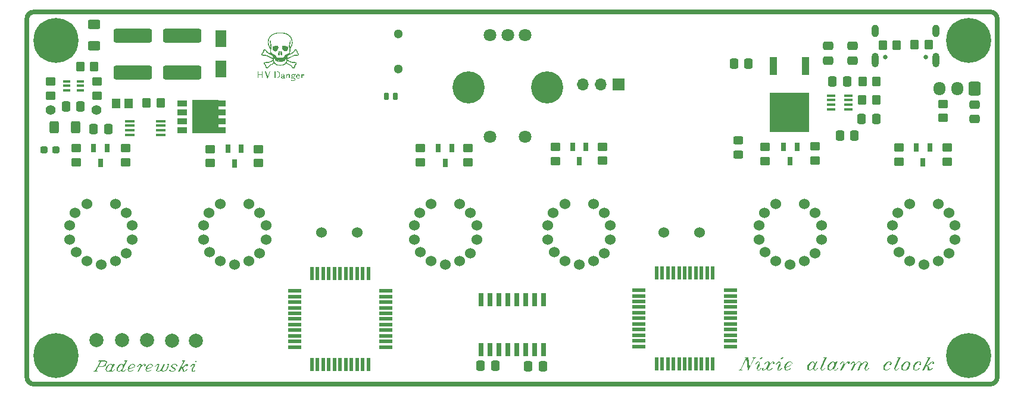
<source format=gts>
G04 #@! TF.GenerationSoftware,KiCad,Pcbnew,8.0.5*
G04 #@! TF.CreationDate,2024-10-22T21:56:19+02:00*
G04 #@! TF.ProjectId,nixie_alarm_main_board,6e697869-655f-4616-9c61-726d5f6d6169,rev?*
G04 #@! TF.SameCoordinates,Original*
G04 #@! TF.FileFunction,Soldermask,Top*
G04 #@! TF.FilePolarity,Negative*
%FSLAX46Y46*%
G04 Gerber Fmt 4.6, Leading zero omitted, Abs format (unit mm)*
G04 Created by KiCad (PCBNEW 8.0.5) date 2024-10-22 21:56:19*
%MOMM*%
%LPD*%
G01*
G04 APERTURE LIST*
G04 Aperture macros list*
%AMRoundRect*
0 Rectangle with rounded corners*
0 $1 Rounding radius*
0 $2 $3 $4 $5 $6 $7 $8 $9 X,Y pos of 4 corners*
0 Add a 4 corners polygon primitive as box body*
4,1,4,$2,$3,$4,$5,$6,$7,$8,$9,$2,$3,0*
0 Add four circle primitives for the rounded corners*
1,1,$1+$1,$2,$3*
1,1,$1+$1,$4,$5*
1,1,$1+$1,$6,$7*
1,1,$1+$1,$8,$9*
0 Add four rect primitives between the rounded corners*
20,1,$1+$1,$2,$3,$4,$5,0*
20,1,$1+$1,$4,$5,$6,$7,0*
20,1,$1+$1,$6,$7,$8,$9,0*
20,1,$1+$1,$8,$9,$2,$3,0*%
G04 Aperture macros list end*
%ADD10C,0.700000*%
%ADD11C,0.000000*%
%ADD12C,0.375000*%
%ADD13C,0.150000*%
%ADD14RoundRect,0.250000X-0.450000X0.350000X-0.450000X-0.350000X0.450000X-0.350000X0.450000X0.350000X0*%
%ADD15C,1.524000*%
%ADD16R,0.600000X1.900000*%
%ADD17R,1.900000X0.600000*%
%ADD18RoundRect,0.250000X0.337500X0.475000X-0.337500X0.475000X-0.337500X-0.475000X0.337500X-0.475000X0*%
%ADD19RoundRect,0.249999X2.450001X-0.737501X2.450001X0.737501X-2.450001X0.737501X-2.450001X-0.737501X0*%
%ADD20RoundRect,0.250000X-0.350000X-0.450000X0.350000X-0.450000X0.350000X0.450000X-0.350000X0.450000X0*%
%ADD21R,0.650000X1.200000*%
%ADD22R,1.000000X0.400000*%
%ADD23R,1.400000X0.450000*%
%ADD24C,0.800000*%
%ADD25C,6.400000*%
%ADD26C,2.000000*%
%ADD27R,1.200000X0.450000*%
%ADD28RoundRect,0.250000X0.350000X0.450000X-0.350000X0.450000X-0.350000X-0.450000X0.350000X-0.450000X0*%
%ADD29RoundRect,0.250000X-0.475000X0.337500X-0.475000X-0.337500X0.475000X-0.337500X0.475000X0.337500X0*%
%ADD30RoundRect,0.250000X0.625000X-0.400000X0.625000X0.400000X-0.625000X0.400000X-0.625000X-0.400000X0*%
%ADD31R,1.150000X1.450000*%
%ADD32RoundRect,0.250000X-0.337500X-0.475000X0.337500X-0.475000X0.337500X0.475000X-0.337500X0.475000X0*%
%ADD33R,1.060000X2.600000*%
%ADD34R,5.632000X5.700000*%
%ADD35R,0.700000X1.825000*%
%ADD36RoundRect,0.250000X0.450000X-0.350000X0.450000X0.350000X-0.450000X0.350000X-0.450000X-0.350000X0*%
%ADD37C,1.800000*%
%ADD38C,4.572000*%
%ADD39RoundRect,0.250000X0.400000X0.625000X-0.400000X0.625000X-0.400000X-0.625000X0.400000X-0.625000X0*%
%ADD40RoundRect,0.062500X0.250000X-0.437500X0.250000X0.437500X-0.250000X0.437500X-0.250000X-0.437500X0*%
%ADD41RoundRect,0.250000X0.475000X-0.337500X0.475000X0.337500X-0.475000X0.337500X-0.475000X-0.337500X0*%
%ADD42R,1.550000X2.350000*%
%ADD43R,1.450000X0.850000*%
%ADD44R,1.050000X0.850000*%
%ADD45R,3.750000X4.700000*%
%ADD46RoundRect,0.250000X0.450000X-0.325000X0.450000X0.325000X-0.450000X0.325000X-0.450000X-0.325000X0*%
%ADD47RoundRect,0.237500X-0.287500X-0.237500X0.287500X-0.237500X0.287500X0.237500X-0.287500X0.237500X0*%
%ADD48R,1.700000X1.700000*%
%ADD49O,1.700000X1.700000*%
%ADD50RoundRect,0.250000X0.600000X0.725000X-0.600000X0.725000X-0.600000X-0.725000X0.600000X-0.725000X0*%
%ADD51O,1.700000X1.950000*%
%ADD52C,1.410000*%
%ADD53C,1.300000*%
%ADD54C,0.650000*%
%ADD55O,1.000000X1.800000*%
%ADD56O,1.000000X2.100000*%
G04 APERTURE END LIST*
D10*
X87900000Y-126500000D02*
G75*
G02*
X86900000Y-125500000I0J1000000D01*
G01*
X224900000Y-74500000D02*
X224900000Y-125500000D01*
D11*
G36*
X123073205Y-79086713D02*
G01*
X123090653Y-79104551D01*
X123107266Y-79123843D01*
X123123030Y-79144458D01*
X123137929Y-79166262D01*
X123151947Y-79189124D01*
X123165069Y-79212910D01*
X123177280Y-79237489D01*
X123188563Y-79262727D01*
X123198904Y-79288493D01*
X123208287Y-79314653D01*
X123216697Y-79341075D01*
X123224117Y-79367626D01*
X123230532Y-79394175D01*
X123235928Y-79420588D01*
X123240288Y-79446732D01*
X123243597Y-79472476D01*
X123245839Y-79497686D01*
X123246999Y-79522231D01*
X123247062Y-79545977D01*
X123246011Y-79568792D01*
X123243832Y-79590544D01*
X123240509Y-79611100D01*
X123236026Y-79630327D01*
X123230368Y-79648093D01*
X123223519Y-79664265D01*
X123215464Y-79678711D01*
X123206188Y-79691298D01*
X123195674Y-79701894D01*
X123183908Y-79710366D01*
X123170873Y-79716582D01*
X123156555Y-79720408D01*
X123140938Y-79721713D01*
X123116665Y-79720588D01*
X123094587Y-79717075D01*
X123074617Y-79710970D01*
X123065395Y-79706881D01*
X123056669Y-79702068D01*
X123048425Y-79696504D01*
X123040655Y-79690165D01*
X123033347Y-79683024D01*
X123026490Y-79675056D01*
X123020073Y-79666235D01*
X123014085Y-79656536D01*
X123003355Y-79634401D01*
X122994212Y-79608446D01*
X122986570Y-79578466D01*
X122980342Y-79544257D01*
X122975441Y-79505615D01*
X122971781Y-79462334D01*
X122969273Y-79414210D01*
X122967833Y-79361038D01*
X122967372Y-79302613D01*
X122967372Y-78989347D01*
X123073205Y-79086713D01*
G37*
G36*
X122463235Y-78339164D02*
G01*
X122486045Y-78341299D01*
X122506796Y-78343906D01*
X122525650Y-78347071D01*
X122534415Y-78348889D01*
X122542767Y-78350880D01*
X122550725Y-78353054D01*
X122558309Y-78355421D01*
X122565540Y-78357994D01*
X122572438Y-78360781D01*
X122579022Y-78363795D01*
X122585313Y-78367047D01*
X122591332Y-78370546D01*
X122597098Y-78374304D01*
X122602631Y-78378332D01*
X122607952Y-78382641D01*
X122613080Y-78387240D01*
X122618037Y-78392143D01*
X122622842Y-78397358D01*
X122627514Y-78402898D01*
X122632076Y-78408772D01*
X122636545Y-78414992D01*
X122640944Y-78421569D01*
X122645291Y-78428513D01*
X122653913Y-78443546D01*
X122662572Y-78460180D01*
X122670706Y-78477776D01*
X122677645Y-78494187D01*
X122683380Y-78509619D01*
X122687906Y-78524275D01*
X122691216Y-78538361D01*
X122693305Y-78552081D01*
X122694166Y-78565640D01*
X122693793Y-78579243D01*
X122692179Y-78593093D01*
X122689319Y-78607396D01*
X122685207Y-78622356D01*
X122679836Y-78638178D01*
X122673200Y-78655067D01*
X122665292Y-78673227D01*
X122656107Y-78692863D01*
X122645638Y-78714180D01*
X122617399Y-78766976D01*
X122589786Y-78815871D01*
X122562732Y-78860934D01*
X122536167Y-78902232D01*
X122510024Y-78939835D01*
X122484234Y-78973811D01*
X122458730Y-79004226D01*
X122446063Y-79018121D01*
X122433443Y-79031151D01*
X122420859Y-79043325D01*
X122408304Y-79054652D01*
X122395769Y-79065141D01*
X122383246Y-79074799D01*
X122370726Y-79083635D01*
X122358201Y-79091659D01*
X122345661Y-79098878D01*
X122333099Y-79105300D01*
X122320506Y-79110935D01*
X122307874Y-79115792D01*
X122295194Y-79119877D01*
X122282456Y-79123201D01*
X122269654Y-79125771D01*
X122256778Y-79127597D01*
X122243820Y-79128686D01*
X122230772Y-79129047D01*
X122211728Y-79128323D01*
X122192721Y-79126181D01*
X122173789Y-79122667D01*
X122154969Y-79117827D01*
X122136297Y-79111706D01*
X122117811Y-79104350D01*
X122099549Y-79095806D01*
X122081547Y-79086118D01*
X122063842Y-79075332D01*
X122046473Y-79063495D01*
X122029475Y-79050652D01*
X122012887Y-79036848D01*
X121981088Y-79006541D01*
X121951372Y-78972942D01*
X121924037Y-78936417D01*
X121899381Y-78897330D01*
X121877702Y-78856047D01*
X121859297Y-78812936D01*
X121844463Y-78768361D01*
X121838479Y-78745639D01*
X121833500Y-78722688D01*
X121829562Y-78699554D01*
X121826703Y-78676283D01*
X121824961Y-78652921D01*
X121824372Y-78629513D01*
X121825326Y-78601868D01*
X121828233Y-78576034D01*
X121830440Y-78563773D01*
X121833162Y-78551937D01*
X121836406Y-78540516D01*
X121840181Y-78529501D01*
X121844495Y-78518883D01*
X121849357Y-78508652D01*
X121854776Y-78498800D01*
X121860760Y-78489317D01*
X121867318Y-78480194D01*
X121874458Y-78471421D01*
X121882188Y-78462989D01*
X121890518Y-78454888D01*
X121899455Y-78447111D01*
X121909008Y-78439646D01*
X121919187Y-78432485D01*
X121929998Y-78425619D01*
X121953556Y-78412733D01*
X121979748Y-78400913D01*
X122008645Y-78390086D01*
X122040313Y-78380177D01*
X122074822Y-78371111D01*
X122112238Y-78362813D01*
X122146733Y-78356860D01*
X122185793Y-78351701D01*
X122228027Y-78347335D01*
X122272047Y-78343763D01*
X122316464Y-78340985D01*
X122359888Y-78339001D01*
X122400932Y-78337810D01*
X122438205Y-78337413D01*
X122463235Y-78339164D01*
G37*
D10*
X87900000Y-73500000D02*
X223900000Y-73500000D01*
X223900000Y-73500000D02*
G75*
G02*
X224900000Y-74500000I0J-1000000D01*
G01*
X86900000Y-74500000D02*
G75*
G02*
X87900000Y-73500000I1000000J0D01*
G01*
D11*
G36*
X123410152Y-78328880D02*
G01*
X123483392Y-78333602D01*
X123576972Y-78341647D01*
X123619672Y-78345725D01*
X123659017Y-78350064D01*
X123695225Y-78354725D01*
X123728512Y-78359771D01*
X123759095Y-78365263D01*
X123787191Y-78371263D01*
X123813018Y-78377835D01*
X123836793Y-78385038D01*
X123858731Y-78392937D01*
X123879051Y-78401591D01*
X123888672Y-78406222D01*
X123897970Y-78411065D01*
X123906972Y-78416128D01*
X123915705Y-78421418D01*
X123932471Y-78432715D01*
X123948488Y-78445016D01*
X123963971Y-78458384D01*
X123979138Y-78472880D01*
X123996313Y-78489505D01*
X124011360Y-78504680D01*
X124024336Y-78518738D01*
X124035296Y-78532014D01*
X124044297Y-78544844D01*
X124048080Y-78551197D01*
X124051394Y-78557563D01*
X124054247Y-78563985D01*
X124056644Y-78570505D01*
X124058593Y-78577164D01*
X124060101Y-78584005D01*
X124061175Y-78591069D01*
X124061822Y-78598398D01*
X124062048Y-78606034D01*
X124061862Y-78614019D01*
X124060278Y-78631202D01*
X124057124Y-78650283D01*
X124052458Y-78671596D01*
X124046334Y-78695477D01*
X124038809Y-78722260D01*
X124029938Y-78752280D01*
X124019118Y-78785701D01*
X124007327Y-78817688D01*
X123994608Y-78848221D01*
X123981007Y-78877279D01*
X123966569Y-78904843D01*
X123951338Y-78930892D01*
X123935361Y-78955407D01*
X123918681Y-78978366D01*
X123901344Y-78999751D01*
X123883394Y-79019540D01*
X123864877Y-79037714D01*
X123845838Y-79054252D01*
X123826321Y-79069135D01*
X123806372Y-79082341D01*
X123786035Y-79093852D01*
X123765355Y-79103647D01*
X123744378Y-79111705D01*
X123723148Y-79118006D01*
X123701710Y-79122531D01*
X123680110Y-79125260D01*
X123658391Y-79126171D01*
X123636600Y-79125245D01*
X123614781Y-79122462D01*
X123592979Y-79117802D01*
X123571239Y-79111244D01*
X123549606Y-79102768D01*
X123528125Y-79092355D01*
X123506841Y-79079983D01*
X123485798Y-79065633D01*
X123465043Y-79049285D01*
X123444619Y-79030919D01*
X123424572Y-79010513D01*
X123380805Y-78961763D01*
X123341534Y-78915387D01*
X123306691Y-78871182D01*
X123276207Y-78828943D01*
X123250014Y-78788465D01*
X123238505Y-78768822D01*
X123228044Y-78749543D01*
X123218622Y-78730602D01*
X123210229Y-78711973D01*
X123202859Y-78693631D01*
X123196501Y-78675551D01*
X123191148Y-78657706D01*
X123186791Y-78640071D01*
X123183421Y-78622620D01*
X123181031Y-78605329D01*
X123179611Y-78588170D01*
X123179153Y-78571120D01*
X123179649Y-78554152D01*
X123181089Y-78537240D01*
X123183466Y-78520359D01*
X123186770Y-78503484D01*
X123190994Y-78486588D01*
X123196129Y-78469647D01*
X123202166Y-78452634D01*
X123209097Y-78435525D01*
X123216912Y-78418293D01*
X123225605Y-78400913D01*
X123233458Y-78386714D01*
X123241397Y-78374232D01*
X123249808Y-78363399D01*
X123259075Y-78354148D01*
X123269582Y-78346410D01*
X123281713Y-78340117D01*
X123295854Y-78335201D01*
X123312388Y-78331592D01*
X123331701Y-78329225D01*
X123354176Y-78328029D01*
X123380198Y-78327937D01*
X123410152Y-78328880D01*
G37*
D10*
X86900000Y-125500000D02*
X86900000Y-74500000D01*
D11*
G36*
X122915290Y-76430357D02*
G01*
X123027697Y-76433472D01*
X123140202Y-76439067D01*
X123251270Y-76447081D01*
X123359360Y-76457452D01*
X123462936Y-76470116D01*
X123560460Y-76485014D01*
X123650394Y-76502081D01*
X123731199Y-76521258D01*
X123801339Y-76542480D01*
X123896713Y-76580347D01*
X123987473Y-76623963D01*
X124073471Y-76673123D01*
X124154557Y-76727622D01*
X124230584Y-76787256D01*
X124301401Y-76851819D01*
X124366860Y-76921108D01*
X124426813Y-76994917D01*
X124481111Y-77073043D01*
X124529604Y-77155280D01*
X124572144Y-77241423D01*
X124608582Y-77331269D01*
X124638769Y-77424612D01*
X124662557Y-77521248D01*
X124679796Y-77620972D01*
X124690338Y-77723580D01*
X124694150Y-77786520D01*
X124696027Y-77846892D01*
X124695920Y-77904908D01*
X124693778Y-77960779D01*
X124689553Y-78014715D01*
X124683195Y-78066926D01*
X124674654Y-78117625D01*
X124663880Y-78167022D01*
X124650825Y-78215327D01*
X124635437Y-78262751D01*
X124617669Y-78309506D01*
X124597470Y-78355802D01*
X124574790Y-78401850D01*
X124549580Y-78447860D01*
X124521790Y-78494044D01*
X124491372Y-78540613D01*
X124472504Y-78569048D01*
X124455529Y-78595845D01*
X124440351Y-78621352D01*
X124426879Y-78645917D01*
X124415020Y-78669887D01*
X124404679Y-78693608D01*
X124395765Y-78717429D01*
X124388184Y-78741697D01*
X124381844Y-78766758D01*
X124376650Y-78792960D01*
X124372511Y-78820650D01*
X124369333Y-78850176D01*
X124367023Y-78881884D01*
X124365488Y-78916123D01*
X124364635Y-78953239D01*
X124364372Y-78993580D01*
X124364129Y-79021432D01*
X124363421Y-79049308D01*
X124362279Y-79077035D01*
X124360734Y-79104440D01*
X124356558Y-79157589D01*
X124351143Y-79207363D01*
X124348047Y-79230552D01*
X124344735Y-79252376D01*
X124341236Y-79272662D01*
X124337583Y-79291236D01*
X124333805Y-79307926D01*
X124329934Y-79322556D01*
X124326002Y-79334954D01*
X124322038Y-79344947D01*
X124311905Y-79363497D01*
X124303873Y-79379450D01*
X124298161Y-79392785D01*
X124294985Y-79403486D01*
X124294416Y-79407842D01*
X124294562Y-79411532D01*
X124295451Y-79414554D01*
X124297110Y-79416905D01*
X124299565Y-79418584D01*
X124302845Y-79419587D01*
X124306975Y-79419913D01*
X124311984Y-79419559D01*
X124324745Y-79416803D01*
X124341345Y-79411299D01*
X124362000Y-79403030D01*
X124386927Y-79391976D01*
X124450469Y-79361442D01*
X124533705Y-79319547D01*
X124558851Y-79306457D01*
X124583463Y-79292617D01*
X124607505Y-79278070D01*
X124630940Y-79262860D01*
X124653729Y-79247029D01*
X124675836Y-79230622D01*
X124697224Y-79213681D01*
X124717855Y-79196251D01*
X124737693Y-79178374D01*
X124756699Y-79160094D01*
X124774838Y-79141454D01*
X124792071Y-79122498D01*
X124808361Y-79103269D01*
X124823672Y-79083811D01*
X124837965Y-79064167D01*
X124851205Y-79044380D01*
X124873478Y-79009953D01*
X124895837Y-78978118D01*
X124918271Y-78948888D01*
X124940767Y-78922275D01*
X124963312Y-78898291D01*
X124974599Y-78887289D01*
X124985895Y-78876948D01*
X124997196Y-78867272D01*
X125008502Y-78858260D01*
X125019811Y-78849915D01*
X125031122Y-78842238D01*
X125042433Y-78835231D01*
X125053742Y-78828895D01*
X125065048Y-78823233D01*
X125076349Y-78818244D01*
X125087644Y-78813931D01*
X125098932Y-78810296D01*
X125110210Y-78807340D01*
X125121477Y-78805064D01*
X125132732Y-78803471D01*
X125143973Y-78802561D01*
X125155198Y-78802337D01*
X125166406Y-78802799D01*
X125177596Y-78803949D01*
X125188766Y-78805790D01*
X125199914Y-78808322D01*
X125211038Y-78811547D01*
X125218228Y-78814417D01*
X125225497Y-78818239D01*
X125232825Y-78822970D01*
X125240192Y-78828571D01*
X125254961Y-78842214D01*
X125269644Y-78858841D01*
X125284078Y-78878121D01*
X125298103Y-78899727D01*
X125311557Y-78923330D01*
X125324280Y-78948601D01*
X125336110Y-78975211D01*
X125346886Y-79002832D01*
X125356446Y-79031135D01*
X125364629Y-79059792D01*
X125371275Y-79088473D01*
X125376221Y-79116851D01*
X125379307Y-79144596D01*
X125380372Y-79171380D01*
X125380909Y-79178956D01*
X125382489Y-79187338D01*
X125385060Y-79196439D01*
X125388574Y-79206173D01*
X125392981Y-79216452D01*
X125398231Y-79227190D01*
X125404275Y-79238301D01*
X125411063Y-79249697D01*
X125418546Y-79261291D01*
X125426674Y-79272996D01*
X125435397Y-79284727D01*
X125444665Y-79296396D01*
X125454430Y-79307915D01*
X125464641Y-79319199D01*
X125475250Y-79330161D01*
X125486205Y-79340713D01*
X125497020Y-79351140D01*
X125507237Y-79361771D01*
X125516857Y-79372587D01*
X125525876Y-79383568D01*
X125534294Y-79394694D01*
X125542109Y-79405947D01*
X125549319Y-79417306D01*
X125555923Y-79428753D01*
X125561919Y-79440269D01*
X125567306Y-79451833D01*
X125572082Y-79463427D01*
X125576246Y-79475031D01*
X125579796Y-79486625D01*
X125582730Y-79498191D01*
X125585048Y-79509709D01*
X125586747Y-79521159D01*
X125587826Y-79532523D01*
X125588283Y-79543780D01*
X125588117Y-79554912D01*
X125587326Y-79565898D01*
X125585908Y-79576721D01*
X125583863Y-79587360D01*
X125581189Y-79597795D01*
X125577883Y-79608009D01*
X125573945Y-79617980D01*
X125569373Y-79627690D01*
X125564166Y-79637120D01*
X125558321Y-79646249D01*
X125551837Y-79655059D01*
X125544713Y-79663531D01*
X125536948Y-79671644D01*
X125528539Y-79679380D01*
X125520325Y-79684834D01*
X125510059Y-79690071D01*
X125497871Y-79695072D01*
X125483890Y-79699819D01*
X125468248Y-79704293D01*
X125451073Y-79708476D01*
X125432498Y-79712348D01*
X125412651Y-79715892D01*
X125369664Y-79721920D01*
X125323156Y-79726410D01*
X125274166Y-79729212D01*
X125223738Y-79730180D01*
X125151168Y-79731991D01*
X125116778Y-79734505D01*
X125082914Y-79738316D01*
X125049026Y-79743590D01*
X125014560Y-79750495D01*
X124978967Y-79759198D01*
X124941693Y-79769867D01*
X124902186Y-79782670D01*
X124859895Y-79797773D01*
X124814268Y-79815344D01*
X124764752Y-79835550D01*
X124651850Y-79884540D01*
X124516771Y-79946080D01*
X124430078Y-79986157D01*
X124352259Y-80022421D01*
X124282860Y-80055125D01*
X124221430Y-80084523D01*
X124167516Y-80110871D01*
X124120666Y-80134422D01*
X124099747Y-80145228D01*
X124080425Y-80155431D01*
X124062642Y-80165061D01*
X124046342Y-80174151D01*
X124031469Y-80182732D01*
X124017965Y-80190837D01*
X124005774Y-80198497D01*
X123994840Y-80205744D01*
X123985105Y-80212609D01*
X123976514Y-80219125D01*
X123969010Y-80225323D01*
X123962536Y-80231235D01*
X123957035Y-80236892D01*
X123952452Y-80242328D01*
X123948728Y-80247572D01*
X123945809Y-80252658D01*
X123943637Y-80257616D01*
X123942156Y-80262479D01*
X123941308Y-80267279D01*
X123941038Y-80272047D01*
X123943038Y-80275400D01*
X123948901Y-80280621D01*
X123971399Y-80296190D01*
X124006895Y-80317811D01*
X124053751Y-80344542D01*
X124110330Y-80375441D01*
X124174996Y-80409564D01*
X124246111Y-80445969D01*
X124322038Y-80483713D01*
X124376956Y-80509378D01*
X124427607Y-80532463D01*
X124474290Y-80553067D01*
X124517301Y-80571290D01*
X124556939Y-80587231D01*
X124593501Y-80600990D01*
X124627285Y-80612665D01*
X124658588Y-80622355D01*
X124687709Y-80630160D01*
X124714945Y-80636179D01*
X124740593Y-80640512D01*
X124764951Y-80643257D01*
X124788317Y-80644514D01*
X124810988Y-80644382D01*
X124833263Y-80642959D01*
X124855438Y-80640347D01*
X124872560Y-80637852D01*
X124889771Y-80635916D01*
X124907036Y-80634527D01*
X124924321Y-80633674D01*
X124941590Y-80633345D01*
X124958809Y-80633529D01*
X124975942Y-80634213D01*
X124992956Y-80635386D01*
X125009814Y-80637036D01*
X125026482Y-80639153D01*
X125042926Y-80641724D01*
X125059110Y-80644737D01*
X125074999Y-80648181D01*
X125090559Y-80652045D01*
X125105755Y-80656317D01*
X125120551Y-80660984D01*
X125134913Y-80666036D01*
X125148807Y-80671461D01*
X125162196Y-80677247D01*
X125175047Y-80683383D01*
X125187324Y-80689856D01*
X125198993Y-80696656D01*
X125210018Y-80703771D01*
X125220365Y-80711189D01*
X125229999Y-80718898D01*
X125238885Y-80726887D01*
X125246988Y-80735144D01*
X125254273Y-80743658D01*
X125260706Y-80752417D01*
X125266251Y-80761409D01*
X125270873Y-80770623D01*
X125274538Y-80780047D01*
X125277405Y-80789667D01*
X125279665Y-80799467D01*
X125281329Y-80809424D01*
X125282410Y-80819519D01*
X125282920Y-80829732D01*
X125282873Y-80840043D01*
X125282279Y-80850431D01*
X125281153Y-80860877D01*
X125279505Y-80871360D01*
X125277350Y-80881860D01*
X125274697Y-80892356D01*
X125271562Y-80902830D01*
X125267955Y-80913260D01*
X125263889Y-80923627D01*
X125259376Y-80933909D01*
X125254430Y-80944088D01*
X125249062Y-80954143D01*
X125243284Y-80964054D01*
X125237110Y-80973800D01*
X125230551Y-80983362D01*
X125223620Y-80992720D01*
X125216330Y-81001852D01*
X125208692Y-81010740D01*
X125200720Y-81019362D01*
X125192424Y-81027699D01*
X125183819Y-81035731D01*
X125174916Y-81043438D01*
X125165728Y-81050798D01*
X125156267Y-81057793D01*
X125146546Y-81064401D01*
X125136577Y-81070604D01*
X125126372Y-81076380D01*
X125117747Y-81081579D01*
X125109364Y-81087608D01*
X125101266Y-81094407D01*
X125093497Y-81101912D01*
X125086100Y-81110063D01*
X125079119Y-81118796D01*
X125072596Y-81128050D01*
X125066576Y-81137763D01*
X125061101Y-81147873D01*
X125056216Y-81158318D01*
X125051963Y-81169036D01*
X125048386Y-81179964D01*
X125045528Y-81191042D01*
X125043433Y-81202206D01*
X125042144Y-81213395D01*
X125041705Y-81224547D01*
X125041508Y-81238446D01*
X125040924Y-81252347D01*
X125038629Y-81280068D01*
X125034896Y-81307528D01*
X125029799Y-81334547D01*
X125023412Y-81360947D01*
X125015809Y-81386546D01*
X125007065Y-81411166D01*
X124997255Y-81434626D01*
X124986453Y-81456746D01*
X124980703Y-81467248D01*
X124974732Y-81477348D01*
X124968551Y-81487022D01*
X124962169Y-81496250D01*
X124955594Y-81505008D01*
X124948836Y-81513273D01*
X124941905Y-81521024D01*
X124934809Y-81528238D01*
X124927558Y-81534892D01*
X124920162Y-81540964D01*
X124912629Y-81546431D01*
X124904969Y-81551271D01*
X124897191Y-81555462D01*
X124889305Y-81558980D01*
X124880379Y-81561748D01*
X124871080Y-81563713D01*
X124861430Y-81564888D01*
X124851453Y-81565289D01*
X124841172Y-81564930D01*
X124830611Y-81563826D01*
X124819792Y-81561992D01*
X124808740Y-81559443D01*
X124797476Y-81556193D01*
X124786025Y-81552257D01*
X124774409Y-81547650D01*
X124762653Y-81542386D01*
X124738809Y-81529947D01*
X124714680Y-81515059D01*
X124690452Y-81497840D01*
X124666311Y-81478406D01*
X124642443Y-81456877D01*
X124619033Y-81433369D01*
X124596269Y-81408001D01*
X124574335Y-81380891D01*
X124553419Y-81352155D01*
X124533705Y-81321913D01*
X124523746Y-81306444D01*
X124511381Y-81290230D01*
X124496684Y-81273321D01*
X124479730Y-81255768D01*
X124460593Y-81237619D01*
X124439348Y-81218924D01*
X124416069Y-81199734D01*
X124390830Y-81180097D01*
X124363706Y-81160063D01*
X124334772Y-81139682D01*
X124271768Y-81098076D01*
X124202414Y-81055676D01*
X124127305Y-81012880D01*
X123792872Y-80835080D01*
X123644705Y-80949380D01*
X123606811Y-80977569D01*
X123569158Y-81003446D01*
X123531493Y-81027077D01*
X123493562Y-81048532D01*
X123455109Y-81067879D01*
X123415882Y-81085186D01*
X123375625Y-81100520D01*
X123334084Y-81113951D01*
X123291006Y-81125546D01*
X123246135Y-81135374D01*
X123199218Y-81143502D01*
X123150000Y-81150000D01*
X123098228Y-81154935D01*
X123043646Y-81158376D01*
X122986001Y-81160390D01*
X122925038Y-81161047D01*
X122865518Y-81160439D01*
X122809043Y-81158566D01*
X122755384Y-81155354D01*
X122704310Y-81150728D01*
X122655592Y-81144613D01*
X122609002Y-81136936D01*
X122564309Y-81127622D01*
X122521284Y-81116597D01*
X122479698Y-81103785D01*
X122439321Y-81089113D01*
X122399924Y-81072506D01*
X122361277Y-81053890D01*
X122323152Y-81033191D01*
X122285317Y-81010333D01*
X122247545Y-80985243D01*
X122209605Y-80957847D01*
X122069905Y-80852013D01*
X121769338Y-80995947D01*
X121728629Y-81016262D01*
X121690517Y-81036031D01*
X121654824Y-81055403D01*
X121621370Y-81074528D01*
X121589975Y-81093553D01*
X121560458Y-81112628D01*
X121532641Y-81131901D01*
X121506342Y-81151522D01*
X121481384Y-81171638D01*
X121457585Y-81192400D01*
X121434765Y-81213955D01*
X121412746Y-81236453D01*
X121391347Y-81260042D01*
X121370388Y-81284872D01*
X121349690Y-81311090D01*
X121329072Y-81338847D01*
X121304998Y-81370905D01*
X121281935Y-81400445D01*
X121259802Y-81427530D01*
X121238518Y-81452221D01*
X121218004Y-81474580D01*
X121198177Y-81494670D01*
X121178959Y-81512552D01*
X121160268Y-81528288D01*
X121142023Y-81541941D01*
X121133042Y-81548006D01*
X121124144Y-81553573D01*
X121115316Y-81558650D01*
X121106550Y-81563244D01*
X121097835Y-81567365D01*
X121089161Y-81571019D01*
X121080518Y-81574213D01*
X121071896Y-81576957D01*
X121063284Y-81579258D01*
X121054674Y-81581122D01*
X121046054Y-81582559D01*
X121037415Y-81583576D01*
X121028746Y-81584180D01*
X121020038Y-81584380D01*
X121012848Y-81583976D01*
X121005579Y-81582783D01*
X120998251Y-81580833D01*
X120990885Y-81578154D01*
X120983499Y-81574778D01*
X120976115Y-81570734D01*
X120968753Y-81566054D01*
X120961433Y-81560766D01*
X120946999Y-81548491D01*
X120932974Y-81534151D01*
X120919519Y-81517987D01*
X120906797Y-81500243D01*
X120894967Y-81481158D01*
X120884191Y-81460977D01*
X120874631Y-81439939D01*
X120866448Y-81418288D01*
X120859802Y-81396264D01*
X120854856Y-81374111D01*
X120851770Y-81352069D01*
X120850974Y-81341165D01*
X120850705Y-81330380D01*
X120850162Y-81315804D01*
X120848547Y-81300689D01*
X120845877Y-81285090D01*
X120842172Y-81269063D01*
X120837450Y-81252664D01*
X120831729Y-81235949D01*
X120825029Y-81218973D01*
X120817367Y-81201793D01*
X120808763Y-81184463D01*
X120799235Y-81167041D01*
X120788802Y-81149582D01*
X120777482Y-81132141D01*
X120765293Y-81114774D01*
X120752255Y-81097538D01*
X120738386Y-81080488D01*
X120723705Y-81063680D01*
X120702819Y-81039001D01*
X120683812Y-81014977D01*
X120666679Y-80991618D01*
X120651416Y-80968934D01*
X120638016Y-80946936D01*
X120626474Y-80925633D01*
X120616784Y-80905035D01*
X120608942Y-80885152D01*
X120602941Y-80865996D01*
X120598777Y-80847574D01*
X120598107Y-80842495D01*
X120730091Y-80842495D01*
X120730700Y-80850533D01*
X120732642Y-80859182D01*
X120735903Y-80868462D01*
X120740469Y-80878391D01*
X120746327Y-80888989D01*
X120753462Y-80900275D01*
X120761861Y-80912269D01*
X120771509Y-80924990D01*
X120782393Y-80938457D01*
X120807812Y-80967709D01*
X120838005Y-81000180D01*
X120849154Y-81012757D01*
X120860321Y-81026580D01*
X120871426Y-81041507D01*
X120882389Y-81057396D01*
X120893128Y-81074103D01*
X120903564Y-81091486D01*
X120913615Y-81109402D01*
X120923201Y-81127709D01*
X120932241Y-81146264D01*
X120940655Y-81164924D01*
X120948362Y-81183547D01*
X120955282Y-81201991D01*
X120961333Y-81220112D01*
X120966435Y-81237767D01*
X120970509Y-81254815D01*
X120973472Y-81271113D01*
X120976093Y-81286825D01*
X120979160Y-81302152D01*
X120982625Y-81317008D01*
X120986436Y-81331306D01*
X120990546Y-81344959D01*
X120994903Y-81357880D01*
X120999459Y-81369983D01*
X121004163Y-81381180D01*
X121008967Y-81391385D01*
X121013821Y-81400511D01*
X121016250Y-81404643D01*
X121018674Y-81408472D01*
X121021085Y-81411987D01*
X121023478Y-81415179D01*
X121025846Y-81418036D01*
X121028183Y-81420547D01*
X121030482Y-81422702D01*
X121032738Y-81424489D01*
X121034945Y-81425898D01*
X121037096Y-81426918D01*
X121039184Y-81427538D01*
X121041205Y-81427747D01*
X121043733Y-81427898D01*
X121046548Y-81427566D01*
X121049639Y-81426764D01*
X121052996Y-81425506D01*
X121060460Y-81421673D01*
X121068854Y-81416171D01*
X121078092Y-81409107D01*
X121088086Y-81400586D01*
X121098750Y-81390712D01*
X121109997Y-81379593D01*
X121121740Y-81367332D01*
X121133892Y-81354035D01*
X121146367Y-81339809D01*
X121159077Y-81324758D01*
X121184857Y-81292602D01*
X121210538Y-81258413D01*
X121227812Y-81235538D01*
X121246331Y-81212930D01*
X121266154Y-81190557D01*
X121287334Y-81168389D01*
X121309928Y-81146394D01*
X121333991Y-81124542D01*
X121359580Y-81102802D01*
X121386751Y-81081143D01*
X121415558Y-81059532D01*
X121446059Y-81037941D01*
X121478308Y-81016337D01*
X121512362Y-80994690D01*
X121548276Y-80972968D01*
X121586106Y-80951141D01*
X121625908Y-80929178D01*
X121667738Y-80907047D01*
X121732793Y-80871254D01*
X121793680Y-80837395D01*
X121849011Y-80806216D01*
X121897397Y-80778459D01*
X121937448Y-80754870D01*
X121967776Y-80736192D01*
X121978859Y-80728927D01*
X121986991Y-80723169D01*
X121991998Y-80719012D01*
X121993275Y-80717562D01*
X121993705Y-80716547D01*
X121993509Y-80714424D01*
X121992928Y-80711272D01*
X121990662Y-80702127D01*
X121987008Y-80689609D01*
X121982063Y-80674213D01*
X121975928Y-80656437D01*
X121968702Y-80636775D01*
X121960483Y-80615724D01*
X121951372Y-80593780D01*
X121947261Y-80582778D01*
X121942897Y-80572043D01*
X121938321Y-80561642D01*
X121933578Y-80551645D01*
X121928712Y-80542119D01*
X121923764Y-80533132D01*
X121918779Y-80524754D01*
X121913801Y-80517051D01*
X121908872Y-80510092D01*
X121906440Y-80506913D01*
X121904036Y-80503946D01*
X121901667Y-80501198D01*
X121899337Y-80498680D01*
X121897052Y-80496398D01*
X121894817Y-80494363D01*
X121892638Y-80492581D01*
X121890521Y-80491063D01*
X121888470Y-80489815D01*
X121886491Y-80488848D01*
X121884590Y-80488169D01*
X121882771Y-80487787D01*
X121881041Y-80487710D01*
X121879405Y-80487947D01*
X121874022Y-80488726D01*
X121865911Y-80491006D01*
X121842099Y-80499721D01*
X121809158Y-80513396D01*
X121768280Y-80531338D01*
X121667474Y-80577243D01*
X121549205Y-80631880D01*
X121465638Y-80670889D01*
X121427380Y-80687635D01*
X121391050Y-80702656D01*
X121356333Y-80716040D01*
X121322912Y-80727874D01*
X121290470Y-80738244D01*
X121258693Y-80747238D01*
X121227262Y-80754942D01*
X121195862Y-80761443D01*
X121164177Y-80766828D01*
X121131891Y-80771183D01*
X121098687Y-80774596D01*
X121064249Y-80777153D01*
X121028260Y-80778941D01*
X120990405Y-80780047D01*
X120937255Y-80780519D01*
X120890442Y-80782039D01*
X120849855Y-80784763D01*
X120831862Y-80786624D01*
X120815383Y-80788844D01*
X120800405Y-80791442D01*
X120786914Y-80794439D01*
X120774895Y-80797852D01*
X120764335Y-80801701D01*
X120755220Y-80806006D01*
X120747536Y-80810787D01*
X120741269Y-80816062D01*
X120736405Y-80821851D01*
X120732930Y-80828173D01*
X120730830Y-80835048D01*
X120730091Y-80842495D01*
X120598107Y-80842495D01*
X120596444Y-80829899D01*
X120595936Y-80812979D01*
X120597248Y-80796825D01*
X120600375Y-80781447D01*
X120605311Y-80766855D01*
X120612051Y-80753059D01*
X120620589Y-80740070D01*
X120630920Y-80727896D01*
X120643038Y-80716549D01*
X120656939Y-80706038D01*
X120672616Y-80696374D01*
X120690065Y-80687566D01*
X120709279Y-80679624D01*
X120730253Y-80672560D01*
X120752983Y-80666382D01*
X120777462Y-80661101D01*
X120803685Y-80656727D01*
X120831647Y-80653270D01*
X120861342Y-80650740D01*
X120892764Y-80649147D01*
X120925910Y-80648502D01*
X120960772Y-80648814D01*
X120996310Y-80649193D01*
X121030167Y-80648673D01*
X121062747Y-80647148D01*
X121094452Y-80644514D01*
X121125687Y-80640664D01*
X121156853Y-80635493D01*
X121188354Y-80628896D01*
X121220593Y-80620768D01*
X121253972Y-80611002D01*
X121288896Y-80599493D01*
X121325767Y-80586137D01*
X121364989Y-80570828D01*
X121452095Y-80533926D01*
X121553438Y-80487947D01*
X121589523Y-80470501D01*
X121624628Y-80453154D01*
X121658567Y-80436006D01*
X121691154Y-80419155D01*
X121722203Y-80402701D01*
X121751529Y-80386744D01*
X121778944Y-80371381D01*
X121804263Y-80356713D01*
X121827301Y-80342839D01*
X121847870Y-80329858D01*
X121865785Y-80317869D01*
X121880860Y-80306972D01*
X121892909Y-80297265D01*
X121897741Y-80292889D01*
X121901746Y-80288848D01*
X121904901Y-80285154D01*
X121907184Y-80281820D01*
X121908571Y-80278858D01*
X121909038Y-80276280D01*
X121906403Y-80270254D01*
X121898670Y-80261802D01*
X121886100Y-80251082D01*
X121868954Y-80238246D01*
X121821974Y-80206852D01*
X121759813Y-80168859D01*
X121684556Y-80125509D01*
X121598285Y-80078041D01*
X121503085Y-80027696D01*
X121401038Y-79975713D01*
X121245546Y-79897967D01*
X121179712Y-79865869D01*
X121120712Y-79837932D01*
X121067715Y-79813889D01*
X121019890Y-79793473D01*
X120976405Y-79776419D01*
X120936430Y-79762459D01*
X120899134Y-79751327D01*
X120863686Y-79742756D01*
X120829255Y-79736479D01*
X120795010Y-79732230D01*
X120760120Y-79729743D01*
X120723755Y-79728749D01*
X120685082Y-79728984D01*
X120643272Y-79730180D01*
X120592902Y-79731016D01*
X120546500Y-79730320D01*
X120524757Y-79729385D01*
X120503969Y-79728050D01*
X120484123Y-79726310D01*
X120465207Y-79724161D01*
X120447209Y-79721595D01*
X120430117Y-79718609D01*
X120413917Y-79715197D01*
X120398598Y-79711353D01*
X120384147Y-79707072D01*
X120370552Y-79702348D01*
X120357801Y-79697176D01*
X120345880Y-79691551D01*
X120334778Y-79685466D01*
X120324482Y-79678918D01*
X120314980Y-79671900D01*
X120306259Y-79664406D01*
X120298307Y-79656432D01*
X120291111Y-79647972D01*
X120284660Y-79639021D01*
X120278940Y-79629572D01*
X120273940Y-79619622D01*
X120269647Y-79609163D01*
X120266048Y-79598192D01*
X120263132Y-79586701D01*
X120260885Y-79574687D01*
X120259295Y-79562144D01*
X120258350Y-79549065D01*
X120258038Y-79535447D01*
X120258239Y-79531472D01*
X120393122Y-79531472D01*
X120393411Y-79539461D01*
X120395121Y-79546774D01*
X120398268Y-79553438D01*
X120402865Y-79559483D01*
X120408928Y-79564935D01*
X120416472Y-79569823D01*
X120425511Y-79574175D01*
X120436060Y-79578018D01*
X120448134Y-79581381D01*
X120461747Y-79584291D01*
X120476915Y-79586776D01*
X120511971Y-79590583D01*
X120553421Y-79593027D01*
X120601382Y-79594329D01*
X120655972Y-79594713D01*
X120741134Y-79596218D01*
X120779685Y-79598453D01*
X120816574Y-79601989D01*
X120852569Y-79607064D01*
X120888441Y-79613912D01*
X120924958Y-79622770D01*
X120962888Y-79633872D01*
X121003002Y-79647454D01*
X121046067Y-79663753D01*
X121092853Y-79683004D01*
X121144128Y-79705441D01*
X121263224Y-79760822D01*
X121409505Y-79831780D01*
X121497984Y-79874244D01*
X121576399Y-79911138D01*
X121645202Y-79942452D01*
X121704846Y-79968173D01*
X121731375Y-79978931D01*
X121755784Y-79988287D01*
X121778129Y-79996238D01*
X121798467Y-80002783D01*
X121816855Y-80007921D01*
X121833350Y-80011649D01*
X121848007Y-80013966D01*
X121860884Y-80014872D01*
X121872037Y-80014363D01*
X121881523Y-80012439D01*
X121889398Y-80009097D01*
X121892749Y-80006895D01*
X121895718Y-80004338D01*
X121898313Y-80001426D01*
X121900541Y-79998158D01*
X121903923Y-79990557D01*
X121905921Y-79981532D01*
X121906591Y-79971083D01*
X121905990Y-79959207D01*
X121904174Y-79945904D01*
X121901199Y-79931171D01*
X121897124Y-79915008D01*
X121892003Y-79897412D01*
X121885895Y-79878382D01*
X121870938Y-79836013D01*
X121863616Y-79820167D01*
X121854228Y-79804296D01*
X121842596Y-79788277D01*
X121828539Y-79771984D01*
X121811877Y-79755295D01*
X121792432Y-79738084D01*
X121770022Y-79720229D01*
X121744468Y-79701605D01*
X121717068Y-79683087D01*
X121973507Y-79683087D01*
X121973528Y-79684807D01*
X121973754Y-79686995D01*
X121974187Y-79689658D01*
X121974832Y-79692800D01*
X121975692Y-79696428D01*
X121976772Y-79700547D01*
X121983486Y-79725244D01*
X121990795Y-79763187D01*
X121998501Y-79812540D01*
X122006405Y-79871467D01*
X122014309Y-79938134D01*
X122022015Y-80010704D01*
X122036038Y-80166213D01*
X122041632Y-80240184D01*
X122047448Y-80306930D01*
X122053712Y-80367066D01*
X122060645Y-80421206D01*
X122068470Y-80469962D01*
X122072788Y-80492514D01*
X122077413Y-80513950D01*
X122082372Y-80534348D01*
X122087694Y-80553783D01*
X122093407Y-80572334D01*
X122099538Y-80590076D01*
X122106116Y-80607086D01*
X122113169Y-80623441D01*
X122120723Y-80639218D01*
X122128808Y-80654494D01*
X122137451Y-80669344D01*
X122146680Y-80683847D01*
X122156523Y-80698078D01*
X122167007Y-80712115D01*
X122178162Y-80726034D01*
X122190014Y-80739912D01*
X122215922Y-80767851D01*
X122244956Y-80796547D01*
X122277338Y-80826613D01*
X122307169Y-80852662D01*
X122337986Y-80876851D01*
X122369882Y-80899204D01*
X122402949Y-80919747D01*
X122437282Y-80938503D01*
X122472973Y-80955499D01*
X122510115Y-80970758D01*
X122548801Y-80984305D01*
X122589124Y-80996166D01*
X122631177Y-81006365D01*
X122675054Y-81014927D01*
X122720846Y-81021876D01*
X122768648Y-81027238D01*
X122818552Y-81031037D01*
X122870651Y-81033299D01*
X122925038Y-81034047D01*
X122979426Y-81033299D01*
X123031525Y-81031037D01*
X123081429Y-81027238D01*
X123129231Y-81021876D01*
X123175023Y-81014927D01*
X123218899Y-81006365D01*
X123260953Y-80996166D01*
X123301276Y-80984305D01*
X123339962Y-80970758D01*
X123377104Y-80955499D01*
X123412795Y-80938503D01*
X123447127Y-80919747D01*
X123480195Y-80899204D01*
X123512091Y-80876851D01*
X123542908Y-80852662D01*
X123572738Y-80826613D01*
X123606007Y-80795379D01*
X123636081Y-80764858D01*
X123663142Y-80734572D01*
X123685896Y-80705902D01*
X123860886Y-80705902D01*
X123861518Y-80710444D01*
X123862824Y-80714016D01*
X123864839Y-80716547D01*
X123874537Y-80723169D01*
X123896390Y-80736192D01*
X123971201Y-80778459D01*
X124078556Y-80837395D01*
X124207738Y-80907047D01*
X124250864Y-80930523D01*
X124291405Y-80953374D01*
X124329452Y-80975666D01*
X124365099Y-80997468D01*
X124398440Y-81018849D01*
X124429567Y-81039876D01*
X124458573Y-81060618D01*
X124485551Y-81081143D01*
X124510594Y-81101519D01*
X124533796Y-81121814D01*
X124555249Y-81142097D01*
X124575046Y-81162436D01*
X124593281Y-81182899D01*
X124610045Y-81203554D01*
X124625434Y-81224469D01*
X124639538Y-81245713D01*
X124649991Y-81262316D01*
X124660655Y-81278720D01*
X124671443Y-81294826D01*
X124682269Y-81310536D01*
X124693044Y-81325750D01*
X124703683Y-81340368D01*
X124714099Y-81354292D01*
X124724205Y-81367422D01*
X124733914Y-81379659D01*
X124743139Y-81390903D01*
X124751794Y-81401057D01*
X124759792Y-81410020D01*
X124767045Y-81417692D01*
X124773467Y-81423976D01*
X124778972Y-81428772D01*
X124783472Y-81431980D01*
X124788690Y-81434652D01*
X124794015Y-81436340D01*
X124799428Y-81437078D01*
X124804911Y-81436900D01*
X124810448Y-81435837D01*
X124816019Y-81433924D01*
X124821607Y-81431194D01*
X124827194Y-81427680D01*
X124832763Y-81423417D01*
X124838295Y-81418436D01*
X124849179Y-81406456D01*
X124859704Y-81392008D01*
X124869726Y-81375359D01*
X124879103Y-81356775D01*
X124887693Y-81336523D01*
X124895352Y-81314870D01*
X124901939Y-81292082D01*
X124907310Y-81268425D01*
X124911323Y-81244167D01*
X124913836Y-81219574D01*
X124914705Y-81194913D01*
X124915341Y-81183371D01*
X124917210Y-81171035D01*
X124920258Y-81158004D01*
X124924428Y-81144378D01*
X124929665Y-81130256D01*
X124935913Y-81115737D01*
X124943116Y-81100920D01*
X124951218Y-81085905D01*
X124960163Y-81070791D01*
X124969896Y-81055676D01*
X124980360Y-81040661D01*
X124991500Y-81025845D01*
X125003261Y-81011326D01*
X125015586Y-80997203D01*
X125028419Y-80983577D01*
X125041705Y-80970547D01*
X125054148Y-80958556D01*
X125066038Y-80946453D01*
X125077321Y-80934326D01*
X125087941Y-80922260D01*
X125097841Y-80910344D01*
X125106966Y-80898663D01*
X125115260Y-80887304D01*
X125122667Y-80876355D01*
X125129132Y-80865902D01*
X125134599Y-80856032D01*
X125139011Y-80846831D01*
X125140804Y-80842509D01*
X125142313Y-80838387D01*
X125143530Y-80834476D01*
X125144449Y-80830787D01*
X125145063Y-80827330D01*
X125145364Y-80824116D01*
X125145346Y-80821157D01*
X125145001Y-80818463D01*
X125144323Y-80816045D01*
X125143305Y-80813913D01*
X125139706Y-80810743D01*
X125133764Y-80807596D01*
X125125613Y-80804500D01*
X125115392Y-80801478D01*
X125103235Y-80798555D01*
X125089281Y-80795756D01*
X125056522Y-80790630D01*
X125018207Y-80786297D01*
X124975427Y-80782957D01*
X124929274Y-80780807D01*
X124880839Y-80780047D01*
X124845915Y-80779638D01*
X124812386Y-80778368D01*
X124779961Y-80776168D01*
X124748348Y-80772969D01*
X124717257Y-80768704D01*
X124686395Y-80763303D01*
X124655470Y-80756700D01*
X124624193Y-80748826D01*
X124592270Y-80739612D01*
X124559411Y-80728990D01*
X124525324Y-80716893D01*
X124489718Y-80703251D01*
X124452301Y-80687997D01*
X124412782Y-80671063D01*
X124326272Y-80631880D01*
X124263607Y-80602420D01*
X124203571Y-80574796D01*
X124147603Y-80549652D01*
X124097142Y-80527634D01*
X124053627Y-80509386D01*
X124018495Y-80495553D01*
X124004523Y-80490494D01*
X123993186Y-80486781D01*
X123984665Y-80484494D01*
X123979138Y-80483713D01*
X123975386Y-80484321D01*
X123971297Y-80486096D01*
X123966905Y-80488963D01*
X123962246Y-80492850D01*
X123952266Y-80503387D01*
X123941634Y-80517117D01*
X123930630Y-80533452D01*
X123919533Y-80551802D01*
X123908622Y-80571579D01*
X123898176Y-80592192D01*
X123888474Y-80613054D01*
X123879796Y-80633575D01*
X123872419Y-80653165D01*
X123866624Y-80671237D01*
X123862690Y-80687200D01*
X123860895Y-80700465D01*
X123860886Y-80705902D01*
X123685896Y-80705902D01*
X123687369Y-80704045D01*
X123708942Y-80672798D01*
X123728041Y-80640355D01*
X123744845Y-80606237D01*
X123759534Y-80569968D01*
X123772289Y-80531069D01*
X123783289Y-80489063D01*
X123792714Y-80443473D01*
X123800743Y-80393821D01*
X123807557Y-80339630D01*
X123813336Y-80280423D01*
X123818259Y-80215720D01*
X123822505Y-80145047D01*
X123827640Y-80070732D01*
X123833419Y-79998203D01*
X123836273Y-79966850D01*
X123944213Y-79966850D01*
X123945066Y-79977025D01*
X123947264Y-79985823D01*
X123950864Y-79993241D01*
X123955921Y-79999278D01*
X123962491Y-80003931D01*
X123970630Y-80007201D01*
X123980394Y-80009084D01*
X123991838Y-80009580D01*
X124005019Y-80008687D01*
X124019992Y-80006403D01*
X124055537Y-79997657D01*
X124098920Y-79983330D01*
X124150588Y-79963410D01*
X124210988Y-79937884D01*
X124280565Y-79906740D01*
X124449038Y-79827547D01*
X124594625Y-79759201D01*
X124657398Y-79730604D01*
X124714415Y-79705441D01*
X124766373Y-79683504D01*
X124813965Y-79664580D01*
X124857886Y-79648459D01*
X124898830Y-79634930D01*
X124937492Y-79623782D01*
X124974567Y-79614805D01*
X125010749Y-79607787D01*
X125046732Y-79602519D01*
X125083212Y-79598788D01*
X125120882Y-79596384D01*
X125160437Y-79595096D01*
X125202572Y-79594713D01*
X125255073Y-79594151D01*
X125301510Y-79592398D01*
X125322481Y-79591044D01*
X125341968Y-79589356D01*
X125359983Y-79587319D01*
X125376535Y-79584924D01*
X125391637Y-79582156D01*
X125405298Y-79579004D01*
X125417531Y-79575455D01*
X125428344Y-79571496D01*
X125437750Y-79567116D01*
X125445759Y-79562302D01*
X125452382Y-79557041D01*
X125457630Y-79551322D01*
X125461514Y-79545131D01*
X125464044Y-79538456D01*
X125465232Y-79531286D01*
X125465088Y-79523606D01*
X125463623Y-79515406D01*
X125460848Y-79506673D01*
X125456774Y-79497394D01*
X125451412Y-79487557D01*
X125444773Y-79477149D01*
X125436866Y-79466159D01*
X125427704Y-79454573D01*
X125417298Y-79442379D01*
X125405657Y-79429566D01*
X125392793Y-79416120D01*
X125363438Y-79387280D01*
X125352337Y-79376286D01*
X125341304Y-79364022D01*
X125330408Y-79350603D01*
X125319716Y-79336149D01*
X125309297Y-79320778D01*
X125299219Y-79304606D01*
X125289551Y-79287752D01*
X125280359Y-79270334D01*
X125271714Y-79252470D01*
X125263682Y-79234276D01*
X125256333Y-79215872D01*
X125249734Y-79197375D01*
X125243953Y-79178903D01*
X125239060Y-79160573D01*
X125235121Y-79142504D01*
X125232205Y-79124813D01*
X125228064Y-79101372D01*
X125223580Y-79079469D01*
X125218761Y-79059102D01*
X125213610Y-79040270D01*
X125208134Y-79022974D01*
X125202337Y-79007211D01*
X125196226Y-78992982D01*
X125189806Y-78980284D01*
X125183081Y-78969119D01*
X125176059Y-78959485D01*
X125168743Y-78951381D01*
X125161140Y-78944806D01*
X125153254Y-78939759D01*
X125145092Y-78936241D01*
X125136659Y-78934249D01*
X125127959Y-78933784D01*
X125118999Y-78934844D01*
X125109785Y-78937429D01*
X125100320Y-78941538D01*
X125090612Y-78947170D01*
X125080664Y-78954325D01*
X125070484Y-78963001D01*
X125060075Y-78973198D01*
X125049444Y-78984915D01*
X125038596Y-78998151D01*
X125027536Y-79012906D01*
X125016271Y-79029179D01*
X125004804Y-79046968D01*
X124993142Y-79066274D01*
X124981290Y-79087095D01*
X124969254Y-79109430D01*
X124957038Y-79133280D01*
X124942728Y-79158533D01*
X124928083Y-79182112D01*
X124912669Y-79204327D01*
X124896052Y-79225487D01*
X124877798Y-79245903D01*
X124857473Y-79265886D01*
X124834642Y-79285744D01*
X124808872Y-79305788D01*
X124779728Y-79326329D01*
X124746777Y-79347675D01*
X124709585Y-79370138D01*
X124667717Y-79394027D01*
X124568217Y-79447324D01*
X124444805Y-79510047D01*
X124387625Y-79539287D01*
X124335028Y-79566767D01*
X124286833Y-79592609D01*
X124242862Y-79616938D01*
X124202934Y-79639879D01*
X124166869Y-79661554D01*
X124134487Y-79682088D01*
X124105609Y-79701605D01*
X124080055Y-79720229D01*
X124068469Y-79729245D01*
X124057645Y-79738084D01*
X124047563Y-79746762D01*
X124038199Y-79755295D01*
X124029532Y-79763697D01*
X124021538Y-79771984D01*
X124014195Y-79780172D01*
X124007481Y-79788277D01*
X124001373Y-79796313D01*
X123995848Y-79804296D01*
X123990885Y-79812243D01*
X123986461Y-79820167D01*
X123982553Y-79828086D01*
X123979138Y-79836013D01*
X123964231Y-79876939D01*
X123953143Y-79912395D01*
X123946322Y-79942369D01*
X123944213Y-79966850D01*
X123836273Y-79966850D01*
X123839695Y-79929246D01*
X123846318Y-79865647D01*
X123853139Y-79809191D01*
X123860010Y-79761665D01*
X123866781Y-79724855D01*
X123870084Y-79711027D01*
X123873305Y-79700547D01*
X123875245Y-79692800D01*
X123876323Y-79686995D01*
X123876570Y-79683087D01*
X123876392Y-79681831D01*
X123876017Y-79681034D01*
X123875450Y-79680689D01*
X123874695Y-79680791D01*
X123872635Y-79682315D01*
X123869869Y-79685564D01*
X123866426Y-79690492D01*
X123862338Y-79697059D01*
X123857637Y-79705218D01*
X123846516Y-79726145D01*
X123833312Y-79752926D01*
X123818272Y-79785213D01*
X123809500Y-79803440D01*
X123800685Y-79823073D01*
X123783148Y-79865845D01*
X123766107Y-79912089D01*
X123750009Y-79960367D01*
X123735300Y-80009241D01*
X123722426Y-80057271D01*
X123711835Y-80103019D01*
X123703972Y-80145047D01*
X123697482Y-80186673D01*
X123690552Y-80224455D01*
X123682940Y-80258714D01*
X123674405Y-80289774D01*
X123669715Y-80304205D01*
X123664703Y-80317956D01*
X123659339Y-80331069D01*
X123653593Y-80343583D01*
X123647435Y-80355540D01*
X123640834Y-80366978D01*
X123633761Y-80377940D01*
X123626184Y-80388463D01*
X123618074Y-80398590D01*
X123609401Y-80408361D01*
X123600133Y-80417815D01*
X123590242Y-80426993D01*
X123579697Y-80435936D01*
X123568467Y-80444683D01*
X123556522Y-80453275D01*
X123543833Y-80461753D01*
X123516098Y-80478525D01*
X123485021Y-80495322D01*
X123450359Y-80512466D01*
X123411872Y-80530280D01*
X123365125Y-80548883D01*
X123312736Y-80565006D01*
X123255509Y-80578649D01*
X123194252Y-80589811D01*
X123129770Y-80598493D01*
X123062870Y-80604694D01*
X122994357Y-80608415D01*
X122925038Y-80609655D01*
X122855720Y-80608415D01*
X122787207Y-80604694D01*
X122720307Y-80598493D01*
X122655825Y-80589811D01*
X122594568Y-80578649D01*
X122537341Y-80565006D01*
X122484952Y-80548883D01*
X122438205Y-80530280D01*
X122399717Y-80512466D01*
X122365056Y-80495322D01*
X122333979Y-80478525D01*
X122306244Y-80461753D01*
X122281610Y-80444683D01*
X122270380Y-80435936D01*
X122259834Y-80426993D01*
X122249943Y-80417815D01*
X122240676Y-80408361D01*
X122232002Y-80398590D01*
X122223893Y-80388463D01*
X122216316Y-80377940D01*
X122209242Y-80366978D01*
X122202641Y-80355540D01*
X122196483Y-80343583D01*
X122190738Y-80331069D01*
X122185374Y-80317956D01*
X122175672Y-80289774D01*
X122167136Y-80258714D01*
X122159524Y-80224455D01*
X122152595Y-80186673D01*
X122146105Y-80145047D01*
X122142543Y-80124588D01*
X122138242Y-80103019D01*
X122127650Y-80057271D01*
X122114777Y-80009241D01*
X122100068Y-79960367D01*
X122083969Y-79912089D01*
X122066929Y-79865845D01*
X122049392Y-79823073D01*
X122040577Y-79803440D01*
X122031805Y-79785213D01*
X122024071Y-79768403D01*
X122016765Y-79752926D01*
X122009918Y-79738826D01*
X122003561Y-79726145D01*
X122003182Y-79725417D01*
X122112768Y-79725417D01*
X122113490Y-79738641D01*
X122116067Y-79756696D01*
X122120516Y-79779898D01*
X122126857Y-79808563D01*
X122145287Y-79883547D01*
X122171505Y-79984180D01*
X122207125Y-80122805D01*
X122235005Y-80224819D01*
X122246229Y-80262313D01*
X122255742Y-80290915D01*
X122263617Y-80310711D01*
X122266964Y-80317334D01*
X122269930Y-80321788D01*
X122272524Y-80324085D01*
X122274755Y-80324234D01*
X122276632Y-80322246D01*
X122278165Y-80318134D01*
X122279217Y-80310741D01*
X122336669Y-80310741D01*
X122336764Y-80314358D01*
X122337023Y-80318154D01*
X122337448Y-80322127D01*
X122338802Y-80330603D01*
X122340838Y-80339780D01*
X122341321Y-80343363D01*
X122341971Y-80346965D01*
X122342782Y-80350579D01*
X122343749Y-80354200D01*
X122344864Y-80357820D01*
X122346122Y-80361435D01*
X122347516Y-80365036D01*
X122349040Y-80368620D01*
X122352455Y-80375706D01*
X122356316Y-80382643D01*
X122360575Y-80389381D01*
X122365180Y-80395872D01*
X122370083Y-80402065D01*
X122375234Y-80407910D01*
X122380584Y-80413359D01*
X122386082Y-80418361D01*
X122391680Y-80422867D01*
X122397327Y-80426828D01*
X122400154Y-80428588D01*
X122402974Y-80430193D01*
X122405782Y-80431637D01*
X122408572Y-80432913D01*
X122412081Y-80434005D01*
X122415465Y-80434899D01*
X122418722Y-80435596D01*
X122421850Y-80436097D01*
X122424848Y-80436402D01*
X122427715Y-80436513D01*
X122430448Y-80436430D01*
X122433046Y-80436154D01*
X122435507Y-80435686D01*
X122437831Y-80435027D01*
X122440015Y-80434177D01*
X122442058Y-80433137D01*
X122443958Y-80431907D01*
X122445715Y-80430490D01*
X122447325Y-80428884D01*
X122448788Y-80427092D01*
X122450103Y-80425114D01*
X122451267Y-80422951D01*
X122452279Y-80420603D01*
X122453137Y-80418072D01*
X122453841Y-80415357D01*
X122454388Y-80412461D01*
X122454777Y-80409383D01*
X122455006Y-80406124D01*
X122455074Y-80402686D01*
X122454979Y-80399068D01*
X122454720Y-80395273D01*
X122454671Y-80394813D01*
X122501705Y-80394813D01*
X122501948Y-80403584D01*
X122502656Y-80412392D01*
X122503798Y-80421175D01*
X122505343Y-80429871D01*
X122507260Y-80438418D01*
X122509518Y-80446754D01*
X122512087Y-80454818D01*
X122514934Y-80462547D01*
X122518030Y-80469879D01*
X122521342Y-80476752D01*
X122524841Y-80483104D01*
X122528494Y-80488873D01*
X122532272Y-80493997D01*
X122534197Y-80496298D01*
X122536142Y-80498414D01*
X122538103Y-80500338D01*
X122540075Y-80502062D01*
X122542055Y-80503579D01*
X122544038Y-80504880D01*
X122546395Y-80506307D01*
X122548700Y-80507418D01*
X122550952Y-80508219D01*
X122553150Y-80508716D01*
X122555292Y-80508916D01*
X122557377Y-80508824D01*
X122559403Y-80508447D01*
X122561369Y-80507790D01*
X122563272Y-80506861D01*
X122565112Y-80505665D01*
X122566887Y-80504209D01*
X122568595Y-80502499D01*
X122570235Y-80500540D01*
X122571805Y-80498340D01*
X122574730Y-80493238D01*
X122577357Y-80487244D01*
X122579674Y-80480406D01*
X122580349Y-80477827D01*
X122653576Y-80477827D01*
X122653650Y-80481693D01*
X122653874Y-80485403D01*
X122654246Y-80488957D01*
X122654767Y-80492354D01*
X122655436Y-80495592D01*
X122656255Y-80498672D01*
X122657222Y-80501592D01*
X122658338Y-80504351D01*
X122659603Y-80506949D01*
X122661017Y-80509385D01*
X122662580Y-80511659D01*
X122664292Y-80513769D01*
X122666152Y-80515714D01*
X122668161Y-80517494D01*
X122670319Y-80519109D01*
X122672626Y-80520557D01*
X122675082Y-80521837D01*
X122677686Y-80522949D01*
X122680439Y-80523893D01*
X122683342Y-80524666D01*
X122686393Y-80525269D01*
X122689592Y-80525701D01*
X122692941Y-80525960D01*
X122696438Y-80526047D01*
X122699588Y-80525936D01*
X122702685Y-80525608D01*
X122705726Y-80525067D01*
X122708708Y-80524319D01*
X122711629Y-80523369D01*
X122714484Y-80522224D01*
X122717271Y-80520888D01*
X122719986Y-80519366D01*
X122722627Y-80517665D01*
X122725191Y-80515789D01*
X122727674Y-80513744D01*
X122730073Y-80511536D01*
X122732386Y-80509170D01*
X122734609Y-80506651D01*
X122738772Y-80501176D01*
X122742538Y-80495156D01*
X122745882Y-80488633D01*
X122748780Y-80481652D01*
X122751207Y-80474255D01*
X122753064Y-80466780D01*
X122798038Y-80466780D01*
X122798318Y-80478662D01*
X122799137Y-80489705D01*
X122800463Y-80499912D01*
X122802264Y-80509287D01*
X122804508Y-80517834D01*
X122807163Y-80525558D01*
X122810199Y-80532461D01*
X122813583Y-80538548D01*
X122817283Y-80543823D01*
X122821267Y-80548289D01*
X122825504Y-80551951D01*
X122829962Y-80554812D01*
X122834609Y-80556876D01*
X122839414Y-80558147D01*
X122844344Y-80558629D01*
X122849368Y-80558326D01*
X122854453Y-80557241D01*
X122859569Y-80555379D01*
X122864684Y-80552744D01*
X122869765Y-80549338D01*
X122874781Y-80545167D01*
X122879701Y-80540234D01*
X122884491Y-80534543D01*
X122889121Y-80528097D01*
X122893559Y-80520901D01*
X122897773Y-80512959D01*
X122901731Y-80504274D01*
X122905401Y-80494851D01*
X122908752Y-80484692D01*
X122911752Y-80473803D01*
X122914288Y-80462547D01*
X122967372Y-80462547D01*
X122967433Y-80468065D01*
X122967615Y-80473502D01*
X122967912Y-80478853D01*
X122968322Y-80484110D01*
X122968841Y-80489269D01*
X122969465Y-80494322D01*
X122970189Y-80499263D01*
X122971010Y-80504086D01*
X122971924Y-80508786D01*
X122972927Y-80513355D01*
X122974015Y-80517788D01*
X122975185Y-80522078D01*
X122976432Y-80526219D01*
X122977753Y-80530206D01*
X122979144Y-80534031D01*
X122980601Y-80537688D01*
X122982119Y-80541172D01*
X122983696Y-80544477D01*
X122985327Y-80547595D01*
X122987009Y-80550521D01*
X122988737Y-80553248D01*
X122990507Y-80555771D01*
X122992317Y-80558083D01*
X122994161Y-80560178D01*
X122996036Y-80562050D01*
X122997938Y-80563692D01*
X122999864Y-80565098D01*
X123001809Y-80566263D01*
X123003769Y-80567180D01*
X123005741Y-80567842D01*
X123007721Y-80568245D01*
X123009705Y-80568380D01*
X123012061Y-80568245D01*
X123014366Y-80567842D01*
X123016618Y-80567180D01*
X123018817Y-80566263D01*
X123020959Y-80565098D01*
X123023044Y-80563692D01*
X123025070Y-80562050D01*
X123027035Y-80560178D01*
X123030779Y-80555771D01*
X123034262Y-80550521D01*
X123037472Y-80544477D01*
X123040397Y-80537688D01*
X123043024Y-80530206D01*
X123045341Y-80522078D01*
X123047336Y-80513355D01*
X123048996Y-80504086D01*
X123050308Y-80494322D01*
X123051261Y-80484110D01*
X123051842Y-80473502D01*
X123052038Y-80462547D01*
X123051989Y-80457029D01*
X123051842Y-80451591D01*
X123051599Y-80446241D01*
X123051261Y-80440983D01*
X123050830Y-80435825D01*
X123050308Y-80430772D01*
X123049696Y-80425831D01*
X123048996Y-80421007D01*
X123048208Y-80416308D01*
X123047336Y-80411738D01*
X123046924Y-80409831D01*
X123100992Y-80409831D01*
X123101028Y-80413433D01*
X123101228Y-80417123D01*
X123101595Y-80420895D01*
X123102131Y-80424749D01*
X123102839Y-80428680D01*
X123105041Y-80438328D01*
X123107658Y-80447427D01*
X123110658Y-80455973D01*
X123114009Y-80463961D01*
X123117679Y-80471387D01*
X123121637Y-80478249D01*
X123125851Y-80484542D01*
X123130289Y-80490262D01*
X123134919Y-80495405D01*
X123139710Y-80499968D01*
X123144629Y-80503946D01*
X123149645Y-80507336D01*
X123154726Y-80510133D01*
X123159841Y-80512335D01*
X123164957Y-80513936D01*
X123170043Y-80514934D01*
X123175066Y-80515324D01*
X123179996Y-80515103D01*
X123184801Y-80514266D01*
X123189448Y-80512809D01*
X123193906Y-80510730D01*
X123198143Y-80508023D01*
X123202128Y-80504685D01*
X123205827Y-80500713D01*
X123209211Y-80496102D01*
X123212247Y-80490848D01*
X123214902Y-80484947D01*
X123217147Y-80478397D01*
X123218947Y-80471192D01*
X123220273Y-80463329D01*
X123221092Y-80454804D01*
X123221372Y-80445613D01*
X123221297Y-80440889D01*
X123221076Y-80436243D01*
X123220709Y-80431682D01*
X123220198Y-80427208D01*
X123219785Y-80424447D01*
X123263705Y-80424447D01*
X123263754Y-80429940D01*
X123263901Y-80435303D01*
X123264144Y-80440529D01*
X123264482Y-80445613D01*
X123264913Y-80450548D01*
X123265435Y-80455328D01*
X123266047Y-80459947D01*
X123266748Y-80464399D01*
X123267535Y-80468677D01*
X123268408Y-80472774D01*
X123269364Y-80476686D01*
X123270402Y-80480406D01*
X123271521Y-80483927D01*
X123272719Y-80487244D01*
X123273995Y-80490350D01*
X123275347Y-80493238D01*
X123276773Y-80495904D01*
X123278272Y-80498340D01*
X123279842Y-80500540D01*
X123281482Y-80502499D01*
X123283190Y-80504209D01*
X123284965Y-80505665D01*
X123286805Y-80506861D01*
X123288708Y-80507790D01*
X123290674Y-80508447D01*
X123292700Y-80508824D01*
X123294784Y-80508916D01*
X123296927Y-80508716D01*
X123299125Y-80508219D01*
X123301377Y-80507418D01*
X123303682Y-80506307D01*
X123306038Y-80504880D01*
X123308394Y-80503579D01*
X123310699Y-80502062D01*
X123315150Y-80498414D01*
X123319377Y-80493997D01*
X123323368Y-80488873D01*
X123327112Y-80483104D01*
X123330595Y-80476752D01*
X123333805Y-80469879D01*
X123336730Y-80462547D01*
X123339357Y-80454818D01*
X123341674Y-80446754D01*
X123343669Y-80438418D01*
X123345329Y-80429871D01*
X123346642Y-80421175D01*
X123347595Y-80412392D01*
X123348175Y-80403584D01*
X123348372Y-80394813D01*
X123348322Y-80390858D01*
X123348175Y-80386934D01*
X123347932Y-80383047D01*
X123347595Y-80379203D01*
X123347164Y-80375409D01*
X123346642Y-80371671D01*
X123346030Y-80367994D01*
X123345329Y-80364386D01*
X123344542Y-80360853D01*
X123343669Y-80357400D01*
X123342713Y-80354034D01*
X123341740Y-80350967D01*
X123433458Y-80350967D01*
X123433639Y-80358643D01*
X123434097Y-80366238D01*
X123434828Y-80373710D01*
X123435827Y-80381014D01*
X123437090Y-80388107D01*
X123438611Y-80394946D01*
X123440387Y-80401487D01*
X123442412Y-80407687D01*
X123444683Y-80413503D01*
X123447194Y-80418891D01*
X123449940Y-80423807D01*
X123452917Y-80428209D01*
X123456121Y-80432053D01*
X123459546Y-80435295D01*
X123463189Y-80437892D01*
X123467043Y-80439801D01*
X123471106Y-80440978D01*
X123475372Y-80441380D01*
X123477728Y-80441245D01*
X123480033Y-80440843D01*
X123482285Y-80440180D01*
X123484483Y-80439264D01*
X123486625Y-80438099D01*
X123488710Y-80436692D01*
X123490736Y-80435050D01*
X123492702Y-80433178D01*
X123496445Y-80428771D01*
X123499928Y-80423521D01*
X123503138Y-80417477D01*
X123506063Y-80410688D01*
X123508691Y-80403206D01*
X123511008Y-80395078D01*
X123513002Y-80386355D01*
X123514662Y-80377086D01*
X123515975Y-80367321D01*
X123516928Y-80357110D01*
X123517509Y-80346502D01*
X123517705Y-80335547D01*
X123517599Y-80316041D01*
X123517250Y-80298761D01*
X123516617Y-80283652D01*
X123516179Y-80276894D01*
X123515654Y-80270657D01*
X123515037Y-80264936D01*
X123514320Y-80259722D01*
X123513500Y-80255008D01*
X123512570Y-80250789D01*
X123511526Y-80247056D01*
X123510362Y-80243803D01*
X123509072Y-80241023D01*
X123507651Y-80238709D01*
X123506093Y-80236854D01*
X123504394Y-80235450D01*
X123503490Y-80234916D01*
X123502548Y-80234492D01*
X123501568Y-80234177D01*
X123500549Y-80233971D01*
X123498391Y-80233882D01*
X123496070Y-80234216D01*
X123493580Y-80234968D01*
X123490916Y-80236129D01*
X123488072Y-80237694D01*
X123485043Y-80239655D01*
X123481822Y-80242005D01*
X123478406Y-80244736D01*
X123474789Y-80247844D01*
X123470964Y-80251319D01*
X123462672Y-80259346D01*
X123458479Y-80263593D01*
X123454629Y-80268367D01*
X123451117Y-80273625D01*
X123447938Y-80279323D01*
X123445088Y-80285417D01*
X123442561Y-80291865D01*
X123440355Y-80298624D01*
X123438462Y-80305649D01*
X123436880Y-80312897D01*
X123435604Y-80320325D01*
X123434628Y-80327889D01*
X123433948Y-80335547D01*
X123433560Y-80343254D01*
X123433458Y-80350967D01*
X123341740Y-80350967D01*
X123341674Y-80350760D01*
X123340555Y-80347586D01*
X123339357Y-80344518D01*
X123338082Y-80341561D01*
X123336730Y-80338722D01*
X123335304Y-80336007D01*
X123333805Y-80333422D01*
X123332235Y-80330973D01*
X123330595Y-80328668D01*
X123328887Y-80326511D01*
X123327112Y-80324509D01*
X123325272Y-80322668D01*
X123323368Y-80320995D01*
X123321403Y-80319495D01*
X123319377Y-80318175D01*
X123317292Y-80317041D01*
X123315150Y-80316100D01*
X123312952Y-80315357D01*
X123310699Y-80314818D01*
X123308394Y-80314491D01*
X123306038Y-80314380D01*
X123304055Y-80314528D01*
X123302075Y-80314965D01*
X123300103Y-80315685D01*
X123298142Y-80316679D01*
X123296197Y-80317939D01*
X123294272Y-80319459D01*
X123290494Y-80323244D01*
X123286841Y-80327971D01*
X123283342Y-80333579D01*
X123280030Y-80340005D01*
X123276934Y-80347188D01*
X123274087Y-80355066D01*
X123271518Y-80363576D01*
X123269260Y-80372657D01*
X123267343Y-80382246D01*
X123265798Y-80392281D01*
X123264656Y-80402701D01*
X123263948Y-80413444D01*
X123263705Y-80424447D01*
X123219785Y-80424447D01*
X123219544Y-80422828D01*
X123218749Y-80418545D01*
X123217814Y-80414365D01*
X123216741Y-80410291D01*
X123215532Y-80406330D01*
X123214189Y-80402484D01*
X123212711Y-80398760D01*
X123211103Y-80395161D01*
X123209363Y-80391692D01*
X123207496Y-80388358D01*
X123205501Y-80385163D01*
X123203380Y-80382113D01*
X123201135Y-80379212D01*
X123198768Y-80376464D01*
X123196280Y-80373874D01*
X123193673Y-80371447D01*
X123190948Y-80369188D01*
X123188107Y-80367100D01*
X123185150Y-80365189D01*
X123182081Y-80363460D01*
X123178900Y-80361917D01*
X123175609Y-80360564D01*
X123172210Y-80359407D01*
X123168703Y-80358450D01*
X123165091Y-80357697D01*
X123161375Y-80357153D01*
X123157557Y-80356824D01*
X123153638Y-80356713D01*
X123150117Y-80356799D01*
X123146696Y-80357056D01*
X123143380Y-80357481D01*
X123140169Y-80358069D01*
X123137068Y-80358819D01*
X123134077Y-80359727D01*
X123131199Y-80360790D01*
X123128437Y-80362005D01*
X123125792Y-80363369D01*
X123123268Y-80364878D01*
X123120866Y-80366530D01*
X123118589Y-80368322D01*
X123116439Y-80370250D01*
X123114419Y-80372311D01*
X123112530Y-80374503D01*
X123110776Y-80376822D01*
X123109158Y-80379264D01*
X123107678Y-80381828D01*
X123106340Y-80384509D01*
X123105145Y-80387306D01*
X123104096Y-80390214D01*
X123103195Y-80393230D01*
X123102444Y-80396352D01*
X123101846Y-80399576D01*
X123101403Y-80402899D01*
X123101118Y-80406319D01*
X123100992Y-80409831D01*
X123046924Y-80409831D01*
X123046379Y-80407306D01*
X123045341Y-80403015D01*
X123044222Y-80398874D01*
X123043024Y-80394888D01*
X123041748Y-80391063D01*
X123040397Y-80387405D01*
X123038971Y-80383921D01*
X123037472Y-80380617D01*
X123035901Y-80377499D01*
X123034262Y-80374573D01*
X123032553Y-80371845D01*
X123030779Y-80369322D01*
X123028939Y-80367010D01*
X123027035Y-80364915D01*
X123025070Y-80363044D01*
X123023044Y-80361401D01*
X123020959Y-80359995D01*
X123018817Y-80358830D01*
X123016618Y-80357913D01*
X123014366Y-80357251D01*
X123012061Y-80356849D01*
X123009705Y-80356713D01*
X123007721Y-80356849D01*
X123005741Y-80357251D01*
X123003769Y-80357913D01*
X123001809Y-80358830D01*
X122999864Y-80359995D01*
X122997938Y-80361401D01*
X122994161Y-80364915D01*
X122990507Y-80369322D01*
X122987009Y-80374573D01*
X122983696Y-80380617D01*
X122980601Y-80387405D01*
X122977753Y-80394888D01*
X122975185Y-80403015D01*
X122972927Y-80411738D01*
X122971010Y-80421007D01*
X122969465Y-80430772D01*
X122968322Y-80440983D01*
X122967615Y-80451591D01*
X122967372Y-80462547D01*
X122914288Y-80462547D01*
X122914369Y-80462186D01*
X122916572Y-80449847D01*
X122917291Y-80443993D01*
X122917861Y-80438336D01*
X122918283Y-80432877D01*
X122918556Y-80427613D01*
X122918680Y-80422545D01*
X122918655Y-80417672D01*
X122918482Y-80412992D01*
X122918159Y-80408505D01*
X122917688Y-80404211D01*
X122917068Y-80400108D01*
X122916299Y-80396196D01*
X122915381Y-80392473D01*
X122914314Y-80388940D01*
X122913099Y-80385595D01*
X122911735Y-80382438D01*
X122910222Y-80379467D01*
X122908560Y-80376683D01*
X122906749Y-80374084D01*
X122904790Y-80371669D01*
X122902681Y-80369438D01*
X122900424Y-80367390D01*
X122898018Y-80365524D01*
X122895463Y-80363839D01*
X122892759Y-80362336D01*
X122889907Y-80361012D01*
X122886905Y-80359866D01*
X122883755Y-80358900D01*
X122880456Y-80358111D01*
X122877008Y-80357498D01*
X122873412Y-80357061D01*
X122869666Y-80356800D01*
X122865772Y-80356713D01*
X122861480Y-80356825D01*
X122857337Y-80357159D01*
X122853341Y-80357714D01*
X122849492Y-80358491D01*
X122845788Y-80359488D01*
X122842229Y-80360704D01*
X122838814Y-80362138D01*
X122835543Y-80363791D01*
X122832414Y-80365660D01*
X122829428Y-80367746D01*
X122826582Y-80370047D01*
X122823877Y-80372563D01*
X122821311Y-80375293D01*
X122818884Y-80378236D01*
X122816594Y-80381392D01*
X122814443Y-80384759D01*
X122810547Y-80392125D01*
X122807191Y-80400328D01*
X122804369Y-80409362D01*
X122802073Y-80419221D01*
X122800299Y-80429899D01*
X122799039Y-80441388D01*
X122798288Y-80453684D01*
X122798038Y-80466780D01*
X122753064Y-80466780D01*
X122753138Y-80466486D01*
X122754547Y-80458388D01*
X122755411Y-80450005D01*
X122755705Y-80441380D01*
X122755656Y-80437040D01*
X122755510Y-80432755D01*
X122755269Y-80428531D01*
X122754936Y-80424372D01*
X122754513Y-80420285D01*
X122754003Y-80416275D01*
X122753407Y-80412346D01*
X122752728Y-80408506D01*
X122751969Y-80404758D01*
X122751132Y-80401109D01*
X122750218Y-80397563D01*
X122749231Y-80394127D01*
X122748173Y-80390806D01*
X122747045Y-80387604D01*
X122745851Y-80384529D01*
X122744593Y-80381584D01*
X122743272Y-80378776D01*
X122741892Y-80376109D01*
X122740454Y-80373590D01*
X122738962Y-80371224D01*
X122737417Y-80369016D01*
X122735821Y-80366971D01*
X122734177Y-80365095D01*
X122732488Y-80363394D01*
X122730755Y-80361872D01*
X122728981Y-80360536D01*
X122727168Y-80359391D01*
X122725319Y-80358441D01*
X122723436Y-80357693D01*
X122721521Y-80357152D01*
X122719577Y-80356824D01*
X122717605Y-80356713D01*
X122715609Y-80356824D01*
X122713591Y-80357152D01*
X122711554Y-80357693D01*
X122709502Y-80358441D01*
X122707438Y-80359391D01*
X122705364Y-80360536D01*
X122701201Y-80363394D01*
X122697038Y-80366971D01*
X122692900Y-80371224D01*
X122688811Y-80376109D01*
X122684797Y-80381584D01*
X122680882Y-80387604D01*
X122677091Y-80394127D01*
X122673449Y-80401109D01*
X122669980Y-80408506D01*
X122666710Y-80416275D01*
X122663663Y-80424372D01*
X122660864Y-80432755D01*
X122658338Y-80441380D01*
X122657222Y-80446465D01*
X122656255Y-80451400D01*
X122655436Y-80456185D01*
X122654766Y-80460819D01*
X122654246Y-80465301D01*
X122653874Y-80469630D01*
X122653650Y-80473805D01*
X122653576Y-80477827D01*
X122580349Y-80477827D01*
X122581669Y-80472774D01*
X122583329Y-80464399D01*
X122584642Y-80455328D01*
X122585595Y-80445613D01*
X122586175Y-80435303D01*
X122586372Y-80424447D01*
X122586175Y-80413444D01*
X122585595Y-80402701D01*
X122584642Y-80392281D01*
X122583329Y-80382246D01*
X122582542Y-80377391D01*
X122581669Y-80372657D01*
X122580713Y-80368049D01*
X122579674Y-80363576D01*
X122578555Y-80359246D01*
X122577357Y-80355066D01*
X122576082Y-80351044D01*
X122574730Y-80347188D01*
X122573304Y-80343506D01*
X122571805Y-80340005D01*
X122570235Y-80336694D01*
X122568595Y-80333579D01*
X122566887Y-80330669D01*
X122565112Y-80327971D01*
X122563272Y-80325493D01*
X122561369Y-80323244D01*
X122559403Y-80321230D01*
X122557377Y-80319459D01*
X122555292Y-80317939D01*
X122553150Y-80316679D01*
X122550952Y-80315685D01*
X122548700Y-80314965D01*
X122546395Y-80314528D01*
X122544038Y-80314380D01*
X122542055Y-80314491D01*
X122540075Y-80314818D01*
X122538103Y-80315357D01*
X122536142Y-80316100D01*
X122534197Y-80317041D01*
X122532272Y-80318175D01*
X122528494Y-80320995D01*
X122524841Y-80324509D01*
X122521342Y-80328668D01*
X122518030Y-80333422D01*
X122514934Y-80338722D01*
X122512087Y-80344518D01*
X122509518Y-80350760D01*
X122507260Y-80357400D01*
X122505343Y-80364386D01*
X122503798Y-80371671D01*
X122502656Y-80379203D01*
X122501948Y-80386934D01*
X122501705Y-80394813D01*
X122454671Y-80394813D01*
X122454295Y-80391299D01*
X122452941Y-80382823D01*
X122450905Y-80373647D01*
X122450422Y-80370064D01*
X122449772Y-80366462D01*
X122448961Y-80362847D01*
X122447995Y-80359227D01*
X122446879Y-80355606D01*
X122445622Y-80351992D01*
X122444227Y-80348390D01*
X122442703Y-80344807D01*
X122439288Y-80337721D01*
X122435427Y-80330784D01*
X122431169Y-80324046D01*
X122426563Y-80317555D01*
X122421660Y-80311362D01*
X122416509Y-80305516D01*
X122411160Y-80300068D01*
X122405661Y-80295065D01*
X122400064Y-80290559D01*
X122394417Y-80286599D01*
X122391590Y-80284839D01*
X122388769Y-80283234D01*
X122385961Y-80281790D01*
X122383172Y-80280513D01*
X122379662Y-80279422D01*
X122376278Y-80278528D01*
X122373021Y-80277831D01*
X122369893Y-80277330D01*
X122366895Y-80277025D01*
X122364029Y-80276914D01*
X122361296Y-80276996D01*
X122358698Y-80277272D01*
X122356236Y-80277740D01*
X122353913Y-80278400D01*
X122351728Y-80279250D01*
X122349685Y-80280290D01*
X122347785Y-80281519D01*
X122346029Y-80282937D01*
X122344418Y-80284542D01*
X122342955Y-80286334D01*
X122341641Y-80288312D01*
X122340477Y-80290476D01*
X122339465Y-80292823D01*
X122338606Y-80295355D01*
X122337902Y-80298069D01*
X122337355Y-80300966D01*
X122336966Y-80304044D01*
X122336737Y-80307302D01*
X122336669Y-80310741D01*
X122279217Y-80310741D01*
X122280236Y-80303575D01*
X122281043Y-80280646D01*
X122280658Y-80249431D01*
X122279157Y-80210018D01*
X122273105Y-80106947D01*
X122272475Y-80098480D01*
X122332372Y-80098480D01*
X122332446Y-80103204D01*
X122332667Y-80107850D01*
X122333034Y-80112412D01*
X122333546Y-80116885D01*
X122334200Y-80121265D01*
X122334995Y-80125548D01*
X122335929Y-80129728D01*
X122337002Y-80133802D01*
X122338211Y-80137764D01*
X122339555Y-80141609D01*
X122341032Y-80145334D01*
X122342641Y-80148933D01*
X122344380Y-80152401D01*
X122346248Y-80155735D01*
X122348243Y-80158930D01*
X122350363Y-80161980D01*
X122352608Y-80164881D01*
X122354975Y-80167629D01*
X122357463Y-80170219D01*
X122360070Y-80172646D01*
X122362796Y-80174906D01*
X122365637Y-80176993D01*
X122368593Y-80178904D01*
X122371662Y-80180633D01*
X122374843Y-80182176D01*
X122378134Y-80183529D01*
X122381534Y-80184686D01*
X122385040Y-80185644D01*
X122388652Y-80186396D01*
X122392368Y-80186940D01*
X122396186Y-80187269D01*
X122400105Y-80187380D01*
X122403627Y-80187294D01*
X122407047Y-80187037D01*
X122410364Y-80186613D01*
X122413574Y-80186024D01*
X122416676Y-80185274D01*
X122419667Y-80184366D01*
X122422544Y-80183303D01*
X122425307Y-80182088D01*
X122427951Y-80180725D01*
X122430475Y-80179215D01*
X122432877Y-80177563D01*
X122435154Y-80175771D01*
X122437304Y-80173843D01*
X122439324Y-80171782D01*
X122441213Y-80169590D01*
X122442968Y-80167272D01*
X122443669Y-80166213D01*
X122501705Y-80166213D01*
X122501766Y-80171731D01*
X122501948Y-80177169D01*
X122502246Y-80182519D01*
X122502656Y-80187777D01*
X122503174Y-80192935D01*
X122503798Y-80197988D01*
X122504522Y-80202929D01*
X122505343Y-80207753D01*
X122506257Y-80212452D01*
X122507260Y-80217021D01*
X122508349Y-80221454D01*
X122509518Y-80225744D01*
X122510766Y-80229886D01*
X122512087Y-80233872D01*
X122513478Y-80237697D01*
X122514934Y-80241355D01*
X122516453Y-80244839D01*
X122518030Y-80248143D01*
X122519661Y-80251261D01*
X122521342Y-80254187D01*
X122523070Y-80256915D01*
X122524841Y-80259437D01*
X122526650Y-80261750D01*
X122528494Y-80263844D01*
X122530369Y-80265716D01*
X122532272Y-80267358D01*
X122534197Y-80268765D01*
X122536142Y-80269930D01*
X122538103Y-80270847D01*
X122540075Y-80271509D01*
X122542055Y-80271911D01*
X122544038Y-80272047D01*
X122546395Y-80271911D01*
X122548700Y-80271509D01*
X122550952Y-80270847D01*
X122553150Y-80269930D01*
X122555292Y-80268765D01*
X122557377Y-80267358D01*
X122559403Y-80265716D01*
X122561369Y-80263844D01*
X122565112Y-80259437D01*
X122568595Y-80254187D01*
X122571805Y-80248143D01*
X122574730Y-80241355D01*
X122577357Y-80233872D01*
X122579674Y-80225744D01*
X122581669Y-80217021D01*
X122583329Y-80207753D01*
X122584642Y-80197988D01*
X122585595Y-80187777D01*
X122586175Y-80177169D01*
X122586372Y-80166213D01*
X122671038Y-80166213D01*
X122671100Y-80171731D01*
X122671281Y-80177169D01*
X122671579Y-80182519D01*
X122671989Y-80187777D01*
X122672508Y-80192935D01*
X122673131Y-80197988D01*
X122673855Y-80202929D01*
X122674676Y-80207753D01*
X122675590Y-80212452D01*
X122676594Y-80217021D01*
X122677682Y-80221454D01*
X122678852Y-80225744D01*
X122680099Y-80229886D01*
X122681420Y-80233872D01*
X122682811Y-80237697D01*
X122684268Y-80241355D01*
X122685786Y-80244839D01*
X122687363Y-80248143D01*
X122688994Y-80251261D01*
X122690675Y-80254187D01*
X122692403Y-80256915D01*
X122694174Y-80259437D01*
X122695983Y-80261750D01*
X122697827Y-80263844D01*
X122699703Y-80265716D01*
X122701605Y-80267358D01*
X122703531Y-80268765D01*
X122705476Y-80269930D01*
X122707436Y-80270847D01*
X122709408Y-80271509D01*
X122711388Y-80271911D01*
X122713372Y-80272047D01*
X122715728Y-80271911D01*
X122718033Y-80271509D01*
X122720285Y-80270847D01*
X122722483Y-80269930D01*
X122724626Y-80268765D01*
X122726710Y-80267358D01*
X122728736Y-80265716D01*
X122730702Y-80263844D01*
X122734445Y-80259437D01*
X122737928Y-80254187D01*
X122741138Y-80248143D01*
X122744063Y-80241355D01*
X122746691Y-80233872D01*
X122749008Y-80225744D01*
X122751002Y-80217021D01*
X122752662Y-80207753D01*
X122753975Y-80197988D01*
X122754928Y-80187777D01*
X122754949Y-80187380D01*
X122798038Y-80187380D01*
X122798238Y-80203453D01*
X122798488Y-80211044D01*
X122798840Y-80218336D01*
X122799295Y-80225331D01*
X122799852Y-80232028D01*
X122800514Y-80238428D01*
X122801280Y-80244530D01*
X122802151Y-80250334D01*
X122803129Y-80255841D01*
X122804213Y-80261050D01*
X122805405Y-80265961D01*
X122806706Y-80270575D01*
X122808116Y-80274891D01*
X122809637Y-80278909D01*
X122811268Y-80282630D01*
X122813010Y-80286053D01*
X122814865Y-80289178D01*
X122816834Y-80292006D01*
X122818916Y-80294536D01*
X122821113Y-80296769D01*
X122823425Y-80298703D01*
X122825854Y-80300341D01*
X122828399Y-80301680D01*
X122831063Y-80302722D01*
X122833845Y-80303466D01*
X122836747Y-80303912D01*
X122839768Y-80304061D01*
X122842911Y-80303912D01*
X122846175Y-80303466D01*
X122849562Y-80302722D01*
X122853072Y-80301680D01*
X122855452Y-80300763D01*
X122857828Y-80299606D01*
X122862547Y-80296595D01*
X122867192Y-80292704D01*
X122871725Y-80287988D01*
X122876109Y-80282503D01*
X122880307Y-80276305D01*
X122884282Y-80269449D01*
X122887997Y-80261992D01*
X122891413Y-80253990D01*
X122894495Y-80245497D01*
X122897205Y-80236571D01*
X122899506Y-80227266D01*
X122901360Y-80217639D01*
X122902731Y-80207745D01*
X122903580Y-80197640D01*
X122903872Y-80187380D01*
X122967372Y-80187380D01*
X122967433Y-80193704D01*
X122967615Y-80199968D01*
X122968322Y-80212284D01*
X122969465Y-80224252D01*
X122971010Y-80235799D01*
X122972927Y-80246849D01*
X122975185Y-80257329D01*
X122977753Y-80267164D01*
X122979144Y-80271817D01*
X122980601Y-80276280D01*
X122982119Y-80280545D01*
X122983696Y-80284602D01*
X122985327Y-80288442D01*
X122987009Y-80292056D01*
X122988737Y-80295434D01*
X122990507Y-80298567D01*
X122992317Y-80301446D01*
X122994161Y-80304061D01*
X122996036Y-80306404D01*
X122997938Y-80308464D01*
X122999864Y-80310233D01*
X123001809Y-80311701D01*
X123003769Y-80312859D01*
X123005741Y-80313698D01*
X123007721Y-80314208D01*
X123009705Y-80314380D01*
X123012061Y-80314208D01*
X123014366Y-80313698D01*
X123016618Y-80312859D01*
X123018817Y-80311701D01*
X123020959Y-80310233D01*
X123023044Y-80308464D01*
X123027035Y-80304061D01*
X123030779Y-80298567D01*
X123034262Y-80292056D01*
X123037472Y-80284602D01*
X123040397Y-80276280D01*
X123043024Y-80267164D01*
X123045341Y-80257329D01*
X123047336Y-80246849D01*
X123048996Y-80235799D01*
X123050308Y-80224252D01*
X123051261Y-80212284D01*
X123051842Y-80199968D01*
X123052038Y-80187380D01*
X123051842Y-80174094D01*
X123051654Y-80169934D01*
X123092759Y-80169934D01*
X123093033Y-80177558D01*
X123093662Y-80185149D01*
X123094640Y-80192670D01*
X123095959Y-80200080D01*
X123097614Y-80207341D01*
X123099596Y-80214415D01*
X123101900Y-80221262D01*
X123104517Y-80227845D01*
X123107441Y-80234123D01*
X123110665Y-80240059D01*
X123114183Y-80245613D01*
X123117986Y-80250748D01*
X123122068Y-80255423D01*
X123126422Y-80259601D01*
X123131042Y-80263242D01*
X123135920Y-80266308D01*
X123141048Y-80268761D01*
X123146421Y-80270560D01*
X123152031Y-80271669D01*
X123157872Y-80272047D01*
X123161033Y-80271936D01*
X123164166Y-80271608D01*
X123167264Y-80271070D01*
X123170324Y-80270327D01*
X123173340Y-80269385D01*
X123176308Y-80268251D01*
X123179223Y-80266932D01*
X123182081Y-80265432D01*
X123184877Y-80263759D01*
X123187606Y-80261918D01*
X123190264Y-80259916D01*
X123192846Y-80257759D01*
X123195348Y-80255453D01*
X123197764Y-80253005D01*
X123202322Y-80247705D01*
X123206483Y-80241909D01*
X123210210Y-80235666D01*
X123213465Y-80229027D01*
X123216212Y-80222040D01*
X123218414Y-80214756D01*
X123220032Y-80207224D01*
X123220611Y-80203380D01*
X123221031Y-80199493D01*
X123221286Y-80195568D01*
X123221372Y-80191613D01*
X123221212Y-80183380D01*
X123220742Y-80175357D01*
X123219973Y-80167555D01*
X123219785Y-80166213D01*
X123263705Y-80166213D01*
X123263766Y-80171731D01*
X123263948Y-80177169D01*
X123264246Y-80182519D01*
X123264656Y-80187777D01*
X123265175Y-80192935D01*
X123265798Y-80197988D01*
X123266522Y-80202929D01*
X123267343Y-80207753D01*
X123268257Y-80212452D01*
X123269260Y-80217021D01*
X123270349Y-80221454D01*
X123271518Y-80225744D01*
X123272766Y-80229886D01*
X123274087Y-80233872D01*
X123275478Y-80237697D01*
X123276934Y-80241355D01*
X123278453Y-80244839D01*
X123280030Y-80248143D01*
X123281661Y-80251261D01*
X123283342Y-80254187D01*
X123285070Y-80256915D01*
X123286841Y-80259437D01*
X123288650Y-80261750D01*
X123290494Y-80263844D01*
X123292369Y-80265716D01*
X123294272Y-80267358D01*
X123296197Y-80268765D01*
X123298142Y-80269930D01*
X123300103Y-80270847D01*
X123302075Y-80271509D01*
X123304055Y-80271911D01*
X123306038Y-80272047D01*
X123308394Y-80271911D01*
X123310699Y-80271509D01*
X123312952Y-80270847D01*
X123315150Y-80269930D01*
X123317292Y-80268765D01*
X123319377Y-80267358D01*
X123321403Y-80265716D01*
X123323368Y-80263844D01*
X123327112Y-80259437D01*
X123330595Y-80254187D01*
X123333805Y-80248143D01*
X123336730Y-80241355D01*
X123339357Y-80233872D01*
X123341674Y-80225744D01*
X123343669Y-80217021D01*
X123345329Y-80207753D01*
X123346642Y-80197988D01*
X123347595Y-80187777D01*
X123348175Y-80177169D01*
X123348372Y-80166213D01*
X123348322Y-80160695D01*
X123348175Y-80155258D01*
X123347932Y-80149907D01*
X123347595Y-80144650D01*
X123347164Y-80139491D01*
X123346642Y-80134438D01*
X123346030Y-80129497D01*
X123345329Y-80124674D01*
X123344542Y-80119974D01*
X123343669Y-80115405D01*
X123342713Y-80110972D01*
X123341674Y-80106682D01*
X123340602Y-80102713D01*
X123433038Y-80102713D01*
X123433100Y-80107053D01*
X123433281Y-80111338D01*
X123433579Y-80115563D01*
X123433989Y-80119721D01*
X123434508Y-80123808D01*
X123435131Y-80127819D01*
X123435855Y-80131747D01*
X123436676Y-80135588D01*
X123437590Y-80139335D01*
X123438594Y-80142985D01*
X123439682Y-80146530D01*
X123440852Y-80149966D01*
X123442099Y-80153288D01*
X123443420Y-80156489D01*
X123444811Y-80159564D01*
X123446267Y-80162509D01*
X123447786Y-80165317D01*
X123449363Y-80167984D01*
X123450994Y-80170503D01*
X123452675Y-80172869D01*
X123454403Y-80175077D01*
X123456174Y-80177122D01*
X123457983Y-80178998D01*
X123459827Y-80180699D01*
X123461703Y-80182221D01*
X123463605Y-80183557D01*
X123465531Y-80184703D01*
X123467475Y-80185652D01*
X123469436Y-80186400D01*
X123471408Y-80186941D01*
X123473388Y-80187269D01*
X123475372Y-80187380D01*
X123477728Y-80187269D01*
X123480033Y-80186941D01*
X123482285Y-80186400D01*
X123484483Y-80185652D01*
X123486625Y-80184703D01*
X123488710Y-80183557D01*
X123490736Y-80182221D01*
X123492702Y-80180699D01*
X123494605Y-80178998D01*
X123496445Y-80177122D01*
X123496630Y-80176897D01*
X123567517Y-80176897D01*
X123568505Y-80208547D01*
X123573020Y-80260703D01*
X123575258Y-80280394D01*
X123577633Y-80295595D01*
X123580256Y-80306132D01*
X123581696Y-80309598D01*
X123583239Y-80311833D01*
X123584900Y-80312816D01*
X123586693Y-80312524D01*
X123588632Y-80310936D01*
X123590730Y-80308030D01*
X123595461Y-80298178D01*
X123600999Y-80282795D01*
X123607455Y-80261707D01*
X123614939Y-80234740D01*
X123633444Y-80162476D01*
X123657405Y-80064613D01*
X123671056Y-80000931D01*
X123683268Y-79940921D01*
X123693794Y-79885871D01*
X123702384Y-79837072D01*
X123708792Y-79795813D01*
X123711100Y-79778415D01*
X123712769Y-79763385D01*
X123713769Y-79750886D01*
X123714067Y-79741077D01*
X123713634Y-79734122D01*
X123713134Y-79731764D01*
X123712438Y-79730180D01*
X123707892Y-79727383D01*
X123703008Y-79726855D01*
X123697821Y-79728483D01*
X123692363Y-79732156D01*
X123686670Y-79737760D01*
X123680775Y-79745184D01*
X123668517Y-79765039D01*
X123655863Y-79790822D01*
X123643084Y-79821635D01*
X123630455Y-79856577D01*
X123618247Y-79894751D01*
X123606733Y-79935256D01*
X123596187Y-79977193D01*
X123586881Y-80019664D01*
X123579088Y-80061769D01*
X123573082Y-80102609D01*
X123569134Y-80141285D01*
X123567517Y-80176897D01*
X123496630Y-80176897D01*
X123499928Y-80172869D01*
X123503138Y-80167984D01*
X123506063Y-80162509D01*
X123508691Y-80156489D01*
X123511008Y-80149966D01*
X123513002Y-80142985D01*
X123514662Y-80135588D01*
X123515975Y-80127819D01*
X123516928Y-80119721D01*
X123517509Y-80111338D01*
X123517705Y-80102713D01*
X123517656Y-80098373D01*
X123517509Y-80094089D01*
X123517265Y-80089864D01*
X123516928Y-80085706D01*
X123516497Y-80081618D01*
X123515975Y-80077608D01*
X123515363Y-80073680D01*
X123514662Y-80069839D01*
X123513875Y-80066091D01*
X123513002Y-80062442D01*
X123512046Y-80058896D01*
X123511008Y-80055460D01*
X123509889Y-80052139D01*
X123508691Y-80048938D01*
X123507415Y-80045862D01*
X123506063Y-80042917D01*
X123504637Y-80040109D01*
X123503138Y-80037443D01*
X123501568Y-80034924D01*
X123499928Y-80032557D01*
X123498220Y-80030349D01*
X123496445Y-80028304D01*
X123494605Y-80026429D01*
X123492702Y-80024727D01*
X123490736Y-80023206D01*
X123488710Y-80021870D01*
X123486625Y-80020724D01*
X123484483Y-80019775D01*
X123482285Y-80019027D01*
X123480033Y-80018486D01*
X123477728Y-80018157D01*
X123475372Y-80018047D01*
X123473388Y-80018157D01*
X123471408Y-80018486D01*
X123469436Y-80019027D01*
X123467475Y-80019775D01*
X123465531Y-80020724D01*
X123463605Y-80021870D01*
X123459827Y-80024727D01*
X123456174Y-80028304D01*
X123452675Y-80032557D01*
X123449363Y-80037443D01*
X123446267Y-80042917D01*
X123443420Y-80048938D01*
X123440852Y-80055460D01*
X123438594Y-80062442D01*
X123436676Y-80069839D01*
X123435131Y-80077608D01*
X123433989Y-80085706D01*
X123433281Y-80094089D01*
X123433038Y-80102713D01*
X123340602Y-80102713D01*
X123340555Y-80102541D01*
X123339357Y-80098554D01*
X123338082Y-80094729D01*
X123336730Y-80091072D01*
X123335304Y-80087588D01*
X123333805Y-80084283D01*
X123332235Y-80081165D01*
X123330595Y-80078239D01*
X123328887Y-80075512D01*
X123327112Y-80072989D01*
X123325272Y-80070677D01*
X123323368Y-80068582D01*
X123321403Y-80066710D01*
X123319377Y-80065068D01*
X123317292Y-80063662D01*
X123315150Y-80062497D01*
X123312952Y-80061580D01*
X123310699Y-80060918D01*
X123308394Y-80060515D01*
X123306038Y-80060380D01*
X123304055Y-80060515D01*
X123302075Y-80060918D01*
X123300103Y-80061580D01*
X123298142Y-80062497D01*
X123296197Y-80063662D01*
X123294272Y-80065068D01*
X123290494Y-80068582D01*
X123286841Y-80072989D01*
X123283342Y-80078239D01*
X123280030Y-80084283D01*
X123276934Y-80091072D01*
X123274087Y-80098554D01*
X123271518Y-80106682D01*
X123269260Y-80115405D01*
X123267343Y-80124674D01*
X123265798Y-80134438D01*
X123264656Y-80144650D01*
X123263948Y-80155258D01*
X123263705Y-80166213D01*
X123219785Y-80166213D01*
X123218916Y-80159987D01*
X123217583Y-80152664D01*
X123215986Y-80145597D01*
X123214136Y-80138799D01*
X123212045Y-80132280D01*
X123209725Y-80126053D01*
X123207187Y-80120129D01*
X123204442Y-80114520D01*
X123201503Y-80109237D01*
X123198381Y-80104292D01*
X123195088Y-80099696D01*
X123191635Y-80095462D01*
X123188034Y-80091601D01*
X123184297Y-80088124D01*
X123180435Y-80085043D01*
X123176459Y-80082370D01*
X123172383Y-80080116D01*
X123168216Y-80078293D01*
X123163971Y-80076913D01*
X123159659Y-80075987D01*
X123155292Y-80075527D01*
X123150882Y-80075545D01*
X123146440Y-80076051D01*
X123141978Y-80077059D01*
X123137507Y-80078578D01*
X123133040Y-80080622D01*
X123128587Y-80083201D01*
X123124160Y-80086328D01*
X123119772Y-80090013D01*
X123115231Y-80095005D01*
X123111130Y-80100429D01*
X123107462Y-80106247D01*
X123104219Y-80112420D01*
X123101395Y-80118909D01*
X123098982Y-80125676D01*
X123096974Y-80132682D01*
X123095364Y-80139887D01*
X123094144Y-80147254D01*
X123093308Y-80154743D01*
X123092849Y-80162316D01*
X123092759Y-80169934D01*
X123051654Y-80169934D01*
X123051261Y-80161261D01*
X123050308Y-80148936D01*
X123048996Y-80137175D01*
X123047336Y-80126035D01*
X123046379Y-80120715D01*
X123045341Y-80115570D01*
X123044222Y-80110609D01*
X123043024Y-80105838D01*
X123041748Y-80101263D01*
X123040397Y-80096893D01*
X123038971Y-80092733D01*
X123037472Y-80088791D01*
X123035901Y-80085074D01*
X123034262Y-80081588D01*
X123032553Y-80078341D01*
X123030779Y-80075340D01*
X123028939Y-80072592D01*
X123027035Y-80070104D01*
X123025070Y-80067882D01*
X123023044Y-80065933D01*
X123020959Y-80064266D01*
X123018817Y-80062885D01*
X123016618Y-80061800D01*
X123014366Y-80061016D01*
X123012061Y-80060540D01*
X123009705Y-80060380D01*
X123007721Y-80060540D01*
X123005741Y-80061016D01*
X123003769Y-80061800D01*
X123001809Y-80062885D01*
X122997938Y-80065933D01*
X122994161Y-80070104D01*
X122990507Y-80075340D01*
X122987009Y-80081588D01*
X122983696Y-80088791D01*
X122980601Y-80096893D01*
X122977753Y-80105838D01*
X122975185Y-80115570D01*
X122972927Y-80126035D01*
X122971010Y-80137175D01*
X122969465Y-80148936D01*
X122968322Y-80161261D01*
X122967615Y-80174094D01*
X122967372Y-80187380D01*
X122903872Y-80187380D01*
X122903798Y-80182234D01*
X122903580Y-80177119D01*
X122903223Y-80172041D01*
X122902731Y-80167007D01*
X122902108Y-80162022D01*
X122901360Y-80157093D01*
X122900491Y-80152227D01*
X122899506Y-80147428D01*
X122897205Y-80138060D01*
X122894495Y-80129039D01*
X122891413Y-80120416D01*
X122887997Y-80112238D01*
X122884282Y-80104557D01*
X122880307Y-80097422D01*
X122876109Y-80090881D01*
X122873938Y-80087850D01*
X122871725Y-80084986D01*
X122869475Y-80082296D01*
X122867192Y-80079785D01*
X122864881Y-80077461D01*
X122862547Y-80075329D01*
X122860195Y-80073395D01*
X122857828Y-80071666D01*
X122855452Y-80070148D01*
X122853072Y-80068846D01*
X122846175Y-80067806D01*
X122842911Y-80067697D01*
X122839768Y-80067863D01*
X122836747Y-80068305D01*
X122833845Y-80069023D01*
X122831063Y-80070020D01*
X122828399Y-80071294D01*
X122825854Y-80072848D01*
X122823425Y-80074681D01*
X122821113Y-80076795D01*
X122818916Y-80079190D01*
X122816834Y-80081868D01*
X122814865Y-80084828D01*
X122811268Y-80091601D01*
X122808116Y-80099514D01*
X122805405Y-80108575D01*
X122803129Y-80118790D01*
X122801280Y-80130164D01*
X122799852Y-80142704D01*
X122798840Y-80156415D01*
X122798238Y-80171305D01*
X122798038Y-80187380D01*
X122754949Y-80187380D01*
X122755509Y-80177169D01*
X122755705Y-80166213D01*
X122755656Y-80160695D01*
X122755509Y-80155258D01*
X122755265Y-80149907D01*
X122754928Y-80144650D01*
X122754497Y-80139491D01*
X122753975Y-80134438D01*
X122753363Y-80129497D01*
X122752662Y-80124674D01*
X122751875Y-80119974D01*
X122751002Y-80115405D01*
X122750046Y-80110972D01*
X122749008Y-80106682D01*
X122747889Y-80102541D01*
X122746691Y-80098554D01*
X122745415Y-80094729D01*
X122744063Y-80091072D01*
X122742637Y-80087588D01*
X122741138Y-80084283D01*
X122739568Y-80081165D01*
X122737928Y-80078239D01*
X122736220Y-80075512D01*
X122734445Y-80072989D01*
X122732605Y-80070677D01*
X122730702Y-80068582D01*
X122728736Y-80066710D01*
X122726710Y-80065068D01*
X122724626Y-80063662D01*
X122722483Y-80062497D01*
X122720285Y-80061580D01*
X122718033Y-80060918D01*
X122715728Y-80060515D01*
X122713372Y-80060380D01*
X122711388Y-80060515D01*
X122709408Y-80060918D01*
X122707436Y-80061580D01*
X122705476Y-80062497D01*
X122703531Y-80063662D01*
X122701605Y-80065068D01*
X122697827Y-80068582D01*
X122694174Y-80072989D01*
X122690675Y-80078239D01*
X122687363Y-80084283D01*
X122684268Y-80091072D01*
X122681420Y-80098554D01*
X122678852Y-80106682D01*
X122676594Y-80115405D01*
X122674676Y-80124674D01*
X122673131Y-80134438D01*
X122671989Y-80144650D01*
X122671281Y-80155258D01*
X122671038Y-80166213D01*
X122586372Y-80166213D01*
X122586322Y-80160695D01*
X122586175Y-80155258D01*
X122585932Y-80149907D01*
X122585595Y-80144650D01*
X122585164Y-80139491D01*
X122584642Y-80134438D01*
X122584029Y-80129497D01*
X122583329Y-80124674D01*
X122582542Y-80119974D01*
X122581669Y-80115405D01*
X122580713Y-80110972D01*
X122579674Y-80106682D01*
X122578555Y-80102541D01*
X122577357Y-80098554D01*
X122576082Y-80094729D01*
X122574730Y-80091072D01*
X122573304Y-80087588D01*
X122571805Y-80084283D01*
X122570235Y-80081165D01*
X122568595Y-80078239D01*
X122566887Y-80075512D01*
X122565112Y-80072989D01*
X122563272Y-80070677D01*
X122561369Y-80068582D01*
X122559403Y-80066710D01*
X122557377Y-80065068D01*
X122555292Y-80063662D01*
X122553150Y-80062497D01*
X122550952Y-80061580D01*
X122548700Y-80060918D01*
X122546395Y-80060515D01*
X122544038Y-80060380D01*
X122542055Y-80060515D01*
X122540075Y-80060918D01*
X122538103Y-80061580D01*
X122536142Y-80062497D01*
X122534197Y-80063662D01*
X122532272Y-80065068D01*
X122528494Y-80068582D01*
X122524841Y-80072989D01*
X122521342Y-80078239D01*
X122518030Y-80084283D01*
X122514934Y-80091072D01*
X122512087Y-80098554D01*
X122509518Y-80106682D01*
X122507260Y-80115405D01*
X122505343Y-80124674D01*
X122503798Y-80134438D01*
X122502656Y-80144650D01*
X122501948Y-80155258D01*
X122501705Y-80166213D01*
X122443669Y-80166213D01*
X122444586Y-80164829D01*
X122446065Y-80162265D01*
X122447403Y-80159584D01*
X122448598Y-80156788D01*
X122449647Y-80153880D01*
X122450548Y-80150863D01*
X122451299Y-80147742D01*
X122451897Y-80144518D01*
X122452340Y-80141194D01*
X122452626Y-80137775D01*
X122452752Y-80134262D01*
X122452716Y-80130660D01*
X122452515Y-80126971D01*
X122452148Y-80123198D01*
X122451612Y-80119344D01*
X122450905Y-80115413D01*
X122448703Y-80105765D01*
X122446086Y-80096666D01*
X122443086Y-80088121D01*
X122439735Y-80080133D01*
X122436064Y-80072706D01*
X122432106Y-80065844D01*
X122427892Y-80059552D01*
X122423454Y-80053832D01*
X122418824Y-80048688D01*
X122414034Y-80044126D01*
X122409115Y-80040148D01*
X122404099Y-80036758D01*
X122399017Y-80033960D01*
X122393903Y-80031759D01*
X122388787Y-80030157D01*
X122383701Y-80029159D01*
X122378677Y-80028769D01*
X122373747Y-80028991D01*
X122368942Y-80029828D01*
X122364295Y-80031284D01*
X122359837Y-80033364D01*
X122355600Y-80036070D01*
X122351616Y-80039408D01*
X122347916Y-80043380D01*
X122344532Y-80047992D01*
X122341497Y-80053245D01*
X122338841Y-80059146D01*
X122336597Y-80065696D01*
X122334796Y-80072901D01*
X122333470Y-80080764D01*
X122332652Y-80089289D01*
X122332372Y-80098480D01*
X122272475Y-80098480D01*
X122270522Y-80072258D01*
X122267524Y-80039585D01*
X122264092Y-80008860D01*
X122260207Y-79980013D01*
X122255850Y-79952977D01*
X122251004Y-79927683D01*
X122245649Y-79904064D01*
X122239768Y-79882051D01*
X122233340Y-79861576D01*
X122226348Y-79842570D01*
X122218774Y-79824966D01*
X122210597Y-79808695D01*
X122201801Y-79793689D01*
X122192366Y-79779880D01*
X122182273Y-79767200D01*
X122171505Y-79755580D01*
X122146328Y-79729808D01*
X122136317Y-79720689D01*
X122128047Y-79714503D01*
X122121539Y-79711567D01*
X122118951Y-79711416D01*
X122116811Y-79712196D01*
X122115120Y-79713947D01*
X122113881Y-79716708D01*
X122112768Y-79725417D01*
X122003182Y-79725417D01*
X121997724Y-79714928D01*
X121992440Y-79705218D01*
X121987738Y-79697059D01*
X121983651Y-79690492D01*
X121981847Y-79687821D01*
X121980208Y-79685564D01*
X121978738Y-79683727D01*
X121977441Y-79682315D01*
X121976321Y-79681335D01*
X121975382Y-79680791D01*
X121974981Y-79680684D01*
X121974626Y-79680689D01*
X121974319Y-79680805D01*
X121974060Y-79681034D01*
X121973685Y-79681831D01*
X121973507Y-79683087D01*
X121717068Y-79683087D01*
X121715590Y-79682088D01*
X121683208Y-79661554D01*
X121647143Y-79639879D01*
X121607215Y-79616938D01*
X121515049Y-79566767D01*
X121405272Y-79510047D01*
X121345201Y-79480103D01*
X121290228Y-79452070D01*
X121240091Y-79425773D01*
X121194531Y-79401038D01*
X121153287Y-79377693D01*
X121116099Y-79355563D01*
X121082705Y-79334475D01*
X121052847Y-79314255D01*
X121026262Y-79294730D01*
X121014116Y-79285173D01*
X121002692Y-79275725D01*
X120991955Y-79266364D01*
X120981874Y-79257068D01*
X120972417Y-79247815D01*
X120963550Y-79238584D01*
X120955241Y-79229353D01*
X120947458Y-79220101D01*
X120940167Y-79210805D01*
X120933338Y-79201443D01*
X120926936Y-79191995D01*
X120920929Y-79182439D01*
X120909972Y-79162913D01*
X120902641Y-79148640D01*
X120894981Y-79134454D01*
X120887061Y-79120442D01*
X120878949Y-79106689D01*
X120870713Y-79093285D01*
X120862421Y-79080314D01*
X120854141Y-79067864D01*
X120845943Y-79056022D01*
X120837892Y-79044874D01*
X120830059Y-79034508D01*
X120822511Y-79025010D01*
X120815317Y-79016466D01*
X120808544Y-79008965D01*
X120802261Y-79002592D01*
X120796537Y-78997435D01*
X120791438Y-78993580D01*
X120782435Y-78987539D01*
X120773681Y-78982115D01*
X120765181Y-78977303D01*
X120756935Y-78973100D01*
X120748947Y-78969501D01*
X120741218Y-78966503D01*
X120733752Y-78964101D01*
X120726549Y-78962293D01*
X120719614Y-78961074D01*
X120712947Y-78960440D01*
X120706552Y-78960387D01*
X120700430Y-78960912D01*
X120694584Y-78962011D01*
X120689017Y-78963679D01*
X120683730Y-78965913D01*
X120678726Y-78968709D01*
X120674007Y-78972063D01*
X120669576Y-78975972D01*
X120665435Y-78980431D01*
X120661586Y-78985436D01*
X120658031Y-78990984D01*
X120654774Y-78997070D01*
X120651815Y-79003692D01*
X120649159Y-79010844D01*
X120646806Y-79018524D01*
X120644759Y-79026726D01*
X120643021Y-79035448D01*
X120641593Y-79044686D01*
X120640479Y-79054435D01*
X120639680Y-79064692D01*
X120639199Y-79075453D01*
X120639038Y-79086713D01*
X120638496Y-79101289D01*
X120636880Y-79116405D01*
X120634211Y-79132004D01*
X120630506Y-79148031D01*
X120625783Y-79164429D01*
X120620063Y-79181145D01*
X120613362Y-79198120D01*
X120605701Y-79215301D01*
X120597097Y-79232630D01*
X120587569Y-79250052D01*
X120577135Y-79267512D01*
X120565815Y-79284952D01*
X120553626Y-79302319D01*
X120540589Y-79319555D01*
X120526720Y-79336605D01*
X120512038Y-79353414D01*
X120479564Y-79391005D01*
X120452069Y-79424553D01*
X120429671Y-79454282D01*
X120412489Y-79480413D01*
X120405890Y-79492200D01*
X120400639Y-79503172D01*
X120396751Y-79513356D01*
X120394241Y-79522780D01*
X120393122Y-79531472D01*
X120258239Y-79531472D01*
X120258575Y-79524796D01*
X120260147Y-79513544D01*
X120262699Y-79501784D01*
X120266174Y-79489608D01*
X120270518Y-79477109D01*
X120275674Y-79464381D01*
X120281587Y-79451517D01*
X120288201Y-79438609D01*
X120295459Y-79425751D01*
X120303307Y-79413036D01*
X120311688Y-79400556D01*
X120320546Y-79388405D01*
X120329826Y-79376675D01*
X120339472Y-79365460D01*
X120349428Y-79354853D01*
X120359638Y-79344947D01*
X120370739Y-79333953D01*
X120381772Y-79321688D01*
X120392669Y-79308270D01*
X120403361Y-79293816D01*
X120413780Y-79278444D01*
X120423858Y-79262273D01*
X120433526Y-79245419D01*
X120442718Y-79228001D01*
X120451363Y-79210136D01*
X120459395Y-79191943D01*
X120466744Y-79173539D01*
X120473343Y-79155042D01*
X120479124Y-79136570D01*
X120484017Y-79118240D01*
X120487956Y-79100171D01*
X120490872Y-79082480D01*
X120494305Y-79064486D01*
X120498245Y-79047025D01*
X120502678Y-79030108D01*
X120507590Y-79013746D01*
X120512967Y-78997952D01*
X120518796Y-78982737D01*
X120525061Y-78968113D01*
X120531750Y-78954091D01*
X120538848Y-78940683D01*
X120546341Y-78927900D01*
X120554216Y-78915755D01*
X120562458Y-78904258D01*
X120571054Y-78893422D01*
X120579989Y-78883258D01*
X120589249Y-78873778D01*
X120598822Y-78864992D01*
X120608692Y-78856914D01*
X120618845Y-78849555D01*
X120629269Y-78842925D01*
X120639948Y-78837038D01*
X120650869Y-78831903D01*
X120662018Y-78827534D01*
X120673381Y-78823942D01*
X120684944Y-78821138D01*
X120696692Y-78819134D01*
X120708613Y-78817941D01*
X120720693Y-78817572D01*
X120732916Y-78818037D01*
X120745269Y-78819349D01*
X120757739Y-78821519D01*
X120770311Y-78824559D01*
X120782972Y-78828480D01*
X120792278Y-78833276D01*
X120802650Y-78839659D01*
X120813965Y-78847530D01*
X120826099Y-78856790D01*
X120838927Y-78867341D01*
X120852326Y-78879082D01*
X120866171Y-78891914D01*
X120880338Y-78905738D01*
X120894704Y-78920456D01*
X120909145Y-78935967D01*
X120923536Y-78952173D01*
X120937753Y-78968974D01*
X120951673Y-78986271D01*
X120965170Y-79003965D01*
X120978123Y-79021957D01*
X120990405Y-79040147D01*
X121006680Y-79062126D01*
X121023767Y-79083621D01*
X121041686Y-79104645D01*
X121060453Y-79125210D01*
X121080090Y-79145329D01*
X121100612Y-79165013D01*
X121122040Y-79184276D01*
X121144393Y-79203130D01*
X121167687Y-79221587D01*
X121191943Y-79239659D01*
X121217179Y-79257359D01*
X121243413Y-79274700D01*
X121270664Y-79291693D01*
X121298950Y-79308352D01*
X121328291Y-79324687D01*
X121358705Y-79340713D01*
X121608472Y-79467713D01*
X121540738Y-79311080D01*
X121533844Y-79291691D01*
X121527451Y-79271657D01*
X121521567Y-79251028D01*
X121516198Y-79229853D01*
X121511350Y-79208182D01*
X121507029Y-79186064D01*
X121503241Y-79163550D01*
X121499992Y-79140688D01*
X121497290Y-79117529D01*
X121495139Y-79094122D01*
X121493546Y-79070516D01*
X121492518Y-79046761D01*
X121492060Y-79022907D01*
X121492179Y-78999004D01*
X121492881Y-78975100D01*
X121494172Y-78951247D01*
X121496304Y-78927142D01*
X121497934Y-78904060D01*
X121499055Y-78882032D01*
X121499662Y-78861090D01*
X121499748Y-78841264D01*
X121499306Y-78822585D01*
X121498332Y-78805084D01*
X121496818Y-78788792D01*
X121494758Y-78773741D01*
X121492146Y-78759961D01*
X121488976Y-78747483D01*
X121487180Y-78741743D01*
X121485242Y-78736339D01*
X121483161Y-78731276D01*
X121480937Y-78726559D01*
X121478569Y-78722190D01*
X121476056Y-78718174D01*
X121473397Y-78714514D01*
X121470592Y-78711215D01*
X121467639Y-78708280D01*
X121464538Y-78705713D01*
X121458450Y-78699685D01*
X121451351Y-78691219D01*
X121434442Y-78667547D01*
X121414458Y-78635839D01*
X121392043Y-78597234D01*
X121367841Y-78552875D01*
X121342499Y-78503902D01*
X121316661Y-78451457D01*
X121290972Y-78396680D01*
X121263291Y-78330733D01*
X121238989Y-78261809D01*
X121218074Y-78190404D01*
X121200550Y-78117015D01*
X121186425Y-78042138D01*
X121175704Y-77966269D01*
X121168394Y-77889904D01*
X121164501Y-77813538D01*
X121164389Y-77795547D01*
X121299438Y-77795547D01*
X121299747Y-77838562D01*
X121300720Y-77878923D01*
X121302424Y-77916953D01*
X121304928Y-77952974D01*
X121308301Y-77987308D01*
X121312610Y-78020277D01*
X121317923Y-78052205D01*
X121324309Y-78083413D01*
X121331836Y-78114225D01*
X121340573Y-78144962D01*
X121350587Y-78175947D01*
X121361946Y-78207503D01*
X121374720Y-78239952D01*
X121388975Y-78273616D01*
X121404781Y-78308818D01*
X121422205Y-78345880D01*
X121461545Y-78425652D01*
X121477662Y-78457724D01*
X121491658Y-78484786D01*
X121503719Y-78506986D01*
X121514032Y-78524474D01*
X121518591Y-78531497D01*
X121522782Y-78537397D01*
X121526629Y-78542194D01*
X121530155Y-78545905D01*
X121533383Y-78548550D01*
X121536338Y-78550147D01*
X121539041Y-78550714D01*
X121540305Y-78550617D01*
X121541516Y-78550271D01*
X121543786Y-78548835D01*
X121545875Y-78546426D01*
X121547806Y-78543062D01*
X121549602Y-78538761D01*
X121551286Y-78533543D01*
X121552882Y-78527425D01*
X121555902Y-78512567D01*
X121558848Y-78494336D01*
X121561905Y-78472880D01*
X121563101Y-78458731D01*
X121563534Y-78441841D01*
X121562236Y-78400781D01*
X121558259Y-78351585D01*
X121551851Y-78296138D01*
X121543260Y-78236326D01*
X121532735Y-78174033D01*
X121520523Y-78111145D01*
X121506872Y-78049547D01*
X121497146Y-78007493D01*
X121488599Y-77968510D01*
X121481217Y-77932391D01*
X121474989Y-77898933D01*
X121469902Y-77867930D01*
X121465944Y-77839178D01*
X121463102Y-77812473D01*
X121461363Y-77787609D01*
X121460716Y-77764383D01*
X121461148Y-77742589D01*
X121462647Y-77722022D01*
X121465200Y-77702479D01*
X121468794Y-77683755D01*
X121473418Y-77665644D01*
X121479059Y-77647943D01*
X121485705Y-77630447D01*
X121497460Y-77601522D01*
X121508906Y-77578241D01*
X121520028Y-77560590D01*
X121525465Y-77553873D01*
X121530816Y-77548558D01*
X121536081Y-77544645D01*
X121541257Y-77542132D01*
X121546343Y-77541017D01*
X121551338Y-77541299D01*
X121556240Y-77542976D01*
X121561047Y-77546047D01*
X121565758Y-77550510D01*
X121570372Y-77556363D01*
X121574886Y-77563606D01*
X121579299Y-77572236D01*
X121587818Y-77593653D01*
X121595914Y-77620601D01*
X121603577Y-77653068D01*
X121610793Y-77691042D01*
X121617550Y-77734511D01*
X121623836Y-77783461D01*
X121629638Y-77837880D01*
X121641148Y-77951320D01*
X121655038Y-78072301D01*
X121680438Y-78278147D01*
X121683269Y-78298544D01*
X121685424Y-78321472D01*
X121687781Y-78373926D01*
X121687657Y-78433523D01*
X121685201Y-78498280D01*
X121680562Y-78566212D01*
X121673890Y-78635334D01*
X121665332Y-78703663D01*
X121655038Y-78769213D01*
X121642270Y-78849658D01*
X121632665Y-78923027D01*
X121626408Y-78989786D01*
X121624593Y-79020832D01*
X121623685Y-79050399D01*
X121623708Y-79078547D01*
X121624684Y-79105332D01*
X121626636Y-79130814D01*
X121629589Y-79155050D01*
X121633565Y-79178099D01*
X121638587Y-79200018D01*
X121644679Y-79220866D01*
X121651863Y-79240701D01*
X121660164Y-79259581D01*
X121669605Y-79277564D01*
X121680208Y-79294708D01*
X121691997Y-79311072D01*
X121704996Y-79326713D01*
X121719227Y-79341690D01*
X121734713Y-79356061D01*
X121751479Y-79369884D01*
X121769547Y-79383216D01*
X121788940Y-79396118D01*
X121809682Y-79408645D01*
X121831797Y-79420857D01*
X121855306Y-79432812D01*
X121880234Y-79444567D01*
X121934438Y-79467713D01*
X121979148Y-79487071D01*
X122022636Y-79508476D01*
X122064672Y-79531691D01*
X122105028Y-79556481D01*
X122143475Y-79582611D01*
X122179781Y-79609844D01*
X122213719Y-79637946D01*
X122245059Y-79666680D01*
X122273571Y-79695811D01*
X122299026Y-79725103D01*
X122321194Y-79754321D01*
X122330974Y-79768828D01*
X122339846Y-79783229D01*
X122347782Y-79797493D01*
X122354753Y-79811591D01*
X122360730Y-79825494D01*
X122365684Y-79839172D01*
X122369588Y-79852596D01*
X122372412Y-79865736D01*
X122374127Y-79878562D01*
X122374705Y-79891047D01*
X122376095Y-79908519D01*
X122380468Y-79924459D01*
X122388127Y-79938923D01*
X122399377Y-79951967D01*
X122414522Y-79963647D01*
X122433864Y-79974018D01*
X122457709Y-79983137D01*
X122486359Y-79991059D01*
X122520119Y-79997840D01*
X122559293Y-80003536D01*
X122604185Y-80008202D01*
X122655097Y-80011895D01*
X122712335Y-80014670D01*
X122776202Y-80016583D01*
X122925038Y-80018047D01*
X123008522Y-80017772D01*
X123083119Y-80016839D01*
X123149369Y-80015089D01*
X123179532Y-80013856D01*
X123207812Y-80012358D01*
X123234274Y-80010575D01*
X123258987Y-80008486D01*
X123282018Y-80006072D01*
X123303434Y-80003313D01*
X123323303Y-80000187D01*
X123341692Y-79996675D01*
X123358669Y-79992757D01*
X123374301Y-79988413D01*
X123388655Y-79983623D01*
X123401800Y-79978365D01*
X123413802Y-79972621D01*
X123424729Y-79966370D01*
X123434648Y-79959592D01*
X123443627Y-79952267D01*
X123451733Y-79944374D01*
X123459034Y-79935893D01*
X123465597Y-79926805D01*
X123471489Y-79917089D01*
X123476778Y-79906725D01*
X123481532Y-79895693D01*
X123485817Y-79883973D01*
X123489702Y-79871544D01*
X123493253Y-79858386D01*
X123496538Y-79844480D01*
X123503856Y-79818854D01*
X123514596Y-79792870D01*
X123528611Y-79766661D01*
X123545751Y-79740366D01*
X123565867Y-79714121D01*
X123588812Y-79688062D01*
X123614435Y-79662325D01*
X123642588Y-79637047D01*
X123673123Y-79612364D01*
X123705890Y-79588413D01*
X123740740Y-79565330D01*
X123777526Y-79543252D01*
X123816097Y-79522315D01*
X123856306Y-79502655D01*
X123898002Y-79484409D01*
X123941038Y-79467713D01*
X123994398Y-79446578D01*
X124041886Y-79424040D01*
X124083681Y-79399494D01*
X124119963Y-79372331D01*
X124136093Y-79357578D01*
X124150912Y-79341943D01*
X124164443Y-79325350D01*
X124176708Y-79307723D01*
X124187729Y-79288986D01*
X124197530Y-79269063D01*
X124206133Y-79247878D01*
X124213559Y-79225355D01*
X124224975Y-79175991D01*
X124231956Y-79120365D01*
X124234684Y-79057867D01*
X124233337Y-78987891D01*
X124228096Y-78909829D01*
X124219140Y-78823073D01*
X124206650Y-78727014D01*
X124190805Y-78621047D01*
X124178527Y-78535793D01*
X124173922Y-78497696D01*
X124170366Y-78462098D01*
X124167876Y-78428609D01*
X124166472Y-78396837D01*
X124166171Y-78366392D01*
X124166993Y-78336884D01*
X124168955Y-78307922D01*
X124172077Y-78279114D01*
X124176378Y-78250071D01*
X124181875Y-78220401D01*
X124188588Y-78189715D01*
X124196535Y-78157621D01*
X124205734Y-78123728D01*
X124216205Y-78087647D01*
X124229872Y-78037475D01*
X124242200Y-77986311D01*
X124253040Y-77935544D01*
X124262243Y-77886563D01*
X124269659Y-77840757D01*
X124275141Y-77799515D01*
X124278539Y-77764227D01*
X124279411Y-77749249D01*
X124279705Y-77736280D01*
X124276837Y-77699496D01*
X124274620Y-77666835D01*
X124273110Y-77638156D01*
X124272638Y-77625264D01*
X124272363Y-77613315D01*
X124272293Y-77602289D01*
X124272434Y-77592170D01*
X124272794Y-77582939D01*
X124273380Y-77574578D01*
X124274198Y-77567070D01*
X124275256Y-77560397D01*
X124276560Y-77554541D01*
X124278118Y-77549484D01*
X124279936Y-77545209D01*
X124282021Y-77541696D01*
X124283166Y-77540221D01*
X124284381Y-77538930D01*
X124285666Y-77537821D01*
X124287022Y-77536892D01*
X124288451Y-77536140D01*
X124289952Y-77535563D01*
X124291527Y-77535160D01*
X124293177Y-77534927D01*
X124294902Y-77534863D01*
X124296704Y-77534965D01*
X124300541Y-77535660D01*
X124304694Y-77536993D01*
X124309170Y-77538947D01*
X124313976Y-77541505D01*
X124319120Y-77544647D01*
X124324607Y-77548357D01*
X124330446Y-77552617D01*
X124336643Y-77557408D01*
X124343205Y-77562713D01*
X124357343Y-77576949D01*
X124369589Y-77594248D01*
X124379938Y-77614599D01*
X124388383Y-77637987D01*
X124394918Y-77664402D01*
X124399537Y-77693831D01*
X124402233Y-77726261D01*
X124403001Y-77761680D01*
X124401834Y-77800075D01*
X124398726Y-77841435D01*
X124393671Y-77885747D01*
X124386663Y-77932998D01*
X124377695Y-77983175D01*
X124366761Y-78036268D01*
X124353856Y-78092262D01*
X124338972Y-78151147D01*
X124331431Y-78182900D01*
X124324684Y-78213084D01*
X124318731Y-78241718D01*
X124313572Y-78268820D01*
X124309206Y-78294409D01*
X124305634Y-78318504D01*
X124302856Y-78341123D01*
X124300872Y-78362284D01*
X124299681Y-78382007D01*
X124299284Y-78400310D01*
X124299681Y-78417211D01*
X124300872Y-78432729D01*
X124302856Y-78446884D01*
X124305634Y-78459692D01*
X124309206Y-78471174D01*
X124313572Y-78481347D01*
X124319838Y-78491503D01*
X124325999Y-78499694D01*
X124329069Y-78503027D01*
X124332147Y-78505838D01*
X124335246Y-78508118D01*
X124338376Y-78509855D01*
X124341550Y-78511041D01*
X124344779Y-78511665D01*
X124348075Y-78511717D01*
X124351449Y-78511187D01*
X124354912Y-78510064D01*
X124358478Y-78508339D01*
X124362156Y-78506002D01*
X124365959Y-78503042D01*
X124369899Y-78499450D01*
X124373987Y-78495216D01*
X124382653Y-78484778D01*
X124392051Y-78471649D01*
X124402273Y-78455748D01*
X124413414Y-78436995D01*
X124425565Y-78415308D01*
X124438820Y-78390608D01*
X124453272Y-78362813D01*
X124477179Y-78311487D01*
X124498086Y-78254822D01*
X124515966Y-78193531D01*
X124530795Y-78128326D01*
X124542548Y-78059922D01*
X124551201Y-77989031D01*
X124556728Y-77916367D01*
X124559105Y-77842642D01*
X124558307Y-77768570D01*
X124554310Y-77694864D01*
X124547087Y-77622237D01*
X124536616Y-77551402D01*
X124522870Y-77483073D01*
X124505825Y-77417961D01*
X124485456Y-77356782D01*
X124461739Y-77300246D01*
X124435662Y-77247678D01*
X124406713Y-77196406D01*
X124375000Y-77146535D01*
X124340625Y-77098171D01*
X124303696Y-77051419D01*
X124264318Y-77006385D01*
X124222595Y-76963175D01*
X124178634Y-76921892D01*
X124132540Y-76882644D01*
X124084418Y-76845535D01*
X124034373Y-76810671D01*
X123982512Y-76778158D01*
X123928939Y-76748099D01*
X123873760Y-76720602D01*
X123817080Y-76695772D01*
X123759005Y-76673713D01*
X123689770Y-76651746D01*
X123611525Y-76631917D01*
X123525578Y-76614284D01*
X123433237Y-76598902D01*
X123335811Y-76585827D01*
X123234609Y-76575115D01*
X123130939Y-76566821D01*
X123026109Y-76561001D01*
X122921428Y-76557711D01*
X122818205Y-76557007D01*
X122717747Y-76558945D01*
X122621363Y-76563580D01*
X122530362Y-76570969D01*
X122446052Y-76581167D01*
X122369741Y-76594230D01*
X122302738Y-76610213D01*
X122180501Y-76647617D01*
X122066201Y-76689969D01*
X121959838Y-76737257D01*
X121909634Y-76762748D01*
X121861413Y-76789469D01*
X121815177Y-76817417D01*
X121770926Y-76846592D01*
X121728659Y-76876991D01*
X121688376Y-76908614D01*
X121650077Y-76941458D01*
X121613763Y-76975522D01*
X121579434Y-77010805D01*
X121547088Y-77047305D01*
X121516727Y-77085020D01*
X121488351Y-77123949D01*
X121461959Y-77164091D01*
X121437551Y-77205443D01*
X121415127Y-77248005D01*
X121394688Y-77291774D01*
X121376234Y-77336749D01*
X121359763Y-77382929D01*
X121345277Y-77430312D01*
X121332776Y-77478896D01*
X121322259Y-77528680D01*
X121313726Y-77579663D01*
X121307177Y-77631843D01*
X121302613Y-77685217D01*
X121300034Y-77739786D01*
X121299438Y-77795547D01*
X121164389Y-77795547D01*
X121164031Y-77737669D01*
X121166990Y-77662792D01*
X121173384Y-77589403D01*
X121183220Y-77517999D01*
X121196504Y-77449075D01*
X121213242Y-77383127D01*
X121233440Y-77320653D01*
X121257105Y-77262147D01*
X121292790Y-77190054D01*
X121331643Y-77121372D01*
X121373758Y-77056038D01*
X121419228Y-76993991D01*
X121468146Y-76935169D01*
X121520605Y-76879509D01*
X121576698Y-76826950D01*
X121636517Y-76777430D01*
X121700157Y-76730886D01*
X121767709Y-76687257D01*
X121839268Y-76646480D01*
X121914925Y-76608493D01*
X121994775Y-76573236D01*
X122078909Y-76540644D01*
X122167422Y-76510658D01*
X122260405Y-76483213D01*
X122329056Y-76467229D01*
X122408572Y-76454159D01*
X122497414Y-76443941D01*
X122594045Y-76436514D01*
X122696926Y-76431816D01*
X122804521Y-76429784D01*
X122915290Y-76430357D01*
G37*
D10*
X223900000Y-126500000D02*
X87900000Y-126500000D01*
X224900000Y-125500000D02*
G75*
G02*
X223900000Y-126500000I-1000000J0D01*
G01*
D11*
G36*
X122874238Y-79302613D02*
G01*
X122875822Y-79362150D01*
X122876010Y-79390142D01*
X122875793Y-79416955D01*
X122875166Y-79442592D01*
X122874127Y-79467059D01*
X122872672Y-79490358D01*
X122870799Y-79512494D01*
X122868504Y-79533470D01*
X122865784Y-79553290D01*
X122862636Y-79571959D01*
X122859058Y-79589479D01*
X122855045Y-79605856D01*
X122850595Y-79621092D01*
X122845705Y-79635192D01*
X122840372Y-79648159D01*
X122834592Y-79659998D01*
X122828362Y-79670712D01*
X122821680Y-79680305D01*
X122814542Y-79688781D01*
X122806945Y-79696144D01*
X122798886Y-79702398D01*
X122790362Y-79707546D01*
X122781370Y-79711593D01*
X122771906Y-79714542D01*
X122761968Y-79716398D01*
X122751553Y-79717163D01*
X122740657Y-79716843D01*
X122729277Y-79715441D01*
X122717411Y-79712960D01*
X122705054Y-79709405D01*
X122692205Y-79704780D01*
X122681959Y-79699739D01*
X122672641Y-79692634D01*
X122664240Y-79683581D01*
X122656743Y-79672699D01*
X122650135Y-79660106D01*
X122644403Y-79645918D01*
X122639535Y-79630255D01*
X122635518Y-79613234D01*
X122629981Y-79575589D01*
X122627688Y-79533925D01*
X122628532Y-79489186D01*
X122632409Y-79442313D01*
X122639213Y-79394250D01*
X122648838Y-79345939D01*
X122661180Y-79298322D01*
X122676132Y-79252342D01*
X122693589Y-79208943D01*
X122713446Y-79169065D01*
X122724242Y-79150741D01*
X122735598Y-79133652D01*
X122747501Y-79117914D01*
X122759939Y-79103646D01*
X122861538Y-78993580D01*
X122874238Y-79302613D01*
G37*
D12*
G36*
X190595188Y-122770609D02*
G01*
X190510900Y-122770609D01*
X190349797Y-122846178D01*
X189502348Y-124539001D01*
X189453768Y-124539001D01*
X189261939Y-122890190D01*
X189248653Y-122873167D01*
X188480509Y-124408208D01*
X188595938Y-124473812D01*
X188685209Y-124473812D01*
X188671922Y-124539001D01*
X188154152Y-124539001D01*
X188167438Y-124473812D01*
X188252557Y-124473812D01*
X188414075Y-124398243D01*
X189209623Y-122809224D01*
X189207131Y-122806317D01*
X189106650Y-122770609D01*
X189011981Y-122770609D01*
X189026099Y-122705421D01*
X189472452Y-122705421D01*
X189640198Y-124122542D01*
X190283778Y-122836213D01*
X190167934Y-122770609D01*
X190077002Y-122770609D01*
X190091120Y-122705421D01*
X190609305Y-122705421D01*
X190595188Y-122770609D01*
G37*
G36*
X191518621Y-122705421D02*
G01*
X191355443Y-122944583D01*
X191117526Y-122944583D01*
X191280704Y-122705421D01*
X191518621Y-122705421D01*
G37*
G36*
X191358349Y-124174028D02*
G01*
X191231709Y-124357968D01*
X191017875Y-124539001D01*
X190827707Y-124539001D01*
X190745495Y-124431460D01*
X190752554Y-124426063D01*
X190700652Y-124258317D01*
X190757121Y-123988428D01*
X191009155Y-123566157D01*
X191040296Y-123417511D01*
X190991716Y-123354398D01*
X190853866Y-123354398D01*
X190670757Y-123513010D01*
X190547023Y-123688645D01*
X190497613Y-123654597D01*
X190623007Y-123469827D01*
X190837672Y-123290040D01*
X191027840Y-123290040D01*
X191104239Y-123389276D01*
X191153649Y-123570724D01*
X191097595Y-123839367D01*
X190846392Y-124262884D01*
X190815666Y-124411530D01*
X190863000Y-124473397D01*
X191000851Y-124473397D01*
X191184790Y-124316031D01*
X191307278Y-124140396D01*
X191358349Y-124174028D01*
G37*
G36*
X193225976Y-123608924D02*
G01*
X192998025Y-123608924D01*
X193046189Y-123375574D01*
X193168262Y-123375574D01*
X193153729Y-123356474D01*
X193011311Y-123356474D01*
X192841905Y-123436195D01*
X192652152Y-123596467D01*
X192539630Y-123759231D01*
X192389323Y-124089740D01*
X192322473Y-124411530D01*
X192370638Y-124473397D01*
X192513056Y-124473397D01*
X192680802Y-124396998D01*
X192897128Y-124141227D01*
X192948199Y-124174444D01*
X192715265Y-124446823D01*
X192520115Y-124539001D01*
X192337836Y-124539001D01*
X192329947Y-124534848D01*
X192177979Y-124445578D01*
X192125662Y-124261223D01*
X192131891Y-124230497D01*
X192100334Y-124276586D01*
X191894389Y-124450560D01*
X191700900Y-124539001D01*
X191516545Y-124539001D01*
X191435163Y-124432291D01*
X191479176Y-124220117D01*
X191707128Y-124220117D01*
X191658963Y-124452221D01*
X191537306Y-124452221D01*
X191552254Y-124471321D01*
X191694256Y-124471321D01*
X191863663Y-124392846D01*
X192053415Y-124231328D01*
X192165938Y-124069810D01*
X192316245Y-123738055D01*
X192383510Y-123417511D01*
X192334930Y-123354398D01*
X192192927Y-123354398D01*
X192024766Y-123432043D01*
X191808440Y-123687814D01*
X191756953Y-123654597D01*
X191991549Y-123380972D01*
X192185453Y-123290040D01*
X192368147Y-123290040D01*
X192375205Y-123294192D01*
X192527173Y-123382218D01*
X192579905Y-123568233D01*
X192573677Y-123597713D01*
X192604818Y-123552455D01*
X192811179Y-123377650D01*
X193004668Y-123290040D01*
X193189023Y-123290040D01*
X193269989Y-123396750D01*
X193225976Y-123608924D01*
G37*
G36*
X194463311Y-122705421D02*
G01*
X194300132Y-122944583D01*
X194062215Y-122944583D01*
X194225394Y-122705421D01*
X194463311Y-122705421D01*
G37*
G36*
X194303039Y-124174028D02*
G01*
X194176399Y-124357968D01*
X193962564Y-124539001D01*
X193772397Y-124539001D01*
X193690184Y-124431460D01*
X193697243Y-124426063D01*
X193645341Y-124258317D01*
X193701810Y-123988428D01*
X193953845Y-123566157D01*
X193984986Y-123417511D01*
X193936406Y-123354398D01*
X193798555Y-123354398D01*
X193615446Y-123513010D01*
X193491713Y-123688645D01*
X193442302Y-123654597D01*
X193567697Y-123469827D01*
X193782362Y-123290040D01*
X193972529Y-123290040D01*
X194048928Y-123389276D01*
X194098339Y-123570724D01*
X194042285Y-123839367D01*
X193791081Y-124262884D01*
X193760355Y-124411530D01*
X193807690Y-124473397D01*
X193945540Y-124473397D01*
X194129480Y-124316031D01*
X194251967Y-124140396D01*
X194303039Y-124174028D01*
G37*
G36*
X195717669Y-123383048D02*
G01*
X195772062Y-123578198D01*
X195639609Y-123767535D01*
X195349790Y-123943170D01*
X195079902Y-124031195D01*
X194843646Y-124086834D01*
X194827037Y-124166139D01*
X194854856Y-124407378D01*
X194905512Y-124473397D01*
X195050837Y-124473397D01*
X195301625Y-124393261D01*
X195505910Y-124218456D01*
X195542034Y-124269943D01*
X195327784Y-124450560D01*
X195052498Y-124539001D01*
X194875617Y-124539001D01*
X194718251Y-124448484D01*
X194646835Y-124351324D01*
X194615694Y-124085173D01*
X194628300Y-124024552D01*
X194856933Y-124024552D01*
X195070352Y-123972235D01*
X195326123Y-123892514D01*
X195597672Y-123730996D01*
X195698984Y-123583181D01*
X195659539Y-123441178D01*
X195528332Y-123366439D01*
X195304117Y-123366439D01*
X195119762Y-123523390D01*
X195005994Y-123683662D01*
X194876863Y-123927807D01*
X194856933Y-124024552D01*
X194628300Y-124024552D01*
X194652648Y-123907462D01*
X194792990Y-123643802D01*
X195018866Y-123377650D01*
X195296643Y-123290040D01*
X195556151Y-123290040D01*
X195717669Y-123383048D01*
G37*
G36*
X198916884Y-123382633D02*
G01*
X198946779Y-123655843D01*
X198909410Y-123771687D01*
X199129473Y-123290040D01*
X199362822Y-123290040D01*
X198920621Y-124175274D01*
X198871625Y-124411530D01*
X198919375Y-124473397D01*
X199057226Y-124473397D01*
X199240750Y-124316031D01*
X199363237Y-124140396D01*
X199414309Y-124174028D01*
X199288084Y-124357968D01*
X199073834Y-124539001D01*
X198883667Y-124539001D01*
X198802700Y-124433121D01*
X198808098Y-124428139D01*
X198757442Y-124261223D01*
X198817233Y-124037423D01*
X198752459Y-124186070D01*
X198633293Y-124359629D01*
X198524508Y-124450560D01*
X198332679Y-124539001D01*
X198149986Y-124539001D01*
X198142927Y-124534848D01*
X197995111Y-124448484D01*
X197923695Y-124351324D01*
X197902465Y-124169876D01*
X198103066Y-124169876D01*
X198131716Y-124408208D01*
X198181957Y-124473812D01*
X198324375Y-124473812D01*
X198495027Y-124395337D01*
X198585129Y-124318107D01*
X198699727Y-124157835D01*
X198829689Y-123913690D01*
X198879930Y-123671621D01*
X198850450Y-123440763D01*
X198723810Y-123366439D01*
X198580976Y-123366439D01*
X198397037Y-123523390D01*
X198283269Y-123683662D01*
X198153722Y-123927807D01*
X198103066Y-124169876D01*
X197902465Y-124169876D01*
X197892554Y-124085173D01*
X197929508Y-123907462D01*
X198069849Y-123643802D01*
X198295725Y-123377650D01*
X198568935Y-123290040D01*
X198750383Y-123290040D01*
X198916884Y-123382633D01*
G37*
G36*
X200441960Y-124175274D02*
G01*
X200316981Y-124358798D01*
X200101486Y-124539001D01*
X199911734Y-124539001D01*
X199832843Y-124435197D01*
X199785094Y-124259562D01*
X199840317Y-123993826D01*
X200374281Y-122850330D01*
X200359748Y-122798013D01*
X200287916Y-122770609D01*
X200195324Y-122770609D01*
X200209441Y-122705421D01*
X200676140Y-122705421D01*
X199931664Y-124260808D01*
X199899692Y-124411945D01*
X199947857Y-124473812D01*
X200085708Y-124473812D01*
X200268401Y-124316862D01*
X200392135Y-124142057D01*
X200441960Y-124175274D01*
G37*
G36*
X201776870Y-123382633D02*
G01*
X201806765Y-123655843D01*
X201769396Y-123771687D01*
X201989459Y-123290040D01*
X202222808Y-123290040D01*
X201780607Y-124175274D01*
X201731612Y-124411530D01*
X201779361Y-124473397D01*
X201917212Y-124473397D01*
X202100736Y-124316031D01*
X202223224Y-124140396D01*
X202274295Y-124174028D01*
X202148070Y-124357968D01*
X201933820Y-124539001D01*
X201743653Y-124539001D01*
X201662686Y-124433121D01*
X201668084Y-124428139D01*
X201617428Y-124261223D01*
X201677219Y-124037423D01*
X201612445Y-124186070D01*
X201493279Y-124359629D01*
X201384494Y-124450560D01*
X201192665Y-124539001D01*
X201009972Y-124539001D01*
X201002913Y-124534848D01*
X200855097Y-124448484D01*
X200783681Y-124351324D01*
X200762451Y-124169876D01*
X200963053Y-124169876D01*
X200991702Y-124408208D01*
X201041943Y-124473812D01*
X201184361Y-124473812D01*
X201355013Y-124395337D01*
X201445115Y-124318107D01*
X201559713Y-124157835D01*
X201689675Y-123913690D01*
X201739916Y-123671621D01*
X201710436Y-123440763D01*
X201583796Y-123366439D01*
X201440963Y-123366439D01*
X201257023Y-123523390D01*
X201143255Y-123683662D01*
X201013709Y-123927807D01*
X200963053Y-124169876D01*
X200762451Y-124169876D01*
X200752540Y-124085173D01*
X200789494Y-123907462D01*
X200929836Y-123643802D01*
X201155711Y-123377650D01*
X201428921Y-123290040D01*
X201610369Y-123290040D01*
X201776870Y-123382633D01*
G37*
G36*
X203908988Y-123608924D02*
G01*
X203681036Y-123608924D01*
X203729200Y-123375574D01*
X203850858Y-123375574D01*
X203836325Y-123356474D01*
X203694323Y-123356474D01*
X203524916Y-123436195D01*
X203335579Y-123596467D01*
X203102644Y-123928222D01*
X202808258Y-124539001D01*
X202578230Y-124539001D01*
X203034549Y-123569479D01*
X203066521Y-123417511D01*
X203017941Y-123354398D01*
X202880090Y-123354398D01*
X202696981Y-123513010D01*
X202573248Y-123688645D01*
X202523838Y-123654597D01*
X202649232Y-123469827D01*
X202863897Y-123290040D01*
X203054064Y-123290040D01*
X203130464Y-123388446D01*
X203180289Y-123568233D01*
X203139183Y-123765459D01*
X203287414Y-123552455D01*
X203494190Y-123377650D01*
X203687264Y-123290040D01*
X203871618Y-123290040D01*
X203953000Y-123396750D01*
X203908988Y-123608924D01*
G37*
G36*
X206698803Y-124174028D02*
G01*
X206572578Y-124357968D01*
X206358328Y-124539001D01*
X206168161Y-124539001D01*
X206087194Y-124433121D01*
X206093007Y-124428139D01*
X206040690Y-124261223D01*
X206096329Y-123994241D01*
X206347533Y-123576122D01*
X206376182Y-123437026D01*
X206254110Y-123366439D01*
X206105048Y-123366439D01*
X205936057Y-123446160D01*
X205743398Y-123606848D01*
X205533300Y-123850578D01*
X205221891Y-124539001D01*
X204991032Y-124539001D01*
X205445275Y-123579028D01*
X205474755Y-123437026D01*
X205352683Y-123366439D01*
X205205282Y-123366439D01*
X205035875Y-123446160D01*
X204841971Y-123606848D01*
X204631873Y-123850578D01*
X204321709Y-124539001D01*
X204091266Y-124539001D01*
X204547585Y-123569479D01*
X204579556Y-123417511D01*
X204530976Y-123354398D01*
X204393126Y-123354398D01*
X204210017Y-123513010D01*
X204086284Y-123688645D01*
X204036873Y-123654597D01*
X204162267Y-123469827D01*
X204376933Y-123290040D01*
X204567100Y-123290040D01*
X204643499Y-123388446D01*
X204693325Y-123568233D01*
X204662599Y-123715218D01*
X204803356Y-123552040D01*
X205007226Y-123377650D01*
X205200300Y-123290040D01*
X205379256Y-123290040D01*
X205542435Y-123382218D01*
X205594752Y-123568233D01*
X205564441Y-123714803D01*
X205703538Y-123552040D01*
X205908653Y-123377650D01*
X206100896Y-123290040D01*
X206280683Y-123290040D01*
X206442616Y-123383048D01*
X206494518Y-123570724D01*
X206438464Y-123839367D01*
X206186845Y-124262884D01*
X206156120Y-124411530D01*
X206203454Y-124473397D01*
X206341304Y-124473397D01*
X206523998Y-124316031D01*
X206648147Y-124140396D01*
X206698803Y-124174028D01*
G37*
G36*
X209833660Y-123777915D02*
G01*
X209605708Y-123777915D01*
X209654288Y-123543735D01*
X209791723Y-123543735D01*
X209811653Y-123577783D01*
X209809993Y-123581104D01*
X209769302Y-123429967D01*
X209637679Y-123354398D01*
X209413879Y-123354398D01*
X209229525Y-123513010D01*
X209115757Y-123674943D01*
X208985380Y-123921579D01*
X208934309Y-124166139D01*
X208962128Y-124407378D01*
X209012784Y-124473397D01*
X209158108Y-124473397D01*
X209405990Y-124393676D01*
X209622316Y-124140811D01*
X209672142Y-124175274D01*
X209438377Y-124450145D01*
X209159769Y-124539001D01*
X208980397Y-124539001D01*
X208973339Y-124534848D01*
X208825523Y-124448484D01*
X208754106Y-124351324D01*
X208722965Y-124085173D01*
X208759919Y-123907462D01*
X208900261Y-123643802D01*
X209126137Y-123377650D01*
X209399347Y-123290040D01*
X209663422Y-123290040D01*
X209824940Y-123383048D01*
X209876842Y-123570724D01*
X209833660Y-123777915D01*
G37*
G36*
X210938541Y-124175274D02*
G01*
X210813562Y-124358798D01*
X210598066Y-124539001D01*
X210408314Y-124539001D01*
X210329424Y-124435197D01*
X210281674Y-124259562D01*
X210336898Y-123993826D01*
X210870861Y-122850330D01*
X210856329Y-122798013D01*
X210784497Y-122770609D01*
X210691905Y-122770609D01*
X210706022Y-122705421D01*
X211172721Y-122705421D01*
X210428244Y-124260808D01*
X210396273Y-124411945D01*
X210444438Y-124473812D01*
X210582288Y-124473812D01*
X210764982Y-124316862D01*
X210888715Y-124142057D01*
X210938541Y-124175274D01*
G37*
G36*
X212189993Y-123292532D02*
G01*
X212426249Y-123378065D01*
X212500987Y-123476471D01*
X212530467Y-123743037D01*
X212493513Y-123921579D01*
X212354417Y-124185239D01*
X212127711Y-124450145D01*
X211854085Y-124539001D01*
X211590840Y-124536509D01*
X211354584Y-124449730D01*
X211280261Y-124351324D01*
X211259031Y-124169876D01*
X211459633Y-124169876D01*
X211488698Y-124400735D01*
X211615753Y-124473812D01*
X211840799Y-124473812D01*
X212022662Y-124320599D01*
X212267637Y-123911199D01*
X212317463Y-123671621D01*
X212289228Y-123440763D01*
X212161343Y-123366439D01*
X211937543Y-123366439D01*
X211754019Y-123520899D01*
X211509874Y-123930298D01*
X211459633Y-124169876D01*
X211259031Y-124169876D01*
X211249120Y-124085173D01*
X211286074Y-123907462D01*
X211426416Y-123643802D01*
X211652292Y-123377650D01*
X211925502Y-123290040D01*
X212189993Y-123292532D01*
G37*
G36*
X214038935Y-123777915D02*
G01*
X213810983Y-123777915D01*
X213859563Y-123543735D01*
X213996999Y-123543735D01*
X214016929Y-123577783D01*
X214015268Y-123581104D01*
X213974577Y-123429967D01*
X213842955Y-123354398D01*
X213619155Y-123354398D01*
X213434801Y-123513010D01*
X213321032Y-123674943D01*
X213190655Y-123921579D01*
X213139584Y-124166139D01*
X213167404Y-124407378D01*
X213218060Y-124473397D01*
X213363384Y-124473397D01*
X213611266Y-124393676D01*
X213827592Y-124140811D01*
X213877418Y-124175274D01*
X213643653Y-124450145D01*
X213365045Y-124539001D01*
X213185673Y-124539001D01*
X213178614Y-124534848D01*
X213030799Y-124448484D01*
X212959382Y-124351324D01*
X212928241Y-124085173D01*
X212965195Y-123907462D01*
X213105537Y-123643802D01*
X213331413Y-123377650D01*
X213604623Y-123290040D01*
X213868698Y-123290040D01*
X214030216Y-123383048D01*
X214082117Y-123570724D01*
X214038935Y-123777915D01*
G37*
G36*
X215914867Y-123609339D02*
G01*
X215686915Y-123609339D01*
X215735910Y-123373913D01*
X215857152Y-123373913D01*
X215842205Y-123354398D01*
X215699787Y-123354398D01*
X215530795Y-123434950D01*
X215132191Y-123773348D01*
X215007627Y-123830647D01*
X215106032Y-123887532D01*
X215177034Y-123980124D01*
X215270872Y-124319353D01*
X215322358Y-124389524D01*
X215456472Y-124389524D01*
X215666985Y-124141227D01*
X215718471Y-124174859D01*
X215485537Y-124446823D01*
X215290387Y-124539001D01*
X215104787Y-124539001D01*
X215027972Y-124437273D01*
X214995586Y-124180672D01*
X214967766Y-123935281D01*
X214917110Y-123869677D01*
X214812062Y-123869677D01*
X214485704Y-124539001D01*
X214252770Y-124539001D01*
X215077383Y-122844932D01*
X215062020Y-122798013D01*
X214989773Y-122770609D01*
X214897180Y-122770609D01*
X214911297Y-122705421D01*
X215377997Y-122705421D01*
X214847355Y-123792448D01*
X214931643Y-123792448D01*
X215102711Y-123712727D01*
X215500484Y-123377650D01*
X215692728Y-123290040D01*
X215877913Y-123290040D01*
X215959295Y-123396750D01*
X215914867Y-123609339D01*
G37*
G36*
X98251880Y-123219825D02*
G01*
X98303171Y-123396413D01*
X98269099Y-123560544D01*
X98141238Y-123795017D01*
X97945600Y-123955484D01*
X97620635Y-124033154D01*
X97064860Y-124033154D01*
X96762243Y-124643150D01*
X96943960Y-124643150D01*
X96922344Y-124749030D01*
X96342390Y-124749030D01*
X96364005Y-124643150D01*
X96575764Y-124643150D01*
X96931432Y-123926175D01*
X97117616Y-123926175D01*
X97623199Y-123926175D01*
X97834591Y-123862428D01*
X97986632Y-123736399D01*
X98094344Y-123540027D01*
X98119623Y-123416929D01*
X98084818Y-123301891D01*
X97981137Y-123245837D01*
X97455404Y-123245837D01*
X97117616Y-123926175D01*
X96931432Y-123926175D01*
X97268925Y-123245837D01*
X97087941Y-123245837D01*
X97109923Y-123138859D01*
X98019239Y-123138859D01*
X98251880Y-123219825D01*
G37*
G36*
X99065209Y-123727606D02*
G01*
X99083893Y-123973803D01*
X99088290Y-123893935D01*
X99207358Y-123652868D01*
X99310673Y-123652868D01*
X99384678Y-123671552D01*
X99116866Y-124210840D01*
X98988639Y-124490743D01*
X98964459Y-124605781D01*
X98994134Y-124643150D01*
X99095983Y-124643150D01*
X99243262Y-124520052D01*
X99364528Y-124351891D01*
X99450258Y-124404281D01*
X99321664Y-124585631D01*
X99119797Y-124749030D01*
X98861510Y-124749030D01*
X98776514Y-124644616D01*
X98823408Y-124476821D01*
X98785673Y-124589295D01*
X98717529Y-124665498D01*
X98535080Y-124749030D01*
X98363988Y-124749030D01*
X98216343Y-124668063D01*
X98147466Y-124583066D01*
X98115253Y-124471325D01*
X98269832Y-124471325D01*
X98303538Y-124585997D01*
X98407951Y-124643150D01*
X98526287Y-124643150D01*
X98662208Y-124583433D01*
X98835498Y-124384497D01*
X98944675Y-124185195D01*
X98986074Y-123985893D01*
X98961161Y-123801978D01*
X98861510Y-123746657D01*
X98743541Y-123746657D01*
X98607986Y-123806008D01*
X98432864Y-124006043D01*
X98325153Y-124205711D01*
X98269832Y-124471325D01*
X98115253Y-124471325D01*
X98100572Y-124420401D01*
X98149665Y-124185195D01*
X98274961Y-123954752D01*
X98481957Y-123719546D01*
X98739877Y-123640778D01*
X98904741Y-123640778D01*
X99065209Y-123727606D01*
G37*
G36*
X100536894Y-124490743D02*
G01*
X100512714Y-124605781D01*
X100543489Y-124643150D01*
X100645338Y-124643150D01*
X100792250Y-124520052D01*
X100914982Y-124351891D01*
X100998513Y-124404281D01*
X100871018Y-124585631D01*
X100669152Y-124749030D01*
X100410498Y-124749030D01*
X100325502Y-124644616D01*
X100372397Y-124476821D01*
X100335027Y-124589295D01*
X100266517Y-124665498D01*
X100084068Y-124749030D01*
X99913342Y-124749030D01*
X99765331Y-124668063D01*
X99696454Y-124583066D01*
X99664241Y-124471325D01*
X99819187Y-124471325D01*
X99852892Y-124585997D01*
X99956207Y-124643150D01*
X100074542Y-124643150D01*
X100211563Y-124583433D01*
X100384853Y-124384497D01*
X100494030Y-124185195D01*
X100535429Y-123985893D01*
X100510516Y-123801978D01*
X100410865Y-123746657D01*
X100292529Y-123746657D01*
X100155875Y-123806008D01*
X99982219Y-124006043D01*
X99874508Y-124205711D01*
X99819187Y-124471325D01*
X99664241Y-124471325D01*
X99649560Y-124420401D01*
X99698653Y-124185195D01*
X99824316Y-123954752D01*
X100030212Y-123719546D01*
X100288866Y-123640778D01*
X100454096Y-123640778D01*
X100615296Y-123727606D01*
X100632149Y-123973803D01*
X100636545Y-123895767D01*
X100958579Y-123245837D01*
X100777595Y-123245837D01*
X100799577Y-123138859D01*
X101198182Y-123138859D01*
X100536894Y-124490743D01*
G37*
G36*
X102252212Y-123725774D02*
G01*
X102305334Y-123910055D01*
X102178572Y-124087742D01*
X101911127Y-124243447D01*
X101407376Y-124379002D01*
X101388325Y-124471325D01*
X101422030Y-124585997D01*
X101526444Y-124643150D01*
X101649909Y-124643150D01*
X101860202Y-124578304D01*
X102054009Y-124417103D01*
X102118122Y-124495872D01*
X101899769Y-124671727D01*
X101648443Y-124749030D01*
X101482480Y-124749030D01*
X101334836Y-124668063D01*
X101265959Y-124583066D01*
X101219064Y-124420401D01*
X101251105Y-124266894D01*
X101431189Y-124266894D01*
X101883649Y-124147459D01*
X102109330Y-124015568D01*
X102186266Y-123905659D01*
X102156224Y-123803810D01*
X102052909Y-123746657D01*
X101862034Y-123746657D01*
X101726479Y-123806008D01*
X101551357Y-124006043D01*
X101443646Y-124205711D01*
X101431189Y-124266894D01*
X101251105Y-124266894D01*
X101268157Y-124185195D01*
X101393454Y-123954752D01*
X101600450Y-123719546D01*
X101858370Y-123640778D01*
X102095774Y-123640778D01*
X102252212Y-123725774D01*
G37*
G36*
X103792407Y-123859863D02*
G01*
X103642564Y-123982962D01*
X103525327Y-123834951D01*
X103686161Y-123700495D01*
X103749542Y-123779996D01*
X103674438Y-123838981D01*
X103670774Y-123834218D01*
X103695321Y-123813702D01*
X103701549Y-123785125D01*
X103671140Y-123746657D01*
X103561598Y-123746657D01*
X103422379Y-123809672D01*
X103261912Y-123941563D01*
X103057847Y-124218168D01*
X102807620Y-124737672D01*
X102703939Y-124737672D01*
X102630666Y-124718255D01*
X103026339Y-123899064D01*
X103050519Y-123784026D01*
X103020844Y-123746657D01*
X102919361Y-123746657D01*
X102772083Y-123869755D01*
X102650816Y-124037916D01*
X102565087Y-123985893D01*
X102693314Y-123803077D01*
X102895547Y-123640778D01*
X103153834Y-123640778D01*
X103238464Y-123746290D01*
X103191936Y-123914085D01*
X103231137Y-123831653D01*
X103194134Y-123883311D01*
X103372920Y-123719546D01*
X103553171Y-123640778D01*
X103731224Y-123640778D01*
X103815854Y-123746290D01*
X103792407Y-123859863D01*
G37*
G36*
X104784521Y-123725774D02*
G01*
X104837644Y-123910055D01*
X104710882Y-124087742D01*
X104443436Y-124243447D01*
X103939685Y-124379002D01*
X103920635Y-124471325D01*
X103954340Y-124585997D01*
X104058754Y-124643150D01*
X104182219Y-124643150D01*
X104392512Y-124578304D01*
X104586318Y-124417103D01*
X104650432Y-124495872D01*
X104432079Y-124671727D01*
X104180753Y-124749030D01*
X104014790Y-124749030D01*
X103867145Y-124668063D01*
X103798269Y-124583066D01*
X103751374Y-124420401D01*
X103783415Y-124266894D01*
X103963499Y-124266894D01*
X104415959Y-124147459D01*
X104641639Y-124015568D01*
X104718576Y-123905659D01*
X104688534Y-123803810D01*
X104585219Y-123746657D01*
X104394344Y-123746657D01*
X104258789Y-123806008D01*
X104083667Y-124006043D01*
X103975956Y-124205711D01*
X103963499Y-124266894D01*
X103783415Y-124266894D01*
X103800467Y-124185195D01*
X103925764Y-123954752D01*
X104132759Y-123719546D01*
X104390680Y-123640778D01*
X104628084Y-123640778D01*
X104784521Y-123725774D01*
G37*
G36*
X107005788Y-124060997D02*
G01*
X106869867Y-124358852D01*
X106759958Y-124514556D01*
X106570181Y-124668796D01*
X106391395Y-124749030D01*
X106220669Y-124749030D01*
X106072658Y-124668063D01*
X105997920Y-124572442D01*
X106010376Y-124510893D01*
X106028695Y-124506496D01*
X105847711Y-124668796D01*
X105668558Y-124749030D01*
X105497833Y-124749030D01*
X105350188Y-124668063D01*
X105275083Y-124572442D01*
X105310987Y-124399518D01*
X105544361Y-123969773D01*
X105582829Y-123784026D01*
X105553154Y-123746657D01*
X105451671Y-123746657D01*
X105304392Y-123869755D01*
X105183126Y-124037916D01*
X105097397Y-123985893D01*
X105225624Y-123803077D01*
X105427857Y-123640778D01*
X105686144Y-123640778D01*
X105770774Y-123746290D01*
X105720216Y-123990289D01*
X105486475Y-124420034D01*
X105463028Y-124533607D01*
X105550223Y-124643150D01*
X105660132Y-124643150D01*
X105798984Y-124580136D01*
X105958353Y-124447878D01*
X106052142Y-124317452D01*
X106339738Y-123652868D01*
X106444518Y-123652868D01*
X106516692Y-123671186D01*
X106223967Y-124346395D01*
X106184766Y-124533607D01*
X106271960Y-124643150D01*
X106382969Y-124643150D01*
X106521821Y-124580136D01*
X106681189Y-124447878D01*
X106774979Y-124317452D01*
X106901741Y-124042313D01*
X106942407Y-123847407D01*
X106881224Y-123640778D01*
X107092616Y-123640778D01*
X107005788Y-124060997D01*
G37*
G36*
X108307847Y-123961713D02*
G01*
X108128695Y-123961713D01*
X108162400Y-123799413D01*
X108269012Y-123799413D01*
X108252526Y-123879281D01*
X108217355Y-123879281D01*
X108222117Y-123856200D01*
X108186580Y-123810771D01*
X108004863Y-123746657D01*
X107803729Y-123746657D01*
X107593070Y-123811503D01*
X107534085Y-123859863D01*
X107528224Y-123888440D01*
X107568157Y-123939364D01*
X108014389Y-124225861D01*
X108089127Y-124319284D01*
X108036004Y-124575739D01*
X107920233Y-124671727D01*
X107668175Y-124749030D01*
X107434801Y-124749030D01*
X107212418Y-124670994D01*
X107134382Y-124572442D01*
X107164424Y-124427728D01*
X107344309Y-124427728D01*
X107310603Y-124589295D01*
X107202892Y-124589295D01*
X107219012Y-124511259D01*
X107254183Y-124511259D01*
X107249787Y-124533607D01*
X107285690Y-124579036D01*
X107468140Y-124643150D01*
X107668175Y-124643150D01*
X107879933Y-124578304D01*
X107938185Y-124530310D01*
X107959068Y-124429560D01*
X107918401Y-124380467D01*
X107472903Y-124092871D01*
X107398531Y-123999448D01*
X107436999Y-123813702D01*
X107553869Y-123718080D01*
X107805195Y-123640778D01*
X108037470Y-123640778D01*
X108258754Y-123718813D01*
X108337889Y-123817365D01*
X108307847Y-123961713D01*
G37*
G36*
X109811772Y-123859863D02*
G01*
X109661929Y-123982962D01*
X109545059Y-123835317D01*
X109705893Y-123699396D01*
X109766709Y-123779996D01*
X109694169Y-123838981D01*
X109690139Y-123833485D01*
X109713953Y-123813702D01*
X109720181Y-123784026D01*
X109690505Y-123746657D01*
X109652404Y-123746657D01*
X109513551Y-123809672D01*
X109164406Y-124097634D01*
X109102491Y-124124378D01*
X109164040Y-124158084D01*
X109218628Y-124598820D01*
X109254166Y-124643150D01*
X109291535Y-124643150D01*
X109427090Y-124583433D01*
X109627491Y-124352990D01*
X109712854Y-124407212D01*
X109483510Y-124665498D01*
X109299961Y-124749030D01*
X109120443Y-124749030D01*
X109041674Y-124651577D01*
X108985621Y-124221831D01*
X108950450Y-124177135D01*
X108887069Y-124177135D01*
X108609364Y-124737672D01*
X108506782Y-124737672D01*
X108433510Y-124718255D01*
X109163307Y-123245837D01*
X108981591Y-123245837D01*
X109003572Y-123138859D01*
X109402909Y-123138859D01*
X108940558Y-124070157D01*
X108975362Y-124070157D01*
X109115680Y-124007142D01*
X109464825Y-123719546D01*
X109643977Y-123640778D01*
X109751688Y-123640778D01*
X109835219Y-123746290D01*
X109811772Y-123859863D01*
G37*
G36*
X111082323Y-123265621D02*
G01*
X110907201Y-123409235D01*
X110789232Y-123261957D01*
X110964354Y-123117609D01*
X111082323Y-123265621D01*
G37*
G36*
X110978642Y-124404281D02*
G01*
X110851880Y-124585631D01*
X110649647Y-124749030D01*
X110391360Y-124749030D01*
X110306730Y-124644616D01*
X110357655Y-124399518D01*
X110591029Y-123969773D01*
X110629497Y-123784026D01*
X110599822Y-123746657D01*
X110497606Y-123746657D01*
X110349961Y-123869755D01*
X110229427Y-124037916D01*
X110144064Y-123985893D01*
X110271926Y-123803077D01*
X110472693Y-123640778D01*
X110732445Y-123640778D01*
X110817076Y-123746290D01*
X110766517Y-123990289D01*
X110532044Y-124420034D01*
X110493576Y-124605781D01*
X110523984Y-124643150D01*
X110625833Y-124643150D01*
X110773112Y-124520052D01*
X110895844Y-124351891D01*
X110978642Y-124404281D01*
G37*
D13*
G36*
X119729772Y-82872473D02*
G01*
X119729772Y-81997107D01*
X119592508Y-81997107D01*
X119592508Y-81934581D01*
X120001126Y-81934581D01*
X120001126Y-81997107D01*
X119863862Y-81997107D01*
X119863862Y-82387896D01*
X120323283Y-82387896D01*
X120323283Y-81997107D01*
X120186018Y-81997107D01*
X120186018Y-81934581D01*
X120594636Y-81934581D01*
X120594636Y-81997107D01*
X120457372Y-81997107D01*
X120457372Y-82872473D01*
X120594636Y-82872473D01*
X120594636Y-82935000D01*
X120186018Y-82935000D01*
X120186018Y-82872473D01*
X120323283Y-82872473D01*
X120323283Y-82450422D01*
X119863862Y-82450422D01*
X119863862Y-82872473D01*
X120001126Y-82872473D01*
X120001126Y-82935000D01*
X119592508Y-82935000D01*
X119592508Y-82872473D01*
X119729772Y-82872473D01*
G37*
G36*
X121157372Y-82732034D02*
G01*
X121160059Y-82732034D01*
X121435564Y-81997107D01*
X121298300Y-81997107D01*
X121298300Y-81934581D01*
X121625830Y-81934581D01*
X121625830Y-81997107D01*
X121502243Y-81997107D01*
X121144915Y-82950631D01*
X121090694Y-82950631D01*
X120755592Y-81997107D01*
X120619549Y-81997107D01*
X120619549Y-81934581D01*
X121041845Y-81934581D01*
X121041845Y-81997107D01*
X120898963Y-81997107D01*
X121157372Y-82732034D01*
G37*
G36*
X122472017Y-81935792D02*
G01*
X122526874Y-81940264D01*
X122577430Y-81948033D01*
X122629943Y-81960948D01*
X122654092Y-81969019D01*
X122703931Y-81990709D01*
X122747936Y-82017036D01*
X122786106Y-82047999D01*
X122804790Y-82067205D01*
X122837185Y-82109518D01*
X122863236Y-82157078D01*
X122881258Y-82204369D01*
X122886123Y-82221078D01*
X122897929Y-82273473D01*
X122905180Y-82322902D01*
X122909378Y-82375017D01*
X122910547Y-82422822D01*
X122909136Y-82475129D01*
X122904904Y-82526871D01*
X122901999Y-82550561D01*
X122892916Y-82600753D01*
X122879562Y-82648929D01*
X122871957Y-82670484D01*
X122852233Y-82715194D01*
X122825492Y-82760368D01*
X122814560Y-82775753D01*
X122782123Y-82812909D01*
X122743156Y-82845793D01*
X122722969Y-82859528D01*
X122678215Y-82883926D01*
X122631941Y-82902489D01*
X122590345Y-82914972D01*
X122539779Y-82925533D01*
X122490028Y-82931694D01*
X122436258Y-82934687D01*
X122411070Y-82935000D01*
X122006604Y-82935000D01*
X122006604Y-82872473D01*
X122143869Y-82872473D01*
X122277958Y-82872473D01*
X122402278Y-82872473D01*
X122452897Y-82871206D01*
X122504443Y-82866752D01*
X122555009Y-82858041D01*
X122577644Y-82852201D01*
X122625913Y-82832704D01*
X122665938Y-82804620D01*
X122688042Y-82781127D01*
X122715050Y-82737976D01*
X122733833Y-82689550D01*
X122744950Y-82643618D01*
X122752979Y-82591213D01*
X122757910Y-82538533D01*
X122760521Y-82487730D01*
X122761543Y-82432532D01*
X122761559Y-82424288D01*
X122760838Y-82371634D01*
X122758674Y-82322484D01*
X122756430Y-82291664D01*
X122750259Y-82241355D01*
X122739912Y-82192951D01*
X122737379Y-82183953D01*
X122719813Y-82137055D01*
X122699277Y-82101399D01*
X122665451Y-82063938D01*
X122636751Y-82043269D01*
X122591718Y-82021924D01*
X122544427Y-82008586D01*
X122493290Y-82000739D01*
X122443579Y-81997511D01*
X122416688Y-81997107D01*
X122277958Y-81997107D01*
X122277958Y-82872473D01*
X122143869Y-82872473D01*
X122143869Y-81997107D01*
X122006604Y-81997107D01*
X122006604Y-81934581D01*
X122421573Y-81934581D01*
X122472017Y-81935792D01*
G37*
G36*
X123373002Y-82343758D02*
G01*
X123411245Y-82350771D01*
X123458094Y-82370207D01*
X123475725Y-82383011D01*
X123507055Y-82423135D01*
X123515537Y-82443094D01*
X123526399Y-82490853D01*
X123528970Y-82535907D01*
X123528481Y-82581580D01*
X123527840Y-82632551D01*
X123527504Y-82651189D01*
X123526863Y-82701724D01*
X123526527Y-82728614D01*
X123526307Y-82777961D01*
X123526283Y-82797491D01*
X123527429Y-82847245D01*
X123527504Y-82848538D01*
X123534343Y-82881266D01*
X123550952Y-82898607D01*
X123581971Y-82903736D01*
X123627156Y-82899584D01*
X123627156Y-82935000D01*
X123578328Y-82941571D01*
X123573666Y-82941838D01*
X123534587Y-82943304D01*
X123485477Y-82940322D01*
X123474504Y-82938419D01*
X123436890Y-82924253D01*
X123417107Y-82901782D01*
X123409535Y-82872473D01*
X123406116Y-82872473D01*
X123372987Y-82910017D01*
X123364839Y-82917170D01*
X123323191Y-82943911D01*
X123318677Y-82945990D01*
X123271155Y-82961082D01*
X123269584Y-82961378D01*
X123220857Y-82966258D01*
X123219270Y-82966263D01*
X123170288Y-82961778D01*
X123144287Y-82954783D01*
X123100598Y-82932206D01*
X123088600Y-82922299D01*
X123059180Y-82883006D01*
X123054406Y-82872473D01*
X123043243Y-82823482D01*
X123042682Y-82808482D01*
X123043964Y-82799689D01*
X123171154Y-82799689D01*
X123178187Y-82850144D01*
X123193380Y-82877847D01*
X123236428Y-82902118D01*
X123254929Y-82903736D01*
X123302557Y-82894944D01*
X123346528Y-82871141D01*
X123352382Y-82866367D01*
X123384099Y-82827853D01*
X123391217Y-82814344D01*
X123405001Y-82765402D01*
X123406848Y-82734476D01*
X123406848Y-82669263D01*
X123354664Y-82671759D01*
X123304028Y-82677276D01*
X123285704Y-82680498D01*
X123238410Y-82693813D01*
X123214385Y-82705900D01*
X123181140Y-82743023D01*
X123179947Y-82745956D01*
X123171231Y-82794070D01*
X123171154Y-82799689D01*
X123043964Y-82799689D01*
X123050101Y-82757610D01*
X123072358Y-82714080D01*
X123109452Y-82677891D01*
X123136472Y-82660959D01*
X123181466Y-82641000D01*
X123234385Y-82625576D01*
X123286051Y-82615965D01*
X123343539Y-82609685D01*
X123395893Y-82606997D01*
X123406848Y-82606737D01*
X123407550Y-82557636D01*
X123407581Y-82554713D01*
X123408070Y-82509040D01*
X123401597Y-82459214D01*
X123382180Y-82426974D01*
X123335687Y-82406298D01*
X123301091Y-82403527D01*
X123251762Y-82407565D01*
X123234657Y-82411343D01*
X123189391Y-82430505D01*
X123187030Y-82432103D01*
X123211210Y-82463611D01*
X123219270Y-82496339D01*
X123200708Y-82541769D01*
X123153882Y-82559772D01*
X123149905Y-82559842D01*
X123123038Y-82555690D01*
X123100324Y-82542745D01*
X123084936Y-82520275D01*
X123079075Y-82488768D01*
X123090855Y-82440496D01*
X123094462Y-82433813D01*
X123127980Y-82395942D01*
X123140624Y-82386674D01*
X123184702Y-82363967D01*
X123216828Y-82353457D01*
X123266348Y-82344115D01*
X123315989Y-82341050D01*
X123323562Y-82341001D01*
X123373002Y-82343758D01*
G37*
G36*
X123919514Y-82872473D02*
G01*
X124012327Y-82872473D01*
X124012327Y-82935000D01*
X123692857Y-82935000D01*
X123692857Y-82872473D01*
X123795927Y-82872473D01*
X123795927Y-82419159D01*
X123692857Y-82419159D01*
X123692857Y-82356632D01*
X123919514Y-82356632D01*
X123919514Y-82457260D01*
X123922201Y-82457260D01*
X123950471Y-82413109D01*
X123986128Y-82378962D01*
X123997672Y-82371043D01*
X124044535Y-82350506D01*
X124092964Y-82342057D01*
X124120038Y-82341001D01*
X124169125Y-82344710D01*
X124218784Y-82359319D01*
X124259989Y-82387896D01*
X124288119Y-82428734D01*
X124302499Y-82476126D01*
X124306151Y-82521985D01*
X124306151Y-82872473D01*
X124405802Y-82872473D01*
X124405802Y-82935000D01*
X124089751Y-82935000D01*
X124089751Y-82872473D01*
X124182564Y-82872473D01*
X124182564Y-82505376D01*
X124174527Y-82455308D01*
X124157163Y-82428440D01*
X124112423Y-82405960D01*
X124085599Y-82403527D01*
X124035820Y-82411495D01*
X124020387Y-82417693D01*
X123979583Y-82447735D01*
X123967874Y-82461657D01*
X123943622Y-82505392D01*
X123932459Y-82537861D01*
X123922750Y-82588358D01*
X123919565Y-82639656D01*
X123919514Y-82647526D01*
X123919514Y-82872473D01*
G37*
G36*
X125085285Y-82345886D02*
G01*
X125105557Y-82358831D01*
X125117037Y-82376660D01*
X125120945Y-82396933D01*
X125106779Y-82434057D01*
X125067456Y-82450422D01*
X125029842Y-82437477D01*
X125006883Y-82398886D01*
X124981238Y-82412320D01*
X124957546Y-82430394D01*
X124981865Y-82474473D01*
X124988565Y-82493164D01*
X124998262Y-82541241D01*
X124999312Y-82564239D01*
X124994057Y-82615252D01*
X124982703Y-82652899D01*
X124959502Y-82696837D01*
X124934832Y-82726416D01*
X124894981Y-82757491D01*
X124857895Y-82775997D01*
X124809230Y-82789736D01*
X124757728Y-82794298D01*
X124754092Y-82794316D01*
X124705377Y-82790595D01*
X124678621Y-82784790D01*
X124632775Y-82767312D01*
X124616828Y-82758412D01*
X124592016Y-82801560D01*
X124590205Y-82805795D01*
X124581168Y-82847805D01*
X124600708Y-82887861D01*
X124648232Y-82902977D01*
X124667630Y-82903736D01*
X124698893Y-82903736D01*
X124747823Y-82903736D01*
X124751405Y-82903736D01*
X124801094Y-82903736D01*
X124808070Y-82903736D01*
X124851056Y-82903736D01*
X124900683Y-82906080D01*
X124940694Y-82912041D01*
X124989180Y-82927884D01*
X125010547Y-82940129D01*
X125045992Y-82975003D01*
X125056220Y-82992152D01*
X125070866Y-83041305D01*
X125072829Y-83072508D01*
X125068107Y-83121675D01*
X125052569Y-83169167D01*
X125048160Y-83178021D01*
X125020687Y-83218926D01*
X124984519Y-83253713D01*
X124979040Y-83257889D01*
X124937179Y-83283748D01*
X124888960Y-83303623D01*
X124874015Y-83308203D01*
X124822748Y-83319588D01*
X124772132Y-83324947D01*
X124741147Y-83325788D01*
X124692208Y-83323611D01*
X124641851Y-83315690D01*
X124629528Y-83312599D01*
X124582488Y-83296432D01*
X124548195Y-83278161D01*
X124510246Y-83245606D01*
X124497881Y-83228824D01*
X124481385Y-83182127D01*
X124480784Y-83170938D01*
X124492565Y-83121998D01*
X124496172Y-83115251D01*
X124528457Y-83076874D01*
X124543310Y-83064937D01*
X124565781Y-83076172D01*
X124586541Y-83090582D01*
X124569200Y-83125020D01*
X124563827Y-83157749D01*
X124577504Y-83203178D01*
X124614564Y-83235549D01*
X124616095Y-83236395D01*
X124662308Y-83253710D01*
X124674713Y-83256423D01*
X124724731Y-83262594D01*
X124749451Y-83263262D01*
X124798853Y-83260525D01*
X124848614Y-83250806D01*
X124895709Y-83232859D01*
X124922375Y-83216612D01*
X124958341Y-83181452D01*
X124968293Y-83165565D01*
X124983409Y-83117020D01*
X124984169Y-83102306D01*
X124973422Y-83056877D01*
X124943624Y-83029766D01*
X124897951Y-83016577D01*
X124847862Y-83013211D01*
X124840066Y-83013157D01*
X124790784Y-83013157D01*
X124789019Y-83013157D01*
X124739714Y-83013157D01*
X124734797Y-83013157D01*
X124688146Y-83013157D01*
X124659326Y-83013157D01*
X124610556Y-83008539D01*
X124591671Y-83003387D01*
X124547498Y-82979704D01*
X124543799Y-82976521D01*
X124515467Y-82935488D01*
X124506195Y-82886621D01*
X124506186Y-82884930D01*
X124513233Y-82834726D01*
X124522550Y-82807505D01*
X124545987Y-82764341D01*
X124576283Y-82725683D01*
X124546881Y-82686243D01*
X124532320Y-82655586D01*
X124519676Y-82606587D01*
X124517176Y-82571078D01*
X124517324Y-82569612D01*
X124644183Y-82569612D01*
X124646186Y-82620350D01*
X124649312Y-82645572D01*
X124665027Y-82691923D01*
X124667386Y-82695642D01*
X124702313Y-82723485D01*
X124750939Y-82731716D01*
X124757023Y-82731789D01*
X124805490Y-82725530D01*
X124812710Y-82722997D01*
X124848126Y-82694420D01*
X124865612Y-82648692D01*
X124866688Y-82642885D01*
X124871757Y-82592636D01*
X124872306Y-82565216D01*
X124870302Y-82514993D01*
X124867176Y-82489989D01*
X124850905Y-82442562D01*
X124849347Y-82440163D01*
X124814908Y-82412320D01*
X124765922Y-82403604D01*
X124759710Y-82403527D01*
X124711178Y-82409787D01*
X124704022Y-82412320D01*
X124668607Y-82440896D01*
X124650678Y-82486341D01*
X124649556Y-82492187D01*
X124644707Y-82542426D01*
X124644183Y-82569612D01*
X124517324Y-82569612D01*
X124522354Y-82519944D01*
X124533541Y-82482418D01*
X124556862Y-82438677D01*
X124581412Y-82409145D01*
X124621143Y-82377872D01*
X124658349Y-82359319D01*
X124707197Y-82345580D01*
X124758760Y-82341019D01*
X124762396Y-82341001D01*
X124813016Y-82344970D01*
X124857895Y-82356877D01*
X124903563Y-82379658D01*
X124929947Y-82400108D01*
X124967316Y-82367135D01*
X125001266Y-82347595D01*
X125030819Y-82341001D01*
X125055732Y-82341001D01*
X125085285Y-82345886D01*
G37*
G36*
X125519196Y-82345208D02*
G01*
X125568061Y-82359054D01*
X125577190Y-82362983D01*
X125621704Y-82389300D01*
X125659012Y-82424288D01*
X125687176Y-82464534D01*
X125708471Y-82511543D01*
X125710791Y-82518321D01*
X125723594Y-82568036D01*
X125729706Y-82617884D01*
X125730575Y-82638000D01*
X125316339Y-82638000D01*
X125315606Y-82652655D01*
X125315606Y-82656807D01*
X125317021Y-82706324D01*
X125322338Y-82756137D01*
X125327574Y-82782103D01*
X125344052Y-82829588D01*
X125361036Y-82857330D01*
X125399920Y-82888874D01*
X125412571Y-82893967D01*
X125461206Y-82903126D01*
X125479005Y-82903736D01*
X125529284Y-82898668D01*
X125542508Y-82895432D01*
X125587295Y-82875488D01*
X125596486Y-82869054D01*
X125631747Y-82832589D01*
X125638740Y-82822159D01*
X125660464Y-82776654D01*
X125668049Y-82752306D01*
X125695404Y-82757191D01*
X125721538Y-82765006D01*
X125705908Y-82816329D01*
X125683748Y-82860387D01*
X125651467Y-82900821D01*
X125636297Y-82914483D01*
X125593087Y-82941789D01*
X125542531Y-82958981D01*
X125490749Y-82965807D01*
X125472166Y-82966263D01*
X125422272Y-82962828D01*
X125373026Y-82951355D01*
X125348579Y-82941838D01*
X125304267Y-82917101D01*
X125266220Y-82885632D01*
X125256500Y-82875404D01*
X125226787Y-82835767D01*
X125203900Y-82790801D01*
X125198614Y-82776974D01*
X125185090Y-82726465D01*
X125179313Y-82677135D01*
X125178830Y-82657540D01*
X125182216Y-82605922D01*
X125188492Y-82575474D01*
X125319758Y-82575474D01*
X125591601Y-82575474D01*
X125587250Y-82524104D01*
X125579633Y-82488279D01*
X125559007Y-82443579D01*
X125553010Y-82436011D01*
X125514420Y-82410366D01*
X125465327Y-82403527D01*
X125415882Y-82410396D01*
X125412815Y-82411343D01*
X125370306Y-82437488D01*
X125369096Y-82438698D01*
X125341230Y-82481170D01*
X125337100Y-82491210D01*
X125324372Y-82539582D01*
X125319758Y-82575474D01*
X125188492Y-82575474D01*
X125192374Y-82556642D01*
X125199347Y-82534685D01*
X125220832Y-82486934D01*
X125248955Y-82444980D01*
X125258209Y-82434057D01*
X125294447Y-82400024D01*
X125336481Y-82372722D01*
X125349556Y-82366158D01*
X125398576Y-82348961D01*
X125448449Y-82341615D01*
X125468747Y-82341001D01*
X125519196Y-82345208D01*
G37*
G36*
X126169968Y-82935000D02*
G01*
X125833401Y-82935000D01*
X125833401Y-82872473D01*
X125936472Y-82872473D01*
X125936472Y-82419159D01*
X125833401Y-82419159D01*
X125833401Y-82356632D01*
X126060059Y-82356632D01*
X126060059Y-82461901D01*
X126062745Y-82461901D01*
X126088845Y-82419105D01*
X126093276Y-82413541D01*
X126128137Y-82379133D01*
X126133576Y-82374951D01*
X126177153Y-82350922D01*
X126180226Y-82349794D01*
X126228709Y-82341009D01*
X126230296Y-82341001D01*
X126278161Y-82352466D01*
X126298195Y-82367623D01*
X126322438Y-82412436D01*
X126325062Y-82438454D01*
X126312540Y-82487320D01*
X126304546Y-82497316D01*
X126259105Y-82517993D01*
X126251056Y-82518321D01*
X126203131Y-82502987D01*
X126198300Y-82498293D01*
X126180297Y-82451940D01*
X126180226Y-82448224D01*
X126186332Y-82413785D01*
X126142361Y-82438255D01*
X126136507Y-82443094D01*
X126104211Y-82480649D01*
X126096451Y-82493408D01*
X126076406Y-82539554D01*
X126069584Y-82563506D01*
X126061631Y-82613882D01*
X126060059Y-82651922D01*
X126060059Y-82872473D01*
X126169968Y-82872473D01*
X126169968Y-82935000D01*
G37*
D14*
X142850000Y-92928000D03*
X142850000Y-94928000D03*
D15*
X182590000Y-104928000D03*
X177510000Y-104928000D03*
D16*
X135450000Y-110728000D03*
X134650000Y-110728000D03*
X133850000Y-110728000D03*
X133050000Y-110728000D03*
X132250000Y-110728000D03*
X131450000Y-110728000D03*
X130650000Y-110728000D03*
X129850000Y-110728000D03*
X129050000Y-110728000D03*
X128250000Y-110728000D03*
X127450000Y-110728000D03*
D17*
X124950000Y-113228000D03*
X124950000Y-114028000D03*
X124950000Y-114828000D03*
X124950000Y-115628000D03*
X124950000Y-116428000D03*
X124950000Y-117228000D03*
X124950000Y-118028000D03*
X124950000Y-118828000D03*
X124950000Y-119628000D03*
X124950000Y-120428000D03*
X124950000Y-121228000D03*
D16*
X127450000Y-123728000D03*
X128250000Y-123728000D03*
X129050000Y-123728000D03*
X129850000Y-123728000D03*
X130650000Y-123728000D03*
X131450000Y-123728000D03*
X132250000Y-123728000D03*
X133050000Y-123728000D03*
X133850000Y-123728000D03*
X134650000Y-123728000D03*
X135450000Y-123728000D03*
D17*
X137950000Y-121228000D03*
X137950000Y-120428000D03*
X137950000Y-119628000D03*
X137950000Y-118828000D03*
X137950000Y-118028000D03*
X137950000Y-117228000D03*
X137950000Y-116428000D03*
X137950000Y-115628000D03*
X137950000Y-114828000D03*
X137950000Y-114028000D03*
X137950000Y-113228000D03*
D18*
X189550000Y-80878000D03*
X187475000Y-80878000D03*
D19*
X102000000Y-82137500D03*
X102000000Y-76862500D03*
D14*
X162050000Y-92728000D03*
X162050000Y-94728000D03*
D20*
X103900000Y-86450000D03*
X105900000Y-86450000D03*
D21*
X166410000Y-92678000D03*
X164490000Y-92678000D03*
X165450000Y-94778000D03*
D22*
X92550000Y-83378000D03*
X92550000Y-84028000D03*
X92550000Y-84678000D03*
X94550000Y-84678000D03*
X94550000Y-84028000D03*
X94550000Y-83378000D03*
D23*
X101550000Y-89053000D03*
X101550000Y-89703000D03*
X101550000Y-90353000D03*
X101550000Y-91003000D03*
X105950000Y-91003000D03*
X105950000Y-90353000D03*
X105950000Y-89703000D03*
X105950000Y-89053000D03*
D24*
X88600000Y-122400000D03*
X89302944Y-120702944D03*
X89302944Y-124097056D03*
X91000000Y-120000000D03*
D25*
X91000000Y-122400000D03*
D24*
X91000000Y-124800000D03*
X92697056Y-120702944D03*
X92697056Y-124097056D03*
X93400000Y-122400000D03*
D18*
X160287500Y-123928000D03*
X158212500Y-123928000D03*
D14*
X100950000Y-92928000D03*
X100950000Y-94928000D03*
D15*
X210767000Y-102134000D03*
X216482000Y-100864000D03*
X218006000Y-102134000D03*
X218895000Y-103912000D03*
X218006000Y-107849000D03*
X216482000Y-108992000D03*
X214450000Y-109500000D03*
X212418000Y-108992000D03*
X210894000Y-107722000D03*
X210005000Y-103912000D03*
X218895000Y-105944000D03*
X210005000Y-105944000D03*
X212418000Y-100864000D03*
D26*
X107550000Y-120300000D03*
D27*
X201262500Y-85403000D03*
X201262500Y-86053000D03*
X201262500Y-86703000D03*
X201262500Y-87353000D03*
X203762500Y-87353000D03*
X203762500Y-86703000D03*
X203762500Y-86053000D03*
X203762500Y-85403000D03*
D21*
X147350000Y-92878000D03*
X145430000Y-92878000D03*
X146390000Y-94978000D03*
D28*
X210610000Y-78200000D03*
X208610000Y-78200000D03*
D14*
X112950000Y-93028000D03*
X112950000Y-95028000D03*
D29*
X204300000Y-78340500D03*
X204300000Y-80415500D03*
D15*
X128810000Y-104928000D03*
X133890000Y-104928000D03*
X142767000Y-102134000D03*
X148482000Y-100864000D03*
X150006000Y-102134000D03*
X150895000Y-103912000D03*
X150006000Y-107849000D03*
X148482000Y-108992000D03*
X146450000Y-109500000D03*
X144418000Y-108992000D03*
X142894000Y-107722000D03*
X142005000Y-103912000D03*
X150895000Y-105944000D03*
X142005000Y-105944000D03*
X144418000Y-100864000D03*
D14*
X217220000Y-86610000D03*
X217220000Y-88610000D03*
D30*
X96500000Y-78350000D03*
X96500000Y-75250000D03*
D14*
X217750000Y-92828000D03*
X217750000Y-94828000D03*
D18*
X94537500Y-86928000D03*
X92462500Y-86928000D03*
D15*
X112767000Y-102134000D03*
X118482000Y-100864000D03*
X120006000Y-102134000D03*
X120895000Y-103912000D03*
X120006000Y-107849000D03*
X118482000Y-108992000D03*
X116450000Y-109500000D03*
X114418000Y-108992000D03*
X112894000Y-107722000D03*
X112005000Y-103912000D03*
X120895000Y-105944000D03*
X112005000Y-105944000D03*
X114418000Y-100864000D03*
D21*
X215310000Y-92778000D03*
X213390000Y-92778000D03*
X214350000Y-94878000D03*
D26*
X104010000Y-120270000D03*
D31*
X99550000Y-86528000D03*
X101350000Y-86528000D03*
D32*
X202512500Y-91150000D03*
X204587500Y-91150000D03*
D33*
X197600000Y-81228000D03*
D34*
X195314000Y-87778000D03*
D33*
X193028000Y-81228000D03*
D14*
X191850000Y-92728000D03*
X191850000Y-94728000D03*
X198950000Y-92628000D03*
X198950000Y-94628000D03*
D21*
X117410000Y-92978000D03*
X115490000Y-92978000D03*
X116450000Y-95078000D03*
D14*
X93950000Y-92928000D03*
X93950000Y-94928000D03*
D21*
X196410000Y-92678000D03*
X194490000Y-92678000D03*
X195450000Y-94778000D03*
D35*
X160345000Y-114466000D03*
X159075000Y-114466000D03*
X157805000Y-114466000D03*
X156535000Y-114466000D03*
X155265000Y-114466000D03*
X153995000Y-114466000D03*
X152725000Y-114466000D03*
X151455000Y-114466000D03*
X151455000Y-121590000D03*
X152725000Y-121590000D03*
X153995000Y-121590000D03*
X155265000Y-121590000D03*
X156535000Y-121590000D03*
X157805000Y-121590000D03*
X159075000Y-121590000D03*
X160345000Y-121590000D03*
D24*
X218400000Y-122400000D03*
X219102944Y-120702944D03*
X219102944Y-124097056D03*
X220800000Y-120000000D03*
D25*
X220800000Y-122400000D03*
D24*
X220800000Y-124800000D03*
X222497056Y-120702944D03*
X222497056Y-124097056D03*
X223200000Y-122400000D03*
D14*
X168750000Y-92678000D03*
X168750000Y-94678000D03*
D32*
X201462500Y-83378000D03*
X203537500Y-83378000D03*
D36*
X90250000Y-85428000D03*
X90250000Y-83428000D03*
D28*
X207750000Y-83378000D03*
X205750000Y-83378000D03*
D37*
X157800000Y-91278000D03*
X152800000Y-91278000D03*
X157800000Y-76778000D03*
X152800000Y-76778000D03*
X155300000Y-76778000D03*
D38*
X160900000Y-84278000D03*
X149700000Y-84278000D03*
D26*
X110970000Y-120330000D03*
D24*
X88600000Y-77600000D03*
X89302944Y-75902944D03*
X89302944Y-79297056D03*
X91000000Y-75200000D03*
D25*
X91000000Y-77600000D03*
D24*
X91000000Y-80000000D03*
X92697056Y-75902944D03*
X92697056Y-79297056D03*
X93400000Y-77600000D03*
D15*
X93767000Y-102134000D03*
X99482000Y-100864000D03*
X101006000Y-102134000D03*
X101895000Y-103912000D03*
X101006000Y-107849000D03*
X99482000Y-108992000D03*
X97450000Y-109500000D03*
X95418000Y-108992000D03*
X93894000Y-107722000D03*
X93005000Y-103912000D03*
X101895000Y-105944000D03*
X93005000Y-105944000D03*
X95418000Y-100864000D03*
D36*
X96850000Y-85428000D03*
X96850000Y-83428000D03*
D20*
X213150000Y-78160000D03*
X215150000Y-78160000D03*
D14*
X119850000Y-93028000D03*
X119850000Y-95028000D03*
D29*
X221700000Y-86692500D03*
X221700000Y-88767500D03*
D14*
X210950000Y-92828000D03*
X210950000Y-94828000D03*
D18*
X207687500Y-88700000D03*
X205612500Y-88700000D03*
D19*
X109000000Y-82137500D03*
X109000000Y-76862500D03*
D28*
X96500000Y-81300000D03*
X94500000Y-81300000D03*
D20*
X205700000Y-86050000D03*
X207700000Y-86050000D03*
D39*
X93850000Y-89900000D03*
X90750000Y-89900000D03*
D15*
X191767000Y-102134000D03*
X197482000Y-100864000D03*
X199006000Y-102134000D03*
X199895000Y-103912000D03*
X199006000Y-107849000D03*
X197482000Y-108992000D03*
X195450000Y-109500000D03*
X193418000Y-108992000D03*
X191894000Y-107722000D03*
X191005000Y-103912000D03*
X199895000Y-105944000D03*
X191005000Y-105944000D03*
X193418000Y-100864000D03*
X161767000Y-102134000D03*
X167482000Y-100864000D03*
X169006000Y-102134000D03*
X169895000Y-103912000D03*
X169006000Y-107849000D03*
X167482000Y-108992000D03*
X165450000Y-109500000D03*
X163418000Y-108992000D03*
X161894000Y-107722000D03*
X161005000Y-103912000D03*
X169895000Y-105944000D03*
X161005000Y-105944000D03*
X163418000Y-100864000D03*
D32*
X151412500Y-123878000D03*
X153487500Y-123878000D03*
D26*
X100480000Y-120270000D03*
D40*
X138050000Y-85490000D03*
X139275000Y-85490000D03*
D41*
X200850000Y-80415500D03*
X200850000Y-78340500D03*
D26*
X96820000Y-120250000D03*
D42*
X114500000Y-81650000D03*
X114500000Y-77350000D03*
D21*
X98310000Y-92878000D03*
X96390000Y-92878000D03*
X97350000Y-94978000D03*
D24*
X218400000Y-77600000D03*
X219102944Y-75902944D03*
X219102944Y-79297056D03*
X220800000Y-75200000D03*
D25*
X220800000Y-77600000D03*
D24*
X220800000Y-80000000D03*
X222497056Y-75902944D03*
X222497056Y-79297056D03*
X223200000Y-77600000D03*
D16*
X184450000Y-110628000D03*
X183650000Y-110628000D03*
X182850000Y-110628000D03*
X182050000Y-110628000D03*
X181250000Y-110628000D03*
X180450000Y-110628000D03*
X179650000Y-110628000D03*
X178850000Y-110628000D03*
X178050000Y-110628000D03*
X177250000Y-110628000D03*
X176450000Y-110628000D03*
D17*
X173950000Y-113128000D03*
X173950000Y-113928000D03*
X173950000Y-114728000D03*
X173950000Y-115528000D03*
X173950000Y-116328000D03*
X173950000Y-117128000D03*
X173950000Y-117928000D03*
X173950000Y-118728000D03*
X173950000Y-119528000D03*
X173950000Y-120328000D03*
X173950000Y-121128000D03*
D16*
X176450000Y-123628000D03*
X177250000Y-123628000D03*
X178050000Y-123628000D03*
X178850000Y-123628000D03*
X179650000Y-123628000D03*
X180450000Y-123628000D03*
X181250000Y-123628000D03*
X182050000Y-123628000D03*
X182850000Y-123628000D03*
X183650000Y-123628000D03*
X184450000Y-123628000D03*
D17*
X186950000Y-121128000D03*
X186950000Y-120328000D03*
X186950000Y-119528000D03*
X186950000Y-118728000D03*
X186950000Y-117928000D03*
X186950000Y-117128000D03*
X186950000Y-116328000D03*
X186950000Y-115528000D03*
X186950000Y-114728000D03*
X186950000Y-113928000D03*
X186950000Y-113128000D03*
D43*
X108950000Y-86523000D03*
X108950000Y-87793000D03*
X108950000Y-89063000D03*
X108950000Y-90333000D03*
D44*
X114650000Y-90353000D03*
X114650000Y-89063000D03*
X114650000Y-87793000D03*
X114650000Y-86503000D03*
D45*
X112250000Y-88428000D03*
D46*
X188100000Y-93825000D03*
X188100000Y-91775000D03*
D32*
X96412500Y-90150000D03*
X98487500Y-90150000D03*
D36*
X149650000Y-94928000D03*
X149650000Y-92928000D03*
D47*
X89325000Y-93100000D03*
X91075000Y-93100000D03*
D48*
X171050000Y-83848000D03*
D49*
X168510000Y-83848000D03*
X165970000Y-83848000D03*
D50*
X221700000Y-84428000D03*
D51*
X219200000Y-84428000D03*
X216700000Y-84428000D03*
D52*
X96800000Y-87428000D03*
X90300000Y-87428000D03*
D53*
X139750000Y-76628000D03*
X139750000Y-81628000D03*
D54*
X208960000Y-79893000D03*
X214740000Y-79893000D03*
D55*
X207530000Y-76213000D03*
D56*
X207530000Y-80393000D03*
D55*
X216170000Y-76213000D03*
D56*
X216170000Y-80393000D03*
M02*

</source>
